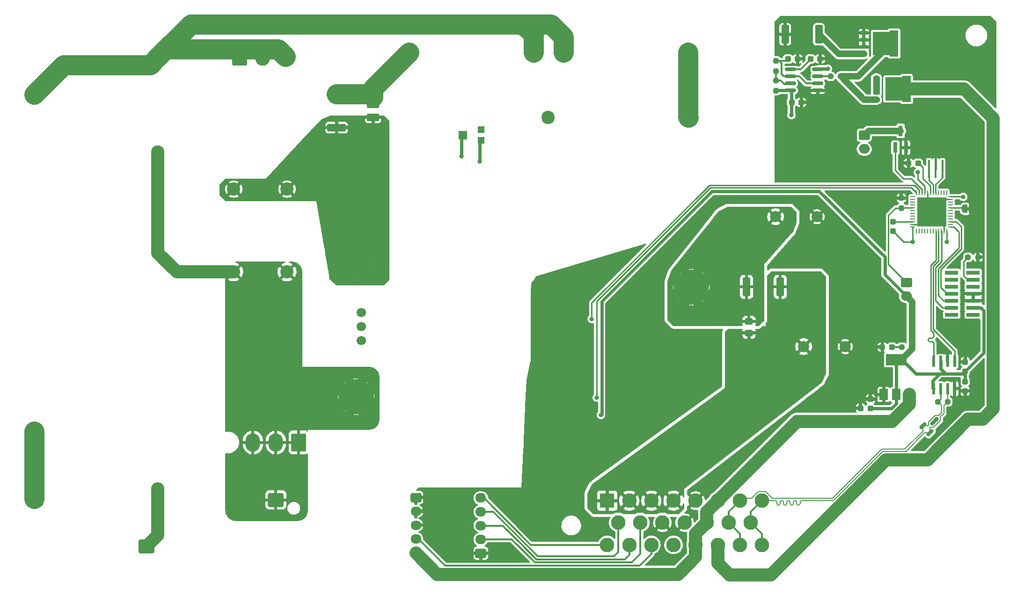
<source format=gbr>
%TF.GenerationSoftware,KiCad,Pcbnew,(6.0.1)*%
%TF.CreationDate,2022-02-14T12:03:10-05:00*%
%TF.ProjectId,high-voltage-board,68696768-2d76-46f6-9c74-6167652d626f,rev?*%
%TF.SameCoordinates,Original*%
%TF.FileFunction,Copper,L1,Top*%
%TF.FilePolarity,Positive*%
%FSLAX46Y46*%
G04 Gerber Fmt 4.6, Leading zero omitted, Abs format (unit mm)*
G04 Created by KiCad (PCBNEW (6.0.1)) date 2022-02-14 12:03:10*
%MOMM*%
%LPD*%
G01*
G04 APERTURE LIST*
G04 Aperture macros list*
%AMRoundRect*
0 Rectangle with rounded corners*
0 $1 Rounding radius*
0 $2 $3 $4 $5 $6 $7 $8 $9 X,Y pos of 4 corners*
0 Add a 4 corners polygon primitive as box body*
4,1,4,$2,$3,$4,$5,$6,$7,$8,$9,$2,$3,0*
0 Add four circle primitives for the rounded corners*
1,1,$1+$1,$2,$3*
1,1,$1+$1,$4,$5*
1,1,$1+$1,$6,$7*
1,1,$1+$1,$8,$9*
0 Add four rect primitives between the rounded corners*
20,1,$1+$1,$2,$3,$4,$5,0*
20,1,$1+$1,$4,$5,$6,$7,0*
20,1,$1+$1,$6,$7,$8,$9,0*
20,1,$1+$1,$8,$9,$2,$3,0*%
%AMFreePoly0*
4,1,9,2.975000,-2.350000,1.425000,-2.350000,1.425000,-2.100000,-1.650000,-2.100000,-1.650000,2.100000,1.425000,2.100000,1.425000,2.350000,2.975000,2.350000,2.975000,-2.350000,2.975000,-2.350000,$1*%
%AMFreePoly1*
4,1,22,0.500000,-0.750000,0.000000,-0.750000,0.000000,-0.745033,-0.079941,-0.743568,-0.215256,-0.701293,-0.333266,-0.622738,-0.424486,-0.514219,-0.481581,-0.384460,-0.499164,-0.250000,-0.500000,-0.250000,-0.500000,0.250000,-0.499164,0.250000,-0.499963,0.256109,-0.478152,0.396186,-0.417904,0.524511,-0.324060,0.630769,-0.204165,0.706417,-0.067858,0.745374,0.000000,0.744959,0.000000,0.750000,
0.500000,0.750000,0.500000,-0.750000,0.500000,-0.750000,$1*%
%AMFreePoly2*
4,1,20,0.000000,0.744959,0.073905,0.744508,0.209726,0.703889,0.328688,0.626782,0.421226,0.519385,0.479903,0.390333,0.500000,0.250000,0.500000,-0.250000,0.499851,-0.262216,0.476331,-0.402017,0.414519,-0.529596,0.319384,-0.634700,0.198574,-0.708877,0.061801,-0.746166,0.000000,-0.745033,0.000000,-0.750000,-0.500000,-0.750000,-0.500000,0.750000,0.000000,0.750000,0.000000,0.744959,
0.000000,0.744959,$1*%
G04 Aperture macros list end*
%TA.AperFunction,ComponentPad*%
%ADD10RoundRect,0.250000X1.070000X-1.400000X1.070000X1.400000X-1.070000X1.400000X-1.070000X-1.400000X0*%
%TD*%
%TA.AperFunction,ComponentPad*%
%ADD11O,2.640000X3.300000*%
%TD*%
%TA.AperFunction,ComponentPad*%
%ADD12C,0.800000*%
%TD*%
%TA.AperFunction,ComponentPad*%
%ADD13C,6.400000*%
%TD*%
%TA.AperFunction,ComponentPad*%
%ADD14C,1.699848*%
%TD*%
%TA.AperFunction,ComponentPad*%
%ADD15RoundRect,0.250000X1.150000X-0.980000X1.150000X0.980000X-1.150000X0.980000X-1.150000X-0.980000X0*%
%TD*%
%TA.AperFunction,SMDPad,CuDef*%
%ADD16R,0.800000X1.900000*%
%TD*%
%TA.AperFunction,SMDPad,CuDef*%
%ADD17RoundRect,0.237500X-0.287500X-0.237500X0.287500X-0.237500X0.287500X0.237500X-0.287500X0.237500X0*%
%TD*%
%TA.AperFunction,ComponentPad*%
%ADD18C,2.000000*%
%TD*%
%TA.AperFunction,SMDPad,CuDef*%
%ADD19RoundRect,0.237500X0.237500X-0.250000X0.237500X0.250000X-0.237500X0.250000X-0.237500X-0.250000X0*%
%TD*%
%TA.AperFunction,SMDPad,CuDef*%
%ADD20R,1.500000X2.000000*%
%TD*%
%TA.AperFunction,SMDPad,CuDef*%
%ADD21R,3.800000X2.000000*%
%TD*%
%TA.AperFunction,SMDPad,CuDef*%
%ADD22RoundRect,0.237500X-0.300000X-0.237500X0.300000X-0.237500X0.300000X0.237500X-0.300000X0.237500X0*%
%TD*%
%TA.AperFunction,SMDPad,CuDef*%
%ADD23R,1.150000X0.700000*%
%TD*%
%TA.AperFunction,SMDPad,CuDef*%
%ADD24FreePoly0,0.000000*%
%TD*%
%TA.AperFunction,ComponentPad*%
%ADD25RoundRect,0.250000X-0.725000X0.600000X-0.725000X-0.600000X0.725000X-0.600000X0.725000X0.600000X0*%
%TD*%
%TA.AperFunction,ComponentPad*%
%ADD26O,1.950000X1.700000*%
%TD*%
%TA.AperFunction,SMDPad,CuDef*%
%ADD27RoundRect,0.237500X-0.237500X0.300000X-0.237500X-0.300000X0.237500X-0.300000X0.237500X0.300000X0*%
%TD*%
%TA.AperFunction,SMDPad,CuDef*%
%ADD28RoundRect,0.237500X0.237500X-0.300000X0.237500X0.300000X-0.237500X0.300000X-0.237500X-0.300000X0*%
%TD*%
%TA.AperFunction,ComponentPad*%
%ADD29C,2.400000*%
%TD*%
%TA.AperFunction,ComponentPad*%
%ADD30RoundRect,0.250000X-0.750000X0.600000X-0.750000X-0.600000X0.750000X-0.600000X0.750000X0.600000X0*%
%TD*%
%TA.AperFunction,ComponentPad*%
%ADD31O,2.000000X1.700000*%
%TD*%
%TA.AperFunction,SMDPad,CuDef*%
%ADD32FreePoly1,180.000000*%
%TD*%
%TA.AperFunction,SMDPad,CuDef*%
%ADD33FreePoly2,180.000000*%
%TD*%
%TA.AperFunction,SMDPad,CuDef*%
%ADD34RoundRect,0.249999X0.450001X1.425001X-0.450001X1.425001X-0.450001X-1.425001X0.450001X-1.425001X0*%
%TD*%
%TA.AperFunction,SMDPad,CuDef*%
%ADD35R,1.200000X1.200000*%
%TD*%
%TA.AperFunction,SMDPad,CuDef*%
%ADD36R,1.500000X1.600000*%
%TD*%
%TA.AperFunction,ComponentPad*%
%ADD37C,3.000000*%
%TD*%
%TA.AperFunction,SMDPad,CuDef*%
%ADD38RoundRect,0.150000X-0.309359X-0.521491X0.521491X0.309359X0.309359X0.521491X-0.521491X-0.309359X0*%
%TD*%
%TA.AperFunction,SMDPad,CuDef*%
%ADD39RoundRect,0.249999X1.425001X-0.450001X1.425001X0.450001X-1.425001X0.450001X-1.425001X-0.450001X0*%
%TD*%
%TA.AperFunction,SMDPad,CuDef*%
%ADD40RoundRect,0.237500X0.250000X0.237500X-0.250000X0.237500X-0.250000X-0.237500X0.250000X-0.237500X0*%
%TD*%
%TA.AperFunction,SMDPad,CuDef*%
%ADD41RoundRect,0.041300X-0.253700X0.943700X-0.253700X-0.943700X0.253700X-0.943700X0.253700X0.943700X0*%
%TD*%
%TA.AperFunction,SMDPad,CuDef*%
%ADD42RoundRect,0.249999X-0.450001X-1.425001X0.450001X-1.425001X0.450001X1.425001X-0.450001X1.425001X0*%
%TD*%
%TA.AperFunction,SMDPad,CuDef*%
%ADD43RoundRect,0.237500X-0.237500X0.250000X-0.237500X-0.250000X0.237500X-0.250000X0.237500X0.250000X0*%
%TD*%
%TA.AperFunction,ComponentPad*%
%ADD44R,2.625000X2.625000*%
%TD*%
%TA.AperFunction,ComponentPad*%
%ADD45C,2.625000*%
%TD*%
%TA.AperFunction,ComponentPad*%
%ADD46O,2.400000X2.400000*%
%TD*%
%TA.AperFunction,SMDPad,CuDef*%
%ADD47RoundRect,0.250001X-0.849999X0.462499X-0.849999X-0.462499X0.849999X-0.462499X0.849999X0.462499X0*%
%TD*%
%TA.AperFunction,SMDPad,CuDef*%
%ADD48R,0.400000X3.200000*%
%TD*%
%TA.AperFunction,SMDPad,CuDef*%
%ADD49RoundRect,0.062500X-0.062500X0.337500X-0.062500X-0.337500X0.062500X-0.337500X0.062500X0.337500X0*%
%TD*%
%TA.AperFunction,SMDPad,CuDef*%
%ADD50RoundRect,0.062500X-0.337500X0.062500X-0.337500X-0.062500X0.337500X-0.062500X0.337500X0.062500X0*%
%TD*%
%TA.AperFunction,SMDPad,CuDef*%
%ADD51R,5.300000X5.300000*%
%TD*%
%TA.AperFunction,SMDPad,CuDef*%
%ADD52RoundRect,0.237500X-0.250000X-0.237500X0.250000X-0.237500X0.250000X0.237500X-0.250000X0.237500X0*%
%TD*%
%TA.AperFunction,SMDPad,CuDef*%
%ADD53RoundRect,0.150000X0.825000X0.150000X-0.825000X0.150000X-0.825000X-0.150000X0.825000X-0.150000X0*%
%TD*%
%TA.AperFunction,SMDPad,CuDef*%
%ADD54R,2.400000X0.740000*%
%TD*%
%TA.AperFunction,SMDPad,CuDef*%
%ADD55RoundRect,0.250000X-0.450000X0.325000X-0.450000X-0.325000X0.450000X-0.325000X0.450000X0.325000X0*%
%TD*%
%TA.AperFunction,ComponentPad*%
%ADD56RoundRect,0.250000X-1.070000X1.400000X-1.070000X-1.400000X1.070000X-1.400000X1.070000X1.400000X0*%
%TD*%
%TA.AperFunction,ComponentPad*%
%ADD57RoundRect,0.250000X0.725000X-0.600000X0.725000X0.600000X-0.725000X0.600000X-0.725000X-0.600000X0*%
%TD*%
%TA.AperFunction,ViaPad*%
%ADD58C,0.800000*%
%TD*%
%TA.AperFunction,Conductor*%
%ADD59C,2.400000*%
%TD*%
%TA.AperFunction,Conductor*%
%ADD60C,0.254000*%
%TD*%
%TA.AperFunction,Conductor*%
%ADD61C,0.360000*%
%TD*%
%TA.AperFunction,Conductor*%
%ADD62C,0.600000*%
%TD*%
%TA.AperFunction,Conductor*%
%ADD63C,1.200000*%
%TD*%
%TA.AperFunction,Conductor*%
%ADD64C,0.200000*%
%TD*%
%TA.AperFunction,Conductor*%
%ADD65C,3.600000*%
%TD*%
G04 APERTURE END LIST*
%TO.C,JP1*%
G36*
X223516000Y-75890400D02*
G01*
X223016000Y-75890400D01*
X223016000Y-75290400D01*
X223516000Y-75290400D01*
X223516000Y-75890400D01*
G37*
%TD*%
D10*
%TO.P,J5,1,Pin_1*%
%TO.N,HV+*%
X91495700Y-48060100D03*
D11*
%TO.P,J5,2,Pin_2*%
X95635700Y-48060100D03*
%TO.P,J5,3,Pin_3*%
X99775700Y-48060100D03*
%TD*%
D12*
%TO.P,U7,1,+IN*%
%TO.N,Net-(C19-Pad1)*%
X112522000Y-87731600D03*
X110815751Y-83612351D03*
D13*
X112522000Y-85318600D03*
D12*
X114228249Y-87024849D03*
X110815751Y-87024849D03*
X110109000Y-85318600D03*
X112522000Y-82905600D03*
X114228249Y-83612351D03*
X114935000Y-85318600D03*
D14*
%TO.P,U7,2,TR*%
%TO.N,/vicor/TRIM_HV*%
X113538000Y-94335600D03*
%TO.P,U7,3,EN*%
%TO.N,/vicor/EN_HV*%
X113538000Y-96875600D03*
%TO.P,U7,4,FT*%
%TO.N,/vicor/FAULT_HV*%
X113538000Y-99415600D03*
D12*
%TO.P,U7,5,-IN*%
%TO.N,HV-*%
X112613440Y-111988600D03*
X114980720Y-109529880D03*
X110154720Y-109621320D03*
X112522000Y-107162600D03*
X110893800Y-111314178D03*
X114241640Y-107837022D03*
X110829142Y-107901680D03*
X114306298Y-111249520D03*
D13*
X112567720Y-109575600D03*
D12*
%TO.P,U7,8,-OUT*%
%TO.N,GND*%
X171521751Y-106963849D03*
X171521751Y-103551351D03*
X175641000Y-105257600D03*
D13*
X173228000Y-105257600D03*
D12*
X173228000Y-102844600D03*
X170815000Y-105257600D03*
X173228000Y-107670600D03*
X174934249Y-106963849D03*
X174934249Y-103551351D03*
%TO.P,U7,9,+OUT*%
%TO.N,Net-(C22-Pad1)*%
X171521751Y-91469849D03*
X174934249Y-88057351D03*
D13*
X173228000Y-89763600D03*
D12*
X174934249Y-91469849D03*
X175641000Y-89763600D03*
X170815000Y-89763600D03*
X173228000Y-92176600D03*
X173228000Y-87350600D03*
X171521751Y-88057351D03*
%TD*%
D15*
%TO.P,J11,1,Pin_1*%
%TO.N,Net-(J11-Pad1)*%
X74676000Y-136652000D03*
%TD*%
D16*
%TO.P,Q3,1,G*%
%TO.N,/controller/FAN_SIG*%
X210124000Y-64492000D03*
%TO.P,Q3,2,S*%
%TO.N,GND*%
X212024000Y-64492000D03*
%TO.P,Q3,3,D*%
%TO.N,Net-(J12-Pad1)*%
X211074000Y-61492000D03*
%TD*%
D17*
%TO.P,D2,1,K*%
%TO.N,GND*%
X207772000Y-100584000D03*
%TO.P,D2,2,A*%
%TO.N,Net-(D2-Pad2)*%
X209522000Y-100584000D03*
%TD*%
D18*
%TO.P,C23,1*%
%TO.N,/DCDC_OUT*%
X193541700Y-100510100D03*
%TO.P,C23,2*%
%TO.N,GND*%
X201041700Y-100510100D03*
%TD*%
D19*
%TO.P,R3,1*%
%TO.N,VCC*%
X188528700Y-54178600D03*
%TO.P,R3,2*%
%TO.N,Net-(R3-Pad2)*%
X188528700Y-52353600D03*
%TD*%
D20*
%TO.P,U4,1,GND*%
%TO.N,GND*%
X208012000Y-109195000D03*
D21*
%TO.P,U4,2,VO*%
%TO.N,+3V3*%
X210312000Y-102895000D03*
D20*
X210312000Y-109195000D03*
%TO.P,U4,3,VI*%
%TO.N,+12V*%
X212612000Y-109195000D03*
%TD*%
D19*
%TO.P,R4,1*%
%TO.N,Net-(R3-Pad2)*%
X188528700Y-50622600D03*
%TO.P,R4,2*%
%TO.N,/TSAL/pass*%
X188528700Y-48797600D03*
%TD*%
D22*
%TO.P,C10,1*%
%TO.N,GND*%
X212497500Y-67310000D03*
%TO.P,C10,2*%
%TO.N,Net-(C10-Pad2)*%
X214222500Y-67310000D03*
%TD*%
D23*
%TO.P,Q2,1,S*%
%TO.N,Net-(Q1-Pad4)*%
X206683700Y-51992100D03*
%TO.P,Q2,2,S*%
X206683700Y-53262100D03*
%TO.P,Q2,3,S*%
X206683700Y-54542100D03*
%TO.P,Q2,4,G*%
%TO.N,Net-(Q1-Pad5)*%
X206683700Y-55812100D03*
D24*
%TO.P,Q2,5,D*%
%TO.N,/TSAL_GND*%
X209953700Y-53902100D03*
%TD*%
D25*
%TO.P,J9,1,Pin_1*%
%TO.N,GND*%
X123374000Y-127831600D03*
D26*
%TO.P,J9,2,Pin_2*%
X123374000Y-130331600D03*
%TO.P,J9,3,Pin_3*%
X123374000Y-132831600D03*
%TO.P,J9,4,Pin_4*%
%TO.N,/IMD_OK*%
X123374000Y-135331600D03*
%TO.P,J9,5,Pin_5*%
%TO.N,+12V*%
X123374000Y-137831600D03*
%TD*%
D27*
%TO.P,C3,1*%
%TO.N,+3V3*%
X222758000Y-106833500D03*
%TO.P,C3,2*%
%TO.N,GND*%
X222758000Y-108558500D03*
%TD*%
D28*
%TO.P,C1,1*%
%TO.N,+3V3*%
X209677000Y-79602500D03*
%TO.P,C1,2*%
%TO.N,Net-(C1-Pad2)*%
X209677000Y-77877500D03*
%TD*%
D18*
%TO.P,C22,1*%
%TO.N,Net-(C22-Pad1)*%
X188461700Y-77015100D03*
%TO.P,C22,2*%
%TO.N,GND*%
X195961700Y-77015100D03*
%TD*%
D29*
%TO.P,C2,1*%
%TO.N,Net-(C19-Pad1)*%
X90424000Y-72002000D03*
%TO.P,C2,2*%
%TO.N,HV-*%
X90424000Y-87002000D03*
%TD*%
D30*
%TO.P,J7,1,Pin_1*%
%TO.N,/TEMP-*%
X212150700Y-88900000D03*
D31*
%TO.P,J7,2,Pin_2*%
%TO.N,+3V3*%
X212150700Y-91400000D03*
%TD*%
D29*
%TO.P,C19,1*%
%TO.N,Net-(C19-Pad1)*%
X100076000Y-72002000D03*
%TO.P,C19,2*%
%TO.N,HV-*%
X100076000Y-87002000D03*
%TD*%
D32*
%TO.P,JP1,1,A*%
%TO.N,GND*%
X223916000Y-75590400D03*
D33*
%TO.P,JP1,2,B*%
%TO.N,Net-(JP1-Pad2)*%
X222616000Y-75590400D03*
%TD*%
D22*
%TO.P,C5,1*%
%TO.N,VCC*%
X191375700Y-56314100D03*
%TO.P,C5,2*%
%TO.N,GND*%
X193100700Y-56314100D03*
%TD*%
D34*
%TO.P,R20,1*%
%TO.N,/DCDC_OUT*%
X189292700Y-89715100D03*
%TO.P,R20,2*%
%TO.N,Net-(C22-Pad1)*%
X183192700Y-89715100D03*
%TD*%
D35*
%TO.P,RV1,1,1*%
%TO.N,HV-*%
X135150000Y-63230000D03*
D36*
%TO.P,RV1,2,2*%
%TO.N,Net-(R8-Pad2)*%
X131900000Y-62230000D03*
D35*
%TO.P,RV1,3,3*%
%TO.N,unconnected-(RV1-Pad3)*%
X135150000Y-61230000D03*
%TD*%
D28*
%TO.P,C7,1*%
%TO.N,+3V3*%
X222758000Y-105002500D03*
%TO.P,C7,2*%
%TO.N,GND*%
X222758000Y-103277500D03*
%TD*%
D37*
%TO.P,F1,1*%
%TO.N,/TSAL/HV+*%
X172600700Y-47297100D03*
%TO.P,F1,2*%
%TO.N,HV+*%
X150100700Y-47297100D03*
%TD*%
D38*
%TO.P,D3,1,K*%
%TO.N,/CAN-*%
X215073336Y-114799161D03*
%TO.P,D3,2,K*%
%TO.N,/CAN+*%
X216416839Y-116142664D03*
%TO.P,D3,3,A*%
%TO.N,GND*%
X217070913Y-114145087D03*
%TD*%
D39*
%TO.P,R15,1*%
%TO.N,Net-(C19-Pad1)*%
X109026700Y-60888100D03*
%TO.P,R15,2*%
%TO.N,/vicor/HV+*%
X109026700Y-54788100D03*
%TD*%
D15*
%TO.P,J3,1,Pin_1*%
%TO.N,HV+*%
X76768700Y-48059100D03*
%TD*%
D37*
%TO.P,F2,1*%
%TO.N,/vicor/HV+*%
X122160700Y-47297100D03*
%TO.P,F2,2*%
%TO.N,HV+*%
X144660700Y-47297100D03*
%TD*%
D22*
%TO.P,C6,1*%
%TO.N,/TSAL/pass*%
X190714200Y-48440100D03*
%TO.P,C6,2*%
%TO.N,GND*%
X192439200Y-48440100D03*
%TD*%
D40*
%TO.P,R13,1*%
%TO.N,/CAN+*%
X219606500Y-110490000D03*
%TO.P,R13,2*%
%TO.N,/CAN-*%
X217781500Y-110490000D03*
%TD*%
D30*
%TO.P,J12,1,Pin_1*%
%TO.N,Net-(J12-Pad1)*%
X204487000Y-62250000D03*
D31*
%TO.P,J12,2,Pin_2*%
%TO.N,+12V*%
X204487000Y-64750000D03*
%TD*%
D22*
%TO.P,C4,1*%
%TO.N,Net-(C4-Pad1)*%
X194778200Y-48440100D03*
%TO.P,C4,2*%
%TO.N,GND*%
X196503200Y-48440100D03*
%TD*%
D41*
%TO.P,U1,1,TXD*%
%TO.N,/controller/CAN_TX*%
X220853000Y-103189000D03*
%TO.P,U1,2,GND*%
%TO.N,GND*%
X219583000Y-103189000D03*
%TO.P,U1,3,VDD*%
%TO.N,+3V3*%
X218313000Y-103189000D03*
%TO.P,U1,4,RXD*%
%TO.N,/controller/CAN_RX*%
X217043000Y-103189000D03*
%TO.P,U1,5,VL*%
%TO.N,+3V3*%
X217043000Y-108139000D03*
%TO.P,U1,6,CANL*%
%TO.N,/CAN-*%
X218313000Y-108139000D03*
%TO.P,U1,7,CANH*%
%TO.N,/CAN+*%
X219583000Y-108139000D03*
%TO.P,U1,8,STBY*%
%TO.N,GND*%
X220853000Y-108139000D03*
%TD*%
D42*
%TO.P,R6,1*%
%TO.N,GND*%
X190177700Y-43995100D03*
%TO.P,R6,2*%
%TO.N,Net-(Q1-Pad4)*%
X196277700Y-43995100D03*
%TD*%
D43*
%TO.P,R12,1*%
%TO.N,GND*%
X211201000Y-73636500D03*
%TO.P,R12,2*%
%TO.N,/TEMP-*%
X211201000Y-75461500D03*
%TD*%
D23*
%TO.P,Q1,1,S*%
%TO.N,GND*%
X204421700Y-43736100D03*
%TO.P,Q1,2,S*%
X204421700Y-45006100D03*
%TO.P,Q1,3,S*%
X204421700Y-46286100D03*
%TO.P,Q1,4,G*%
%TO.N,Net-(Q1-Pad4)*%
X204421700Y-47556100D03*
D24*
%TO.P,Q1,5,D*%
%TO.N,Net-(Q1-Pad5)*%
X207691700Y-45646100D03*
%TD*%
D28*
%TO.P,C12,1*%
%TO.N,+3V3*%
X205613000Y-111733500D03*
%TO.P,C12,2*%
%TO.N,GND*%
X205613000Y-110008500D03*
%TD*%
D44*
%TO.P,J1,1,Pin_1*%
%TO.N,/DCDC_OUT*%
X157987200Y-128387600D03*
D45*
%TO.P,J1,2,Pin_2*%
X161987200Y-128387600D03*
%TO.P,J1,3,Pin_3*%
X165987200Y-128387600D03*
%TO.P,J1,4,Pin_4*%
X169987200Y-128387600D03*
%TO.P,J1,5,Pin_5*%
%TO.N,GND*%
X173987200Y-128387600D03*
%TO.P,J1,6,Pin_6*%
%TO.N,+12V*%
X177987200Y-128387600D03*
%TO.P,J1,7,Pin_7*%
%TO.N,/CAN-*%
X181987200Y-128387600D03*
%TO.P,J1,8,Pin_8*%
%TO.N,/CAN+*%
X185987200Y-128387600D03*
%TO.P,J1,9,Pin_9*%
%TO.N,/HECS_AN2*%
X159987200Y-132387600D03*
%TO.P,J1,10,Pin_10*%
%TO.N,+5VA*%
X163987200Y-132387600D03*
%TO.P,J1,11,Pin_11*%
%TO.N,GND*%
X167987200Y-132387600D03*
%TO.P,J1,12,Pin_12*%
X171987200Y-132387600D03*
%TO.P,J1,13,Pin_13*%
%TO.N,+12V*%
X175987200Y-132387600D03*
%TO.P,J1,14,Pin_14*%
%TO.N,/CAN-*%
X179987200Y-132387600D03*
%TO.P,J1,15,Pin_15*%
%TO.N,/CAN+*%
X183987200Y-132387600D03*
%TO.P,J1,16,Pin_16*%
%TO.N,/HECS_AN1*%
X157987200Y-136387600D03*
%TO.P,J1,17,Pin_17*%
%TO.N,/HECS_AN3*%
X161987200Y-136387600D03*
%TO.P,J1,18,Pin_18*%
%TO.N,/IMD_OK*%
X165987200Y-136387600D03*
%TO.P,J1,19,Pin_19*%
%TO.N,unconnected-(J1-Pad19)*%
X169987200Y-136387600D03*
%TO.P,J1,20,Pin_20*%
%TO.N,+12V*%
X173987200Y-136387600D03*
%TO.P,J1,21,Pin_21*%
%TO.N,/TSAL_GND*%
X177987200Y-136387600D03*
%TO.P,J1,22,Pin_22*%
%TO.N,/CAN-*%
X181987200Y-136387600D03*
%TO.P,J1,23,Pin_23*%
%TO.N,/CAN+*%
X185987200Y-136387600D03*
%TD*%
D29*
%TO.P,R9,1*%
%TO.N,HV+*%
X54356000Y-54864000D03*
D46*
%TO.P,R9,2*%
%TO.N,Net-(J8-Pad1)*%
X54356000Y-115824000D03*
%TD*%
D28*
%TO.P,C9,1*%
%TO.N,+12V*%
X203835000Y-113384500D03*
%TO.P,C9,2*%
%TO.N,GND*%
X203835000Y-111659500D03*
%TD*%
D47*
%TO.P,L1,1*%
%TO.N,/vicor/HV+*%
X115630700Y-56675600D03*
%TO.P,L1,2*%
%TO.N,Net-(C19-Pad1)*%
X115630700Y-59000600D03*
%TD*%
D48*
%TO.P,Y1,1,1*%
%TO.N,Net-(U5-Pad6)*%
X216224000Y-68326000D03*
%TO.P,Y1,2,2*%
%TO.N,GND*%
X217424000Y-68326000D03*
%TO.P,Y1,3,3*%
%TO.N,Net-(U5-Pad5)*%
X218624000Y-68326000D03*
%TD*%
D29*
%TO.P,R1,1*%
%TO.N,Net-(R1-Pad1)*%
X147269200Y-59029600D03*
D46*
%TO.P,R1,2*%
%TO.N,/TSAL/HV+*%
X172669200Y-59029600D03*
%TD*%
D49*
%TO.P,U5,1,VBAT*%
%TO.N,unconnected-(U5-Pad1)*%
X219437700Y-72687600D03*
%TO.P,U5,2,PC13*%
%TO.N,unconnected-(U5-Pad2)*%
X218937700Y-72687600D03*
%TO.P,U5,3,PC14*%
%TO.N,unconnected-(U5-Pad3)*%
X218437700Y-72687600D03*
%TO.P,U5,4,PC15*%
%TO.N,unconnected-(U5-Pad4)*%
X217937700Y-72687600D03*
%TO.P,U5,5,PH0*%
%TO.N,Net-(U5-Pad5)*%
X217437700Y-72687600D03*
%TO.P,U5,6,PH1*%
%TO.N,Net-(U5-Pad6)*%
X216937700Y-72687600D03*
%TO.P,U5,7,NRST*%
%TO.N,Net-(C10-Pad2)*%
X216437700Y-72687600D03*
%TO.P,U5,8,VSSA*%
%TO.N,GND*%
X215937700Y-72687600D03*
%TO.P,U5,9,VDDA*%
%TO.N,+3V3*%
X215437700Y-72687600D03*
%TO.P,U5,10,PA0*%
%TO.N,/controller/FAN_SIG*%
X214937700Y-72687600D03*
%TO.P,U5,11,PA1*%
%TO.N,/DC_DC_EN*%
X214437700Y-72687600D03*
%TO.P,U5,12,PA2*%
%TO.N,/DC_DC_FAULT*%
X213937700Y-72687600D03*
D50*
%TO.P,U5,13,PA3*%
%TO.N,unconnected-(U5-Pad13)*%
X213237700Y-73387600D03*
%TO.P,U5,14,PA4*%
%TO.N,unconnected-(U5-Pad14)*%
X213237700Y-73887600D03*
%TO.P,U5,15,PA5*%
%TO.N,unconnected-(U5-Pad15)*%
X213237700Y-74387600D03*
%TO.P,U5,16,PA6*%
%TO.N,unconnected-(U5-Pad16)*%
X213237700Y-74887600D03*
%TO.P,U5,17,PA7*%
%TO.N,/TEMP-*%
X213237700Y-75387600D03*
%TO.P,U5,18,PB0*%
%TO.N,unconnected-(U5-Pad18)*%
X213237700Y-75887600D03*
%TO.P,U5,19,PB1*%
%TO.N,unconnected-(U5-Pad19)*%
X213237700Y-76387600D03*
%TO.P,U5,20,PB2*%
%TO.N,unconnected-(U5-Pad20)*%
X213237700Y-76887600D03*
%TO.P,U5,21,PB10*%
%TO.N,unconnected-(U5-Pad21)*%
X213237700Y-77387600D03*
%TO.P,U5,22,VCAP_1*%
%TO.N,Net-(C1-Pad2)*%
X213237700Y-77887600D03*
%TO.P,U5,23,VSS*%
%TO.N,GND*%
X213237700Y-78387600D03*
%TO.P,U5,24,VDD*%
%TO.N,+3V3*%
X213237700Y-78887600D03*
D49*
%TO.P,U5,25,PB12*%
%TO.N,unconnected-(U5-Pad25)*%
X213937700Y-79587600D03*
%TO.P,U5,26,PB13*%
%TO.N,unconnected-(U5-Pad26)*%
X214437700Y-79587600D03*
%TO.P,U5,27,PB14*%
%TO.N,unconnected-(U5-Pad27)*%
X214937700Y-79587600D03*
%TO.P,U5,28,PB15*%
%TO.N,unconnected-(U5-Pad28)*%
X215437700Y-79587600D03*
%TO.P,U5,29,PA8*%
%TO.N,unconnected-(U5-Pad29)*%
X215937700Y-79587600D03*
%TO.P,U5,30,PA9*%
%TO.N,unconnected-(U5-Pad30)*%
X216437700Y-79587600D03*
%TO.P,U5,31,PA10*%
%TO.N,unconnected-(U5-Pad31)*%
X216937700Y-79587600D03*
%TO.P,U5,32,PA11*%
%TO.N,/controller/CAN_RX*%
X217437700Y-79587600D03*
%TO.P,U5,33,PA12*%
%TO.N,/controller/CAN_TX*%
X217937700Y-79587600D03*
%TO.P,U5,34,PA13*%
%TO.N,A13_SWDIO*%
X218437700Y-79587600D03*
%TO.P,U5,35,VSS*%
%TO.N,GND*%
X218937700Y-79587600D03*
%TO.P,U5,36,VDD*%
%TO.N,+3V3*%
X219437700Y-79587600D03*
D50*
%TO.P,U5,37,PA14*%
%TO.N,A14_SWCLK*%
X220137700Y-78887600D03*
%TO.P,U5,38,PA15*%
%TO.N,unconnected-(U5-Pad38)*%
X220137700Y-78387600D03*
%TO.P,U5,39,PB3*%
%TO.N,B3_TRACESWO*%
X220137700Y-77887600D03*
%TO.P,U5,40,PB4*%
%TO.N,unconnected-(U5-Pad40)*%
X220137700Y-77387600D03*
%TO.P,U5,41,PB5*%
%TO.N,unconnected-(U5-Pad41)*%
X220137700Y-76887600D03*
%TO.P,U5,42,PB6*%
%TO.N,unconnected-(U5-Pad42)*%
X220137700Y-76387600D03*
%TO.P,U5,43,PB7*%
%TO.N,unconnected-(U5-Pad43)*%
X220137700Y-75887600D03*
%TO.P,U5,44,BOOT0*%
%TO.N,Net-(JP1-Pad2)*%
X220137700Y-75387600D03*
%TO.P,U5,45,PB8*%
%TO.N,unconnected-(U5-Pad45)*%
X220137700Y-74887600D03*
%TO.P,U5,46,PB9*%
%TO.N,unconnected-(U5-Pad46)*%
X220137700Y-74387600D03*
%TO.P,U5,47,VSS*%
%TO.N,GND*%
X220137700Y-73887600D03*
%TO.P,U5,48,VDD*%
%TO.N,+3V3*%
X220137700Y-73387600D03*
D51*
%TO.P,U5,49,VSS*%
%TO.N,GND*%
X216687700Y-76137600D03*
%TD*%
D52*
%TO.P,R7,1*%
%TO.N,Net-(D2-Pad2)*%
X211304500Y-100584000D03*
%TO.P,R7,2*%
%TO.N,+3V3*%
X213129500Y-100584000D03*
%TD*%
D53*
%TO.P,U3,1,GND*%
%TO.N,GND*%
X196083700Y-54155100D03*
%TO.P,U3,2,TR*%
%TO.N,/TSAL/pass*%
X196083700Y-52885100D03*
%TO.P,U3,3,Q*%
%TO.N,/TSAL/555_OUT*%
X196083700Y-51615100D03*
%TO.P,U3,4,R*%
%TO.N,VCC*%
X196083700Y-50345100D03*
%TO.P,U3,5,CV*%
%TO.N,Net-(C4-Pad1)*%
X191133700Y-50345100D03*
%TO.P,U3,6,THR*%
%TO.N,/TSAL/pass*%
X191133700Y-51615100D03*
%TO.P,U3,7,DIS*%
%TO.N,Net-(R3-Pad2)*%
X191133700Y-52885100D03*
%TO.P,U3,8,VCC*%
%TO.N,VCC*%
X191133700Y-54155100D03*
%TD*%
D15*
%TO.P,J4,1,Pin_1*%
%TO.N,HV-*%
X98044000Y-128270000D03*
%TD*%
D54*
%TO.P,J10,1,Pin_1*%
%TO.N,unconnected-(J10-Pad1)*%
X224200000Y-94742000D03*
%TO.P,J10,2,Pin_2*%
%TO.N,unconnected-(J10-Pad2)*%
X220300000Y-94742000D03*
%TO.P,J10,3,Pin_3*%
%TO.N,+3V3*%
X224200000Y-93472000D03*
%TO.P,J10,4,Pin_4*%
%TO.N,A13_SWDIO*%
X220300000Y-93472000D03*
%TO.P,J10,5,Pin_5*%
%TO.N,GND*%
X224200000Y-92202000D03*
%TO.P,J10,6,Pin_6*%
%TO.N,A14_SWCLK*%
X220300000Y-92202000D03*
%TO.P,J10,7,Pin_7*%
%TO.N,GND*%
X224200000Y-90932000D03*
%TO.P,J10,8,Pin_8*%
%TO.N,B3_TRACESWO*%
X220300000Y-90932000D03*
%TO.P,J10,9,Pin_9*%
%TO.N,unconnected-(J10-Pad9)*%
X224200000Y-89662000D03*
%TO.P,J10,10,Pin_10*%
%TO.N,unconnected-(J10-Pad10)*%
X220300000Y-89662000D03*
%TO.P,J10,11,Pin_11*%
%TO.N,Net-(J10-Pad11)*%
X224200000Y-88392000D03*
%TO.P,J10,12,Pin_12*%
%TO.N,unconnected-(J10-Pad12)*%
X220300000Y-88392000D03*
%TO.P,J10,13,Pin_13*%
%TO.N,unconnected-(J10-Pad13)*%
X224200000Y-87122000D03*
%TO.P,J10,14,Pin_14*%
%TO.N,unconnected-(J10-Pad14)*%
X220300000Y-87122000D03*
%TD*%
D29*
%TO.P,R10,1*%
%TO.N,HV-*%
X76708000Y-65278000D03*
D46*
%TO.P,R10,2*%
%TO.N,Net-(J11-Pad1)*%
X76708000Y-126238000D03*
%TD*%
D55*
%TO.P,L2,1*%
%TO.N,Net-(C22-Pad1)*%
X183642000Y-95994000D03*
%TO.P,L2,2*%
%TO.N,/DCDC_OUT*%
X183642000Y-98044000D03*
%TD*%
D56*
%TO.P,J6,1,Pin_1*%
%TO.N,HV-*%
X102184000Y-117856000D03*
D11*
%TO.P,J6,2,Pin_2*%
X98044000Y-117856000D03*
%TO.P,J6,3,Pin_3*%
X93904000Y-117856000D03*
%TD*%
D57*
%TO.P,J2,1,Pin_1*%
%TO.N,GND*%
X135125200Y-137911600D03*
D26*
%TO.P,J2,2,Pin_2*%
%TO.N,+5VA*%
X135125200Y-135411600D03*
%TO.P,J2,3,Pin_3*%
%TO.N,/HECS_AN3*%
X135125200Y-132911600D03*
%TO.P,J2,4,Pin_4*%
%TO.N,/HECS_AN2*%
X135125200Y-130411600D03*
%TO.P,J2,5,Pin_5*%
%TO.N,/HECS_AN1*%
X135125200Y-127911600D03*
%TD*%
D40*
%TO.P,R5,1*%
%TO.N,Net-(Q1-Pad5)*%
X200236200Y-51615100D03*
%TO.P,R5,2*%
%TO.N,/TSAL/555_OUT*%
X198411200Y-51615100D03*
%TD*%
%TO.P,R11,1*%
%TO.N,GND*%
X225091000Y-84328000D03*
%TO.P,R11,2*%
%TO.N,Net-(J10-Pad11)*%
X223266000Y-84328000D03*
%TD*%
D15*
%TO.P,J8,1,Pin_1*%
%TO.N,Net-(J8-Pad1)*%
X54483000Y-128143000D03*
%TD*%
D58*
%TO.N,GND*%
X218440000Y-74168000D03*
X218338400Y-100482400D03*
X205740000Y-79248000D03*
X218440000Y-77724000D03*
X214884000Y-74168000D03*
X225450400Y-105206800D03*
X215900000Y-45720000D03*
X205740000Y-73152000D03*
X225450400Y-107746800D03*
X217576400Y-113639600D03*
X153162000Y-88646000D03*
X225450400Y-106426000D03*
X156210000Y-88646000D03*
X159766000Y-84836000D03*
X214884000Y-77724000D03*
X205740000Y-76200000D03*
%TO.N,VCC*%
X191322700Y-58600100D03*
X197926700Y-50218100D03*
%TO.N,+3V3*%
X214171700Y-68986400D03*
X222402400Y-73404900D03*
X219454900Y-81534000D03*
X213257300Y-81534000D03*
X156845000Y-112903000D03*
%TO.N,/DC_DC_EN*%
X155194000Y-95504000D03*
%TO.N,/DC_DC_FAULT*%
X156083000Y-109728000D03*
%TO.N,Net-(Q1-Pad4)*%
X206683700Y-51992100D03*
X203649900Y-47556100D03*
%TO.N,HV-*%
X134896000Y-67040000D03*
%TO.N,Net-(R8-Pad2)*%
X131646000Y-66040000D03*
%TD*%
D59*
%TO.N,+12V*%
X212612000Y-110974484D02*
X212612000Y-109195000D01*
X173987200Y-138559800D02*
X170825400Y-141721600D01*
X173987200Y-136387600D02*
X173987200Y-138559800D01*
X192328800Y-114046000D02*
X209540484Y-114046000D01*
X173987200Y-136387600D02*
X173987200Y-134387600D01*
X173987200Y-134387600D02*
X175987200Y-132387600D01*
X170825400Y-141721600D02*
X127264000Y-141721600D01*
X175987200Y-132387600D02*
X175987200Y-130387600D01*
X209540484Y-114046000D02*
X212612000Y-110974484D01*
X175987200Y-130387600D02*
X177987200Y-128387600D01*
X177987200Y-128387600D02*
X192328800Y-114046000D01*
X127264000Y-141721600D02*
X123374000Y-137831600D01*
D60*
%TO.N,GND*%
X215937700Y-72687600D02*
X215937700Y-75387600D01*
X218937700Y-78687600D02*
X219087700Y-78537600D01*
X219237700Y-73887600D02*
X219087700Y-73737600D01*
X213237700Y-78387600D02*
X214437700Y-78387600D01*
X220137700Y-73887600D02*
X219237700Y-73887600D01*
X218937700Y-79587600D02*
X218937700Y-78687600D01*
D61*
%TO.N,Net-(C4-Pad1)*%
X192973700Y-50345100D02*
X191133700Y-50345100D01*
X194778200Y-48540600D02*
X192973700Y-50345100D01*
D62*
%TO.N,VCC*%
X197926700Y-50218100D02*
X196210700Y-50218100D01*
X191322700Y-58600100D02*
X191322700Y-54344100D01*
X196210700Y-50218100D02*
X196083700Y-50345100D01*
X191133700Y-54155100D02*
X188552200Y-54155100D01*
X191322700Y-54344100D02*
X191133700Y-54155100D01*
D61*
%TO.N,/TSAL/pass*%
X188528700Y-48797600D02*
X190356700Y-48797600D01*
X189140200Y-48797600D02*
X189544700Y-49202100D01*
X189544700Y-49202100D02*
X189544700Y-51234100D01*
X189544700Y-51234100D02*
X189925700Y-51615100D01*
X193989700Y-52885100D02*
X196083700Y-52885100D01*
X192719700Y-51615100D02*
X193989700Y-52885100D01*
X189925700Y-51615100D02*
X191133700Y-51615100D01*
X191133700Y-51615100D02*
X192719700Y-51615100D01*
X190356700Y-48797600D02*
X190714200Y-48440100D01*
D60*
%TO.N,Net-(C1-Pad2)*%
X209677000Y-77877500D02*
X213227600Y-77877500D01*
X213227600Y-77877500D02*
X213237700Y-77887600D01*
%TO.N,Net-(C10-Pad2)*%
X215138000Y-70103985D02*
X215138000Y-68072000D01*
X215138000Y-68072000D02*
X214376000Y-67310000D01*
X216437700Y-72687600D02*
X216437700Y-71403685D01*
X216437700Y-71403685D02*
X215138000Y-70103985D01*
D62*
%TO.N,+3V3*%
X211353000Y-102895000D02*
X213868000Y-105410000D01*
D60*
X215437700Y-71470500D02*
X214171700Y-70204500D01*
D63*
X210312000Y-102895000D02*
X211212000Y-102895000D01*
X213129500Y-92378800D02*
X212150700Y-91400000D01*
D60*
X213237700Y-78887600D02*
X213237700Y-81514400D01*
D62*
X225630480Y-93472000D02*
X224200000Y-93472000D01*
X210312000Y-109195000D02*
X210312000Y-110871000D01*
D63*
X211212000Y-102895000D02*
X213129500Y-100977500D01*
D60*
X211608500Y-81534000D02*
X209677000Y-79602500D01*
D62*
X156982511Y-92321897D02*
X176904848Y-72399560D01*
X208248960Y-87498260D02*
X212150700Y-91400000D01*
D60*
X222385100Y-73387600D02*
X222402400Y-73404900D01*
D62*
X208248960Y-84296960D02*
X208248960Y-87498260D01*
D60*
X219437700Y-79587600D02*
X219437700Y-81516800D01*
D62*
X216916000Y-106680000D02*
X216916000Y-108012000D01*
D63*
X213129500Y-100977500D02*
X213129500Y-100584000D01*
D62*
X210312000Y-110871000D02*
X209449500Y-111733500D01*
X156845000Y-112903000D02*
X156982511Y-112765489D01*
X226138480Y-101622020D02*
X226138480Y-93980000D01*
D60*
X214171700Y-70204500D02*
X214171700Y-68986400D01*
X220137700Y-73387600D02*
X222385100Y-73387600D01*
X213257300Y-81534000D02*
X211608500Y-81534000D01*
D62*
X219202000Y-105410000D02*
X218313000Y-104521000D01*
D60*
X213237700Y-81514400D02*
X213257300Y-81534000D01*
D62*
X176904848Y-72399560D02*
X196351560Y-72399560D01*
X218186000Y-105410000D02*
X216916000Y-106680000D01*
X209449500Y-111733500D02*
X205613000Y-111733500D01*
X226138480Y-93980000D02*
X225630480Y-93472000D01*
X196351560Y-72399560D02*
X208248960Y-84296960D01*
X222758000Y-105002500D02*
X226138480Y-101622020D01*
X213868000Y-105410000D02*
X222350500Y-105410000D01*
X216916000Y-108012000D02*
X217043000Y-108139000D01*
D63*
X213129500Y-100584000D02*
X213129500Y-92378800D01*
D60*
X215437700Y-71470500D02*
X215437700Y-72687600D01*
D62*
X156982511Y-112765489D02*
X156982511Y-92321897D01*
X218313000Y-104521000D02*
X218313000Y-103189000D01*
X222758000Y-105002500D02*
X222758000Y-106833500D01*
X210312000Y-109195000D02*
X210312000Y-102895000D01*
D60*
X219437700Y-81516800D02*
X219454900Y-81534000D01*
%TO.N,Net-(U5-Pad5)*%
X217424000Y-72673900D02*
X217437700Y-72687600D01*
X218624000Y-68326000D02*
X218624000Y-69920000D01*
X218624000Y-69920000D02*
X217424000Y-71120000D01*
X217424000Y-71120000D02*
X217424000Y-72673900D01*
D61*
%TO.N,Net-(D2-Pad2)*%
X211304500Y-100584000D02*
X209522000Y-100584000D01*
%TO.N,/CAN-*%
X179987200Y-132387600D02*
X179987200Y-130387600D01*
D64*
X182437200Y-127937600D02*
X184157471Y-127937600D01*
X216099902Y-114797899D02*
X216099902Y-114126839D01*
X217286652Y-112940089D02*
X217957712Y-112940089D01*
X215073336Y-114799161D02*
X216098640Y-114799161D01*
X186654918Y-126775589D02*
X187816929Y-127937600D01*
X218468999Y-111177499D02*
X217781500Y-110490000D01*
X218468999Y-112428802D02*
X218468999Y-111177499D01*
X207626875Y-119054101D02*
X211843700Y-119054101D01*
D61*
X181987200Y-134387600D02*
X179987200Y-132387600D01*
D60*
X218313000Y-108139000D02*
X218313000Y-109958500D01*
X218313000Y-109958500D02*
X217781500Y-110490000D01*
D64*
X216098640Y-114799161D02*
X216099902Y-114797899D01*
X185319482Y-126775589D02*
X186654918Y-126775589D01*
X184157471Y-127937600D02*
X185319482Y-126775589D01*
X217957712Y-112940089D02*
X218468999Y-112428802D01*
X198743376Y-127937600D02*
X207626875Y-119054101D01*
D61*
X179987200Y-130387600D02*
X181987200Y-128387600D01*
X181987200Y-136387600D02*
X181987200Y-134387600D01*
D64*
X211843700Y-119054101D02*
X215073336Y-115824465D01*
X215073336Y-115824465D02*
X215073336Y-114799161D01*
X216099902Y-114126839D02*
X217286652Y-112940089D01*
X187816929Y-127937600D02*
X198743376Y-127937600D01*
%TO.N,/CAN+*%
X198929759Y-128387600D02*
X207813267Y-119504092D01*
X216416839Y-115117360D02*
X216418101Y-115116098D01*
X189882400Y-128687600D02*
X189882400Y-128928800D01*
D61*
X185987200Y-136387600D02*
X185987200Y-134387600D01*
X183987200Y-132387600D02*
X183987200Y-130387600D01*
D64*
X192882400Y-128928800D02*
X192882400Y-128687600D01*
X216418101Y-115116098D02*
X217089161Y-115116098D01*
X212030107Y-119504092D02*
X215391535Y-116142664D01*
X189282400Y-128928800D02*
X189282400Y-128687600D01*
X216416839Y-116142664D02*
X216416839Y-115117360D01*
X193182400Y-128387600D02*
X198929759Y-128387600D01*
X218275911Y-113929348D02*
X218275911Y-113258288D01*
X192282400Y-128687600D02*
X192282400Y-128928800D01*
X215391535Y-116142664D02*
X216416839Y-116142664D01*
X219583000Y-110466500D02*
X219583000Y-108139000D01*
X218919001Y-111177499D02*
X219606500Y-110490000D01*
X190482400Y-128928800D02*
X190482400Y-128687600D01*
X217089161Y-115116098D02*
X218275911Y-113929348D01*
D61*
X185987200Y-134387600D02*
X183987200Y-132387600D01*
D64*
X218275911Y-113258288D02*
X218919001Y-112615198D01*
X218919001Y-112615198D02*
X218919001Y-111177499D01*
D61*
X183987200Y-130387600D02*
X185987200Y-128387600D01*
D64*
X188682400Y-128687600D02*
X188682400Y-128928800D01*
X185987200Y-128387600D02*
X188382400Y-128387600D01*
X207813267Y-119504092D02*
X212030107Y-119504092D01*
X191682400Y-128928800D02*
X191682400Y-128687600D01*
X191082400Y-128687600D02*
X191082400Y-128928800D01*
X190182400Y-129228800D02*
G75*
G02*
X189882400Y-128928800I0J300000D01*
G01*
X191982400Y-128387600D02*
G75*
G03*
X191682400Y-128687600I0J-300000D01*
G01*
X191382400Y-129228800D02*
G75*
G02*
X191082400Y-128928800I0J300000D01*
G01*
X192282400Y-128687600D02*
G75*
G03*
X191982400Y-128387600I-300000J0D01*
G01*
X190782400Y-128387600D02*
G75*
G03*
X190482400Y-128687600I0J-300000D01*
G01*
X188682400Y-128687600D02*
G75*
G03*
X188382400Y-128387600I-300000J0D01*
G01*
X190482400Y-128928800D02*
G75*
G02*
X190182400Y-129228800I-300000J0D01*
G01*
X191682400Y-128928800D02*
G75*
G02*
X191382400Y-129228800I-300000J0D01*
G01*
X189282400Y-128928800D02*
G75*
G02*
X188982400Y-129228800I-300000J0D01*
G01*
X193182400Y-128387600D02*
G75*
G03*
X192882400Y-128687600I0J-300000D01*
G01*
X189882400Y-128687600D02*
G75*
G03*
X189582400Y-128387600I-300000J0D01*
G01*
X192582400Y-129228800D02*
G75*
G02*
X192282400Y-128928800I0J300000D01*
G01*
X191082400Y-128687600D02*
G75*
G03*
X190782400Y-128387600I-300000J0D01*
G01*
X188982400Y-129228800D02*
G75*
G02*
X188682400Y-128928800I0J300000D01*
G01*
X192882400Y-128928800D02*
G75*
G02*
X192582400Y-129228800I-300000J0D01*
G01*
X189582400Y-128387600D02*
G75*
G03*
X189282400Y-128687600I0J-300000D01*
G01*
D59*
%TO.N,/TSAL_GND*%
X187555588Y-141884400D02*
X208434388Y-121005600D01*
X222558100Y-53902100D02*
X211618700Y-53902100D01*
X180111400Y-141884400D02*
X187555588Y-141884400D01*
X223266000Y-113665000D02*
X225933000Y-113665000D01*
X225933000Y-113665000D02*
X227838000Y-111760000D01*
X177987200Y-136387600D02*
X177987200Y-139760200D01*
X227838000Y-59182000D02*
X222558100Y-53902100D01*
X227838000Y-111760000D02*
X227838000Y-59182000D01*
X208434388Y-121005600D02*
X208434388Y-121003612D01*
X177987200Y-139760200D02*
X180111400Y-141884400D01*
X215927388Y-121003612D02*
X223266000Y-113665000D01*
X208434388Y-121003612D02*
X215927388Y-121003612D01*
D61*
%TO.N,/HECS_AN3*%
X135125200Y-132911600D02*
X139096000Y-132911600D01*
X161987200Y-138227600D02*
X161987200Y-136387600D01*
X139096000Y-132911600D02*
X142505840Y-136321440D01*
X142505840Y-136321440D02*
X142505840Y-136372960D01*
X145155920Y-139023040D02*
X161191760Y-139023040D01*
X161191760Y-139023040D02*
X161987200Y-138227600D01*
X142505840Y-136372960D02*
X145155920Y-139023040D01*
%TO.N,/HECS_AN2*%
X159211280Y-138463520D02*
X159987200Y-137687600D01*
X137387280Y-130411600D02*
X145439200Y-138463520D01*
X159987200Y-137687600D02*
X159987200Y-132387600D01*
X145439200Y-138463520D02*
X159211280Y-138463520D01*
X135125200Y-130411600D02*
X137387280Y-130411600D01*
%TO.N,/HECS_AN1*%
X144154560Y-136387600D02*
X157987200Y-136387600D01*
X135678560Y-127911600D02*
X144154560Y-136387600D01*
%TO.N,/IMD_OK*%
X165987200Y-138037600D02*
X163882720Y-140142080D01*
X165987200Y-136387600D02*
X165987200Y-138037600D01*
X128635480Y-140142080D02*
X123825000Y-135331600D01*
X163882720Y-140142080D02*
X128635480Y-140142080D01*
D60*
%TO.N,A13_SWDIO*%
X218437700Y-79587600D02*
X218486180Y-79636080D01*
X218643200Y-93472000D02*
X220300000Y-93472000D01*
X218486180Y-85132672D02*
X217431360Y-86187492D01*
X217431360Y-92260160D02*
X218643200Y-93472000D01*
X218486180Y-79636080D02*
X218486180Y-85132672D01*
X217431360Y-86187492D02*
X217431360Y-92260160D01*
%TO.N,A14_SWCLK*%
X220670400Y-78887600D02*
X221593280Y-79810480D01*
X221593280Y-79810480D02*
X221593280Y-82666946D01*
X217884880Y-86375346D02*
X217884880Y-91240480D01*
X220137700Y-78887600D02*
X220670400Y-78887600D01*
X218846400Y-92202000D02*
X220300000Y-92202000D01*
X217884880Y-91240480D02*
X218846400Y-92202000D01*
X221593280Y-82666946D02*
X217884880Y-86375346D01*
%TO.N,B3_TRACESWO*%
X222046800Y-78790800D02*
X222046800Y-82854800D01*
X218338400Y-86563200D02*
X218338400Y-89800400D01*
X221143600Y-77887600D02*
X222046800Y-78790800D01*
X220137700Y-77887600D02*
X221143600Y-77887600D01*
X222046800Y-82854800D02*
X218338400Y-86563200D01*
X218338400Y-89800400D02*
X219470000Y-90932000D01*
D61*
%TO.N,Net-(R3-Pad2)*%
X189394200Y-52353600D02*
X190052700Y-53012100D01*
X190052700Y-53012100D02*
X191006700Y-53012100D01*
X188528700Y-50622600D02*
X188528700Y-52353600D01*
X191006700Y-53012100D02*
X191133700Y-52885100D01*
X188528700Y-52353600D02*
X189394200Y-52353600D01*
%TO.N,/TSAL/555_OUT*%
X196083700Y-51615100D02*
X198411200Y-51615100D01*
D60*
%TO.N,Net-(JP1-Pad2)*%
X220137700Y-75387600D02*
X222413200Y-75387600D01*
%TO.N,/DC_DC_EN*%
X214437700Y-72687600D02*
X214437700Y-72197700D01*
X155194000Y-92583000D02*
X155194000Y-95504000D01*
X213559520Y-71319520D02*
X176457480Y-71319520D01*
X176457480Y-71319520D02*
X155194000Y-92583000D01*
X214437700Y-72197700D02*
X213559520Y-71319520D01*
%TO.N,/DC_DC_FAULT*%
X213023140Y-71773040D02*
X213937700Y-72687600D01*
X156083000Y-109728000D02*
X156083000Y-92335374D01*
X176645334Y-71773040D02*
X213023140Y-71773040D01*
X156083000Y-92335374D02*
X176645334Y-71773040D01*
D63*
%TO.N,Net-(Q1-Pad4)*%
X199838700Y-47556100D02*
X196277700Y-43995100D01*
X204421700Y-47556100D02*
X203649900Y-47556100D01*
X203649900Y-47556100D02*
X199838700Y-47556100D01*
X206683700Y-51992100D02*
X206683700Y-54412580D01*
D60*
%TO.N,Net-(U5-Pad6)*%
X216224000Y-68326000D02*
X216224000Y-70428000D01*
X216224000Y-70428000D02*
X216937700Y-71141700D01*
X216937700Y-71141700D02*
X216937700Y-72687600D01*
D59*
%TO.N,HV-*%
X76708000Y-65278000D02*
X76708000Y-83566000D01*
D62*
X134896000Y-67040000D02*
X134896000Y-63484000D01*
D59*
X80144000Y-87002000D02*
X90424000Y-87002000D01*
X76708000Y-83566000D02*
X80144000Y-87002000D01*
D65*
%TO.N,HV+*%
X59690000Y-49530000D02*
X54356000Y-54864000D01*
X82663800Y-42164000D02*
X142748000Y-42164000D01*
X99775700Y-48060100D02*
X98425179Y-46709579D01*
X76768700Y-48059100D02*
X82663800Y-42164000D01*
X142748000Y-42164000D02*
X144660700Y-44076700D01*
X76768700Y-48059100D02*
X75297800Y-49530000D01*
X98425179Y-46709579D02*
X78118221Y-46709579D01*
X144660700Y-44076700D02*
X144660700Y-47297100D01*
X147828000Y-42164000D02*
X150100700Y-44436700D01*
X142748000Y-42164000D02*
X147828000Y-42164000D01*
X150100700Y-44436700D02*
X150100700Y-47297100D01*
X75297800Y-49530000D02*
X59690000Y-49530000D01*
D60*
%TO.N,/TEMP-*%
X210161500Y-75461500D02*
X208875480Y-76747520D01*
X208875480Y-85624780D02*
X212150700Y-88900000D01*
X208875480Y-76747520D02*
X208875480Y-85624780D01*
X211201000Y-75461500D02*
X210161500Y-75461500D01*
X213237700Y-75387600D02*
X211274900Y-75387600D01*
D65*
%TO.N,/TSAL/HV+*%
X172600700Y-47297100D02*
X172600700Y-58961100D01*
X172600700Y-58961100D02*
X172669200Y-59029600D01*
%TO.N,/vicor/HV+*%
X115630700Y-53827100D02*
X122160700Y-47297100D01*
X115630700Y-55338100D02*
X115630700Y-53827100D01*
X109026700Y-54788100D02*
X115080700Y-54788100D01*
X115080700Y-54788100D02*
X115630700Y-55338100D01*
D61*
%TO.N,+5VA*%
X162410240Y-139582560D02*
X163987200Y-138005600D01*
X135125200Y-135411600D02*
X140804720Y-135411600D01*
X163987200Y-138005600D02*
X163987200Y-132387600D01*
X140804720Y-135463120D02*
X144924160Y-139582560D01*
X144924160Y-139582560D02*
X162410240Y-139582560D01*
X140804720Y-135411600D02*
X140804720Y-135463120D01*
D65*
%TO.N,Net-(J8-Pad1)*%
X54356000Y-115824000D02*
X54356000Y-128016000D01*
D59*
%TO.N,Net-(J11-Pad1)*%
X76708000Y-126238000D02*
X76708000Y-134620000D01*
X76708000Y-134620000D02*
X74676000Y-136652000D01*
D63*
%TO.N,Net-(Q1-Pad5)*%
X204454740Y-55812100D02*
X200257740Y-51615100D01*
X203400900Y-51615100D02*
X200257740Y-51615100D01*
X205318700Y-49684100D02*
X205318700Y-49697300D01*
X205318700Y-49684100D02*
X209356700Y-45646100D01*
X206683700Y-55812100D02*
X204454740Y-55812100D01*
X205318700Y-49697300D02*
X203400900Y-51615100D01*
%TO.N,Net-(J12-Pad1)*%
X211074000Y-61492000D02*
X205245000Y-61492000D01*
X205245000Y-61492000D02*
X204487000Y-62250000D01*
D60*
%TO.N,/controller/FAN_SIG*%
X210124000Y-68646000D02*
X210124000Y-64492000D01*
X214937700Y-72056326D02*
X212985374Y-70104000D01*
X214937700Y-72687600D02*
X214937700Y-72056326D01*
X212985374Y-70104000D02*
X211582000Y-70104000D01*
X211582000Y-70104000D02*
X210124000Y-68646000D01*
%TO.N,Net-(J10-Pad11)*%
X222453200Y-87680800D02*
X223164400Y-88392000D01*
X222453200Y-85140800D02*
X222453200Y-87680800D01*
X223266000Y-84328000D02*
X222453200Y-85140800D01*
D62*
%TO.N,Net-(R8-Pad2)*%
X131646000Y-66040000D02*
X131646000Y-62484000D01*
D60*
%TO.N,/controller/CAN_RX*%
X216362715Y-99579000D02*
X216743000Y-99579000D01*
X217043000Y-99879000D02*
X217043000Y-103189000D01*
X216743000Y-98979000D02*
X216362715Y-98979000D01*
X216524320Y-85811784D02*
X216524320Y-97582494D01*
X217043000Y-98101174D02*
X217043000Y-98679000D01*
X216524320Y-97582494D02*
X217043000Y-98101174D01*
X217437700Y-79587600D02*
X217437700Y-84898404D01*
X217437700Y-84898404D02*
X216524320Y-85811784D01*
X216062715Y-99279000D02*
G75*
G02*
X216362715Y-98979000I300000J0D01*
G01*
X216362715Y-99579000D02*
G75*
G02*
X216062715Y-99279000I0J300000D01*
G01*
X216743000Y-98979000D02*
G75*
G03*
X217043000Y-98679000I0J300000D01*
G01*
X217043000Y-99879000D02*
G75*
G03*
X216743000Y-99579000I-300000J0D01*
G01*
%TO.N,/controller/CAN_TX*%
X220853000Y-103189000D02*
X220853000Y-101269800D01*
X216977840Y-85999638D02*
X217937700Y-85039778D01*
X217937700Y-85039778D02*
X217937700Y-79587600D01*
X220853000Y-101269800D02*
X216977840Y-97394640D01*
X216977840Y-97394640D02*
X216977840Y-85999638D01*
%TD*%
%TA.AperFunction,Conductor*%
%TO.N,/DCDC_OUT*%
G36*
X196627931Y-86888002D02*
G01*
X196648905Y-86904905D01*
X197575095Y-87831095D01*
X197609121Y-87893407D01*
X197612000Y-87920190D01*
X197612000Y-97028000D01*
X186690000Y-97028000D01*
X186690000Y-96238420D01*
X186758305Y-96170115D01*
X186794635Y-96129672D01*
X186811538Y-96108698D01*
X186812529Y-96107324D01*
X186812541Y-96107308D01*
X186827107Y-96087108D01*
X186843355Y-96064576D01*
X186848017Y-96054369D01*
X186901552Y-95937142D01*
X186903421Y-95933050D01*
X186923423Y-95864929D01*
X186936190Y-95776131D01*
X186943361Y-95726258D01*
X186943362Y-95726251D01*
X186944000Y-95721810D01*
X186944000Y-91187198D01*
X188084700Y-91187198D01*
X188085037Y-91193713D01*
X188094956Y-91289305D01*
X188097850Y-91302704D01*
X188149288Y-91456885D01*
X188155462Y-91470064D01*
X188240763Y-91607910D01*
X188249799Y-91619309D01*
X188364528Y-91733838D01*
X188375939Y-91742850D01*
X188513942Y-91827916D01*
X188527123Y-91834063D01*
X188681409Y-91885238D01*
X188694785Y-91888105D01*
X188789137Y-91897772D01*
X188795553Y-91898100D01*
X189020585Y-91898100D01*
X189035824Y-91893625D01*
X189037029Y-91892235D01*
X189038700Y-91884552D01*
X189038700Y-91879985D01*
X189546700Y-91879985D01*
X189551175Y-91895224D01*
X189552565Y-91896429D01*
X189560248Y-91898100D01*
X189789798Y-91898100D01*
X189796313Y-91897763D01*
X189891905Y-91887844D01*
X189905304Y-91884950D01*
X190059485Y-91833512D01*
X190072664Y-91827338D01*
X190210510Y-91742037D01*
X190221909Y-91733001D01*
X190336438Y-91618272D01*
X190345450Y-91606861D01*
X190430516Y-91468858D01*
X190436663Y-91455677D01*
X190487838Y-91301391D01*
X190490705Y-91288015D01*
X190500372Y-91193663D01*
X190500700Y-91187247D01*
X190500700Y-89987215D01*
X190496225Y-89971976D01*
X190494835Y-89970771D01*
X190487152Y-89969100D01*
X189564815Y-89969100D01*
X189549576Y-89973575D01*
X189548371Y-89974965D01*
X189546700Y-89982648D01*
X189546700Y-91879985D01*
X189038700Y-91879985D01*
X189038700Y-89987215D01*
X189034225Y-89971976D01*
X189032835Y-89970771D01*
X189025152Y-89969100D01*
X188102815Y-89969100D01*
X188087576Y-89973575D01*
X188086371Y-89974965D01*
X188084700Y-89982648D01*
X188084700Y-91187198D01*
X186944000Y-91187198D01*
X186944000Y-89442985D01*
X188084700Y-89442985D01*
X188089175Y-89458224D01*
X188090565Y-89459429D01*
X188098248Y-89461100D01*
X189020585Y-89461100D01*
X189035824Y-89456625D01*
X189037029Y-89455235D01*
X189038700Y-89447552D01*
X189038700Y-89442985D01*
X189546700Y-89442985D01*
X189551175Y-89458224D01*
X189552565Y-89459429D01*
X189560248Y-89461100D01*
X190482585Y-89461100D01*
X190497824Y-89456625D01*
X190499029Y-89455235D01*
X190500700Y-89447552D01*
X190500700Y-88243002D01*
X190500363Y-88236487D01*
X190490444Y-88140895D01*
X190487550Y-88127496D01*
X190436112Y-87973315D01*
X190429938Y-87960136D01*
X190344637Y-87822290D01*
X190335601Y-87810891D01*
X190220872Y-87696362D01*
X190209461Y-87687350D01*
X190071458Y-87602284D01*
X190058277Y-87596137D01*
X189903991Y-87544962D01*
X189890615Y-87542095D01*
X189796263Y-87532428D01*
X189789846Y-87532100D01*
X189564815Y-87532100D01*
X189549576Y-87536575D01*
X189548371Y-87537965D01*
X189546700Y-87545648D01*
X189546700Y-89442985D01*
X189038700Y-89442985D01*
X189038700Y-87550215D01*
X189034225Y-87534976D01*
X189032835Y-87533771D01*
X189025152Y-87532100D01*
X188795602Y-87532100D01*
X188789087Y-87532437D01*
X188693495Y-87542356D01*
X188680096Y-87545250D01*
X188525915Y-87596688D01*
X188512736Y-87602862D01*
X188374890Y-87688163D01*
X188363491Y-87697199D01*
X188248962Y-87811928D01*
X188239950Y-87823339D01*
X188154884Y-87961342D01*
X188148737Y-87974523D01*
X188097562Y-88128809D01*
X188094695Y-88142185D01*
X188085028Y-88236537D01*
X188084700Y-88242954D01*
X188084700Y-89442985D01*
X186944000Y-89442985D01*
X186944000Y-87666190D01*
X186964002Y-87598069D01*
X186980905Y-87577095D01*
X187653095Y-86904905D01*
X187715407Y-86870879D01*
X187742190Y-86868000D01*
X196559810Y-86868000D01*
X196627931Y-86888002D01*
G37*
%TD.AperFunction*%
%TD*%
%TA.AperFunction,Conductor*%
%TO.N,GND*%
G36*
X196093903Y-73080062D02*
G01*
X196114877Y-73096965D01*
X207551555Y-84533643D01*
X207585581Y-84595955D01*
X207588460Y-84622738D01*
X207588460Y-87471013D01*
X207588168Y-87479583D01*
X207585303Y-87521612D01*
X207584521Y-87533081D01*
X207585826Y-87540558D01*
X207585826Y-87540559D01*
X207594722Y-87591528D01*
X207595685Y-87598055D01*
X207601901Y-87649424D01*
X207601903Y-87649433D01*
X207602815Y-87656968D01*
X207605500Y-87664074D01*
X207607221Y-87671079D01*
X207608615Y-87676178D01*
X207610701Y-87683087D01*
X207612007Y-87690568D01*
X207633396Y-87739295D01*
X207635856Y-87744899D01*
X207638348Y-87751003D01*
X207659324Y-87806514D01*
X207663628Y-87812777D01*
X207666999Y-87819223D01*
X207669537Y-87823782D01*
X207673210Y-87829992D01*
X207676264Y-87836951D01*
X207712409Y-87884057D01*
X207716266Y-87889366D01*
X207736277Y-87918482D01*
X207749873Y-87938265D01*
X207755541Y-87943315D01*
X207755542Y-87943316D01*
X207793069Y-87976751D01*
X207798345Y-87981733D01*
X210795052Y-90978440D01*
X210829078Y-91040752D01*
X210828476Y-91096947D01*
X210798345Y-91222452D01*
X210797456Y-91237865D01*
X210787205Y-91415670D01*
X210785907Y-91438176D01*
X210811866Y-91652694D01*
X210875403Y-91859225D01*
X210974510Y-92051240D01*
X211106053Y-92222670D01*
X211110198Y-92226441D01*
X211110201Y-92226445D01*
X211218509Y-92324998D01*
X211265874Y-92368097D01*
X211307703Y-92394336D01*
X211444167Y-92479940D01*
X211444171Y-92479942D01*
X211448923Y-92482923D01*
X211649413Y-92563519D01*
X211861006Y-92607338D01*
X211865619Y-92607604D01*
X211914021Y-92610395D01*
X211914023Y-92610395D01*
X211915843Y-92610500D01*
X211950658Y-92610500D01*
X212018779Y-92630502D01*
X212039753Y-92647405D01*
X212132095Y-92739747D01*
X212166121Y-92802059D01*
X212169000Y-92828842D01*
X212169000Y-99808756D01*
X212148998Y-99876877D01*
X212095342Y-99923370D01*
X212025068Y-99933474D01*
X211966296Y-99908719D01*
X211903963Y-99860890D01*
X211856080Y-99824148D01*
X211710609Y-99763892D01*
X211702421Y-99762814D01*
X211597781Y-99749038D01*
X211597780Y-99749038D01*
X211593694Y-99748500D01*
X211015306Y-99748500D01*
X211011220Y-99749038D01*
X211011219Y-99749038D01*
X210906579Y-99762814D01*
X210898391Y-99763892D01*
X210752920Y-99824148D01*
X210746369Y-99829175D01*
X210641585Y-99909578D01*
X210628001Y-99920001D01*
X210571064Y-99994204D01*
X210513726Y-100036071D01*
X210471101Y-100043500D01*
X210392899Y-100043500D01*
X210324778Y-100023498D01*
X210292936Y-99994204D01*
X210235999Y-99920001D01*
X210222416Y-99909578D01*
X210117631Y-99829175D01*
X210111080Y-99824148D01*
X209965609Y-99763892D01*
X209957421Y-99762814D01*
X209852781Y-99749038D01*
X209852780Y-99749038D01*
X209848694Y-99748500D01*
X209195306Y-99748500D01*
X209191220Y-99749038D01*
X209191219Y-99749038D01*
X209086579Y-99762814D01*
X209078391Y-99763892D01*
X208932920Y-99824148D01*
X208808001Y-99920001D01*
X208802978Y-99926547D01*
X208802975Y-99926550D01*
X208746648Y-99999958D01*
X208689310Y-100041826D01*
X208618439Y-100046048D01*
X208556536Y-100011285D01*
X208546722Y-99999959D01*
X208490665Y-99926904D01*
X208479096Y-99915335D01*
X208367379Y-99829612D01*
X208353198Y-99821425D01*
X208223108Y-99767539D01*
X208207291Y-99763301D01*
X208102751Y-99749538D01*
X208094542Y-99749000D01*
X208090115Y-99749000D01*
X208074876Y-99753475D01*
X208073671Y-99754865D01*
X208072000Y-99762548D01*
X208072000Y-101400885D01*
X208076475Y-101416124D01*
X208077865Y-101417329D01*
X208098783Y-101421879D01*
X208097880Y-101426030D01*
X208142060Y-101439002D01*
X208188553Y-101492658D01*
X208198657Y-101562932D01*
X208169163Y-101627512D01*
X208163112Y-101634018D01*
X208130765Y-101666422D01*
X208114453Y-101682762D01*
X208061747Y-101790585D01*
X208051500Y-101860828D01*
X208051500Y-103929172D01*
X208052169Y-103933720D01*
X208052170Y-103933727D01*
X208060504Y-103990341D01*
X208061930Y-104000026D01*
X208066245Y-104008814D01*
X208066245Y-104008815D01*
X208090769Y-104058764D01*
X208114824Y-104107757D01*
X208199762Y-104192547D01*
X208261167Y-104222563D01*
X208298802Y-104240960D01*
X208298804Y-104240961D01*
X208307585Y-104245253D01*
X208317258Y-104246664D01*
X208317261Y-104246665D01*
X208349250Y-104251331D01*
X208377828Y-104255500D01*
X209525500Y-104255500D01*
X209593621Y-104275502D01*
X209640114Y-104329158D01*
X209651500Y-104381500D01*
X209651500Y-107708670D01*
X209631498Y-107776791D01*
X209577842Y-107823284D01*
X209534700Y-107834334D01*
X209532434Y-107834500D01*
X209527828Y-107834500D01*
X209494546Y-107839399D01*
X209466659Y-107843504D01*
X209466657Y-107843505D01*
X209456974Y-107844930D01*
X209448186Y-107849245D01*
X209448185Y-107849245D01*
X209440303Y-107853115D01*
X209349243Y-107897824D01*
X209264453Y-107982762D01*
X209262028Y-107987723D01*
X209208430Y-108029805D01*
X209137749Y-108036498D01*
X209074670Y-108003916D01*
X209059242Y-107986142D01*
X209051396Y-107975183D01*
X208981313Y-107905222D01*
X208964590Y-107893294D01*
X208875054Y-107849527D01*
X208856593Y-107843821D01*
X208800651Y-107835660D01*
X208791551Y-107835000D01*
X208330115Y-107835000D01*
X208314876Y-107839475D01*
X208313671Y-107840865D01*
X208312000Y-107848548D01*
X208312000Y-110536885D01*
X208316475Y-110552124D01*
X208317865Y-110553329D01*
X208325548Y-110555000D01*
X208791518Y-110555000D01*
X208800677Y-110554330D01*
X208857194Y-110546010D01*
X208875670Y-110540268D01*
X208965114Y-110496354D01*
X208981819Y-110484394D01*
X209051775Y-110414316D01*
X209059105Y-110404039D01*
X209114946Y-110360195D01*
X209185627Y-110353501D01*
X209248706Y-110386083D01*
X209261313Y-110400606D01*
X209264824Y-110407757D01*
X209349762Y-110492547D01*
X209440466Y-110536885D01*
X209457585Y-110545253D01*
X209456800Y-110546860D01*
X209506284Y-110579658D01*
X209534862Y-110644649D01*
X209523767Y-110714773D01*
X209498999Y-110749913D01*
X209212817Y-111036095D01*
X209150505Y-111070121D01*
X209123722Y-111073000D01*
X206389778Y-111073000D01*
X206321657Y-111052998D01*
X206289816Y-111023704D01*
X206282029Y-111013555D01*
X206282025Y-111013551D01*
X206276999Y-111007001D01*
X206270449Y-111001975D01*
X206270445Y-111001971D01*
X206229623Y-110970648D01*
X206187755Y-110913311D01*
X206183533Y-110842440D01*
X206218296Y-110780536D01*
X206229622Y-110770723D01*
X206270092Y-110739669D01*
X206281665Y-110728096D01*
X206367388Y-110616379D01*
X206375575Y-110602198D01*
X206429461Y-110472108D01*
X206433699Y-110456291D01*
X206447462Y-110351751D01*
X206448000Y-110343542D01*
X206448000Y-110326615D01*
X206443525Y-110311376D01*
X206442135Y-110310171D01*
X206434452Y-110308500D01*
X204796115Y-110308500D01*
X204780876Y-110312975D01*
X204779671Y-110314365D01*
X204778000Y-110322048D01*
X204778000Y-110343542D01*
X204778538Y-110351751D01*
X204792301Y-110456291D01*
X204796539Y-110472108D01*
X204850425Y-110602198D01*
X204858612Y-110616379D01*
X204944335Y-110728096D01*
X204955908Y-110739669D01*
X204996378Y-110770723D01*
X205038245Y-110828061D01*
X205042467Y-110898932D01*
X205007703Y-110960835D01*
X204996377Y-110970648D01*
X204955550Y-111001975D01*
X204955547Y-111001978D01*
X204949001Y-111007001D01*
X204853148Y-111131920D01*
X204849989Y-111139546D01*
X204848555Y-111142030D01*
X204797173Y-111191023D01*
X204727459Y-111204459D01*
X204661548Y-111178073D01*
X204623027Y-111127248D01*
X204597575Y-111065802D01*
X204589388Y-111051621D01*
X204503665Y-110939904D01*
X204492096Y-110928335D01*
X204380379Y-110842612D01*
X204366198Y-110834425D01*
X204236110Y-110780540D01*
X204220290Y-110776301D01*
X204152960Y-110767437D01*
X204138778Y-110769648D01*
X204135000Y-110782805D01*
X204135000Y-111833500D01*
X204114998Y-111901621D01*
X204061342Y-111948114D01*
X204009000Y-111959500D01*
X203018115Y-111959500D01*
X203002876Y-111963975D01*
X203001671Y-111965365D01*
X203000000Y-111973048D01*
X203000000Y-111994542D01*
X203000538Y-112002751D01*
X203014301Y-112107291D01*
X203018539Y-112123108D01*
X203072425Y-112253198D01*
X203080612Y-112267380D01*
X203092441Y-112282795D01*
X203118042Y-112349015D01*
X203103778Y-112418564D01*
X203054177Y-112469361D01*
X202992479Y-112485500D01*
X192353567Y-112485500D01*
X192350049Y-112485451D01*
X192251919Y-112482710D01*
X192251917Y-112482710D01*
X192246864Y-112482569D01*
X192241850Y-112483238D01*
X192241849Y-112483238D01*
X192225966Y-112485357D01*
X192166175Y-112493335D01*
X192159649Y-112494032D01*
X192078494Y-112500562D01*
X192073572Y-112501771D01*
X192045259Y-112508725D01*
X192031868Y-112511255D01*
X192018798Y-112512999D01*
X191997954Y-112515780D01*
X191993104Y-112517244D01*
X191993101Y-112517245D01*
X191920033Y-112539306D01*
X191913670Y-112541047D01*
X191834627Y-112560462D01*
X191803125Y-112573833D01*
X191790322Y-112578468D01*
X191757557Y-112588361D01*
X191753011Y-112590578D01*
X191753009Y-112590579D01*
X191684399Y-112624042D01*
X191678434Y-112626761D01*
X191603474Y-112658580D01*
X191599193Y-112661276D01*
X191599191Y-112661277D01*
X191574524Y-112676811D01*
X191562613Y-112683441D01*
X191531856Y-112698442D01*
X191527729Y-112701353D01*
X191527721Y-112701358D01*
X191465341Y-112745362D01*
X191459853Y-112749022D01*
X191395268Y-112789693D01*
X191395260Y-112789699D01*
X191390982Y-112792393D01*
X191387190Y-112795736D01*
X191387186Y-112795739D01*
X191365314Y-112815022D01*
X191354626Y-112823464D01*
X191326658Y-112843193D01*
X191304421Y-112863499D01*
X191263237Y-112904683D01*
X191257469Y-112910101D01*
X191202618Y-112958459D01*
X191199418Y-112962355D01*
X191199413Y-112962360D01*
X191175050Y-112992021D01*
X191166780Y-113001140D01*
X177326715Y-126841205D01*
X177290372Y-126866535D01*
X177173839Y-126920258D01*
X177136536Y-126944715D01*
X176969799Y-127054032D01*
X176969794Y-127054036D01*
X176965886Y-127056598D01*
X176780370Y-127222178D01*
X176621366Y-127413360D01*
X176492366Y-127625944D01*
X176466120Y-127688535D01*
X176439020Y-127728900D01*
X175866787Y-128301133D01*
X175804475Y-128335159D01*
X175733660Y-128330094D01*
X175676824Y-128287547D01*
X175652038Y-128221376D01*
X175646315Y-128144360D01*
X175644935Y-128135130D01*
X175592136Y-127901794D01*
X175589412Y-127892883D01*
X175502700Y-127669904D01*
X175498689Y-127661495D01*
X175379974Y-127453786D01*
X175375935Y-127447799D01*
X175364462Y-127439649D01*
X175352929Y-127446135D01*
X173048176Y-129750888D01*
X173041518Y-129763081D01*
X173050231Y-129774601D01*
X173094651Y-129807171D01*
X173102570Y-129812119D01*
X173314272Y-129923501D01*
X173322846Y-129927229D01*
X173548695Y-130006099D01*
X173557704Y-130008513D01*
X173792750Y-130053138D01*
X173802004Y-130054192D01*
X174041065Y-130063585D01*
X174050379Y-130063259D01*
X174288207Y-130037213D01*
X174288638Y-130037133D01*
X174288792Y-130037149D01*
X174292844Y-130036705D01*
X174292939Y-130037575D01*
X174359262Y-130044393D01*
X174414750Y-130088683D01*
X174437484Y-130155941D01*
X174437338Y-130168927D01*
X174437023Y-130173941D01*
X174435481Y-130198453D01*
X174433892Y-130211978D01*
X174428066Y-130245708D01*
X174427886Y-130249667D01*
X174427886Y-130249669D01*
X174426875Y-130271941D01*
X174426700Y-130275791D01*
X174426700Y-130334057D01*
X174426451Y-130341968D01*
X174421861Y-130414923D01*
X174422355Y-130419959D01*
X174426099Y-130458145D01*
X174426700Y-130470441D01*
X174426700Y-131689030D01*
X174406698Y-131757151D01*
X174389795Y-131778125D01*
X173866787Y-132301133D01*
X173804475Y-132335159D01*
X173733660Y-132330094D01*
X173676824Y-132287547D01*
X173652038Y-132221376D01*
X173646315Y-132144360D01*
X173644935Y-132135130D01*
X173592136Y-131901794D01*
X173589412Y-131892883D01*
X173502700Y-131669904D01*
X173498689Y-131661495D01*
X173379974Y-131453786D01*
X173375935Y-131447799D01*
X173364462Y-131439649D01*
X173352929Y-131446135D01*
X171048176Y-133750888D01*
X171041518Y-133763081D01*
X171050231Y-133774601D01*
X171094651Y-133807171D01*
X171102570Y-133812119D01*
X171314272Y-133923501D01*
X171322846Y-133927229D01*
X171548695Y-134006099D01*
X171557704Y-134008513D01*
X171792750Y-134053138D01*
X171802004Y-134054192D01*
X172041065Y-134063585D01*
X172050379Y-134063259D01*
X172288207Y-134037213D01*
X172288638Y-134037133D01*
X172288792Y-134037149D01*
X172292844Y-134036705D01*
X172292939Y-134037575D01*
X172359262Y-134044393D01*
X172414750Y-134088683D01*
X172437484Y-134155941D01*
X172437338Y-134168927D01*
X172435481Y-134198453D01*
X172433892Y-134211978D01*
X172430261Y-134233003D01*
X172428900Y-134240882D01*
X172428066Y-134245708D01*
X172426700Y-134275791D01*
X172426700Y-134334057D01*
X172426451Y-134341968D01*
X172421861Y-134414923D01*
X172422355Y-134419959D01*
X172426099Y-134458145D01*
X172426700Y-134470441D01*
X172426700Y-135757193D01*
X172416897Y-135805918D01*
X172396206Y-135855261D01*
X172395055Y-135859793D01*
X172395054Y-135859796D01*
X172384425Y-135901648D01*
X172334997Y-136096272D01*
X172310084Y-136343683D01*
X172310308Y-136348350D01*
X172310308Y-136348355D01*
X172314313Y-136431733D01*
X172322014Y-136592059D01*
X172370526Y-136835943D01*
X172372104Y-136840338D01*
X172419288Y-136971757D01*
X172426700Y-137014334D01*
X172426700Y-137861229D01*
X172406698Y-137929350D01*
X172389795Y-137950324D01*
X170215925Y-140124195D01*
X170153613Y-140158220D01*
X170126830Y-140161100D01*
X164932273Y-140161100D01*
X164864152Y-140141098D01*
X164817659Y-140087442D01*
X164807555Y-140017168D01*
X164837049Y-139952588D01*
X164843178Y-139946005D01*
X166358936Y-138430246D01*
X166362745Y-138426593D01*
X166407578Y-138385367D01*
X166430032Y-138349151D01*
X166436756Y-138339368D01*
X166457326Y-138312268D01*
X166462518Y-138305428D01*
X166467878Y-138291891D01*
X166477942Y-138271882D01*
X166481085Y-138266813D01*
X166481085Y-138266812D01*
X166485614Y-138259508D01*
X166497500Y-138218594D01*
X166501346Y-138207359D01*
X166513870Y-138175729D01*
X166513870Y-138175728D01*
X166517033Y-138167740D01*
X166518554Y-138153266D01*
X166522869Y-138131274D01*
X166525089Y-138123636D01*
X166525090Y-138123628D01*
X166526929Y-138117300D01*
X166527412Y-138110723D01*
X166527531Y-138109108D01*
X166527531Y-138109097D01*
X166527700Y-138106801D01*
X166527700Y-138072860D01*
X166528390Y-138059690D01*
X166529878Y-138045532D01*
X166556891Y-137979875D01*
X166605450Y-137942934D01*
X166634861Y-137930298D01*
X166761871Y-137875730D01*
X166800169Y-137852031D01*
X166969350Y-137747339D01*
X166969351Y-137747339D01*
X166973322Y-137744881D01*
X166976885Y-137741864D01*
X166976890Y-137741861D01*
X167159543Y-137587233D01*
X167159544Y-137587232D01*
X167163109Y-137584214D01*
X167224974Y-137513671D01*
X167323982Y-137400775D01*
X167323986Y-137400770D01*
X167327064Y-137397260D01*
X167394275Y-137292769D01*
X167459059Y-137192051D01*
X167459061Y-137192048D01*
X167461584Y-137188125D01*
X167563714Y-136961404D01*
X167631211Y-136722078D01*
X167653005Y-136550766D01*
X167662194Y-136478535D01*
X167662194Y-136478529D01*
X167662592Y-136475404D01*
X167662764Y-136468863D01*
X167664808Y-136390760D01*
X167664891Y-136387600D01*
X167661627Y-136343683D01*
X168310084Y-136343683D01*
X168310308Y-136348350D01*
X168310308Y-136348355D01*
X168314313Y-136431733D01*
X168322014Y-136592059D01*
X168370526Y-136835943D01*
X168454553Y-137069978D01*
X168456770Y-137074104D01*
X168549964Y-137247546D01*
X168572250Y-137289023D01*
X168575045Y-137292766D01*
X168575047Y-137292769D01*
X168718239Y-137484526D01*
X168718244Y-137484532D01*
X168721031Y-137488264D01*
X168724340Y-137491544D01*
X168724345Y-137491550D01*
X168894310Y-137660038D01*
X168897627Y-137663326D01*
X168901389Y-137666084D01*
X168901392Y-137666087D01*
X169021947Y-137754482D01*
X169098159Y-137810363D01*
X169102290Y-137812537D01*
X169102291Y-137812537D01*
X169314087Y-137923968D01*
X169314093Y-137923970D01*
X169318222Y-137926143D01*
X169322629Y-137927682D01*
X169322636Y-137927685D01*
X169527304Y-137999158D01*
X169552982Y-138008125D01*
X169557575Y-138008997D01*
X169787415Y-138052634D01*
X169797280Y-138054507D01*
X169915303Y-138059144D01*
X170041083Y-138064086D01*
X170041088Y-138064086D01*
X170045751Y-138064269D01*
X170122748Y-138055837D01*
X170288282Y-138037708D01*
X170288287Y-138037707D01*
X170292935Y-138037198D01*
X170437421Y-137999158D01*
X170528880Y-137975079D01*
X170528882Y-137975078D01*
X170533403Y-137973888D01*
X170541422Y-137970443D01*
X170666253Y-137916811D01*
X170761871Y-137875730D01*
X170800169Y-137852031D01*
X170969350Y-137747339D01*
X170969351Y-137747339D01*
X170973322Y-137744881D01*
X170976885Y-137741864D01*
X170976890Y-137741861D01*
X171159543Y-137587233D01*
X171159544Y-137587232D01*
X171163109Y-137584214D01*
X171224974Y-137513671D01*
X171323982Y-137400775D01*
X171323986Y-137400770D01*
X171327064Y-137397260D01*
X171394275Y-137292769D01*
X171459059Y-137192051D01*
X171459061Y-137192048D01*
X171461584Y-137188125D01*
X171563714Y-136961404D01*
X171631211Y-136722078D01*
X171653005Y-136550766D01*
X171662194Y-136478535D01*
X171662194Y-136478529D01*
X171662592Y-136475404D01*
X171662764Y-136468863D01*
X171664808Y-136390760D01*
X171664891Y-136387600D01*
X171660733Y-136331646D01*
X171646809Y-136144273D01*
X171646808Y-136144269D01*
X171646463Y-136139621D01*
X171591584Y-135897091D01*
X171589891Y-135892737D01*
X171503152Y-135669688D01*
X171503151Y-135669686D01*
X171501459Y-135665335D01*
X171497680Y-135658722D01*
X171399587Y-135487096D01*
X171378069Y-135449447D01*
X171224124Y-135254168D01*
X171043005Y-135083789D01*
X170918007Y-134997075D01*
X170842531Y-134944715D01*
X170842526Y-134944712D01*
X170838693Y-134942053D01*
X170834502Y-134939986D01*
X170619862Y-134834137D01*
X170619859Y-134834136D01*
X170615674Y-134832072D01*
X170603691Y-134828236D01*
X170459033Y-134781931D01*
X170378849Y-134756264D01*
X170374242Y-134755514D01*
X170374239Y-134755513D01*
X170179707Y-134723831D01*
X170133420Y-134716293D01*
X170009100Y-134714666D01*
X169889455Y-134713099D01*
X169889452Y-134713099D01*
X169884779Y-134713038D01*
X169741209Y-134732577D01*
X169643022Y-134745940D01*
X169643018Y-134745941D01*
X169638388Y-134746571D01*
X169399660Y-134816153D01*
X169173839Y-134920258D01*
X169136536Y-134944715D01*
X168969799Y-135054032D01*
X168969794Y-135054036D01*
X168965886Y-135056598D01*
X168780370Y-135222178D01*
X168621366Y-135413360D01*
X168618943Y-135417353D01*
X168526602Y-135569526D01*
X168492366Y-135625944D01*
X168490557Y-135630258D01*
X168490555Y-135630262D01*
X168437329Y-135757193D01*
X168396206Y-135855261D01*
X168334997Y-136096272D01*
X168310084Y-136343683D01*
X167661627Y-136343683D01*
X167660733Y-136331646D01*
X167646809Y-136144273D01*
X167646808Y-136144269D01*
X167646463Y-136139621D01*
X167591584Y-135897091D01*
X167589891Y-135892737D01*
X167503152Y-135669688D01*
X167503151Y-135669686D01*
X167501459Y-135665335D01*
X167497680Y-135658722D01*
X167399587Y-135487096D01*
X167378069Y-135449447D01*
X167224124Y-135254168D01*
X167043005Y-135083789D01*
X166918007Y-134997075D01*
X166842531Y-134944715D01*
X166842526Y-134944712D01*
X166838693Y-134942053D01*
X166834502Y-134939986D01*
X166619862Y-134834137D01*
X166619859Y-134834136D01*
X166615674Y-134832072D01*
X166603691Y-134828236D01*
X166459033Y-134781931D01*
X166378849Y-134756264D01*
X166374242Y-134755514D01*
X166374239Y-134755513D01*
X166179707Y-134723831D01*
X166133420Y-134716293D01*
X166009100Y-134714666D01*
X165889455Y-134713099D01*
X165889452Y-134713099D01*
X165884779Y-134713038D01*
X165741209Y-134732577D01*
X165643022Y-134745940D01*
X165643018Y-134745941D01*
X165638388Y-134746571D01*
X165399660Y-134816153D01*
X165173839Y-134920258D01*
X165136536Y-134944715D01*
X164969799Y-135054032D01*
X164969794Y-135054036D01*
X164965886Y-135056598D01*
X164780370Y-135222178D01*
X164756426Y-135250968D01*
X164750574Y-135258004D01*
X164691637Y-135297588D01*
X164620655Y-135299025D01*
X164560164Y-135261857D01*
X164529371Y-135197886D01*
X164527700Y-135177435D01*
X164527700Y-134059341D01*
X164547702Y-133991220D01*
X164603961Y-133943574D01*
X164686233Y-133908227D01*
X164757582Y-133877573D01*
X164757585Y-133877571D01*
X164761871Y-133875730D01*
X164833111Y-133831646D01*
X164943911Y-133763081D01*
X167041518Y-133763081D01*
X167050231Y-133774601D01*
X167094651Y-133807171D01*
X167102570Y-133812119D01*
X167314272Y-133923501D01*
X167322846Y-133927229D01*
X167548695Y-134006099D01*
X167557704Y-134008513D01*
X167792750Y-134053138D01*
X167802004Y-134054192D01*
X168041065Y-134063585D01*
X168050379Y-134063259D01*
X168288191Y-134037215D01*
X168297368Y-134035514D01*
X168528717Y-133974605D01*
X168537537Y-133971568D01*
X168757346Y-133877131D01*
X168765618Y-133872824D01*
X168924748Y-133774352D01*
X168934164Y-133763852D01*
X168930276Y-133754940D01*
X168000012Y-132824676D01*
X167986068Y-132817062D01*
X167984235Y-132817193D01*
X167977620Y-132821444D01*
X167048176Y-133750888D01*
X167041518Y-133763081D01*
X164943911Y-133763081D01*
X164969350Y-133747339D01*
X164969351Y-133747339D01*
X164973322Y-133744881D01*
X164976885Y-133741864D01*
X164976890Y-133741861D01*
X165159543Y-133587233D01*
X165159544Y-133587232D01*
X165163109Y-133584214D01*
X165184781Y-133559502D01*
X165323982Y-133400775D01*
X165323986Y-133400770D01*
X165327064Y-133397260D01*
X165329594Y-133393327D01*
X165459059Y-133192051D01*
X165459061Y-133192048D01*
X165461584Y-133188125D01*
X165563714Y-132961404D01*
X165627834Y-132734052D01*
X165629941Y-132726582D01*
X165629942Y-132726579D01*
X165631211Y-132722078D01*
X165648354Y-132587326D01*
X165662194Y-132478535D01*
X165662194Y-132478529D01*
X165662592Y-132475404D01*
X165662676Y-132472221D01*
X165664808Y-132390760D01*
X165664891Y-132387600D01*
X165661627Y-132343683D01*
X165646809Y-132144273D01*
X165646808Y-132144269D01*
X165646463Y-132139621D01*
X165591584Y-131897091D01*
X165580145Y-131867676D01*
X165503152Y-131669688D01*
X165503151Y-131669686D01*
X165501459Y-131665335D01*
X165499141Y-131661279D01*
X165410691Y-131506523D01*
X165394254Y-131437455D01*
X165417767Y-131370465D01*
X165473766Y-131326822D01*
X165520084Y-131318000D01*
X166455974Y-131318000D01*
X166524095Y-131338002D01*
X166570588Y-131391658D01*
X166580692Y-131461932D01*
X166563693Y-131509365D01*
X166495241Y-131622171D01*
X166491003Y-131630488D01*
X166398490Y-131851105D01*
X166395529Y-131859955D01*
X166336642Y-132091822D01*
X166335021Y-132101016D01*
X166311054Y-132339041D01*
X166310809Y-132348368D01*
X166322288Y-132587326D01*
X166323425Y-132596586D01*
X166370096Y-132831222D01*
X166372590Y-132840215D01*
X166453428Y-133065366D01*
X166457228Y-133073901D01*
X166570458Y-133284634D01*
X166575469Y-133292500D01*
X166599928Y-133325254D01*
X166611186Y-133333703D01*
X166623605Y-133326931D01*
X167898105Y-132052431D01*
X167960417Y-132018405D01*
X168031232Y-132023470D01*
X168076295Y-132052431D01*
X169350709Y-133326845D01*
X169363089Y-133333605D01*
X169371430Y-133327361D01*
X169458615Y-133191817D01*
X169463062Y-133183625D01*
X169561322Y-132965497D01*
X169564513Y-132956730D01*
X169629450Y-132726482D01*
X169631310Y-132717340D01*
X169661693Y-132478507D01*
X169662174Y-132472221D01*
X169664307Y-132390760D01*
X169664156Y-132384450D01*
X169646315Y-132144361D01*
X169644935Y-132135130D01*
X169592136Y-131901794D01*
X169589412Y-131892883D01*
X169502700Y-131669904D01*
X169498689Y-131661495D01*
X169410115Y-131506523D01*
X169393678Y-131437456D01*
X169417191Y-131370466D01*
X169473189Y-131326822D01*
X169519508Y-131318000D01*
X170455974Y-131318000D01*
X170524095Y-131338002D01*
X170570588Y-131391658D01*
X170580692Y-131461932D01*
X170563693Y-131509365D01*
X170495241Y-131622171D01*
X170491003Y-131630488D01*
X170398490Y-131851105D01*
X170395529Y-131859955D01*
X170336642Y-132091822D01*
X170335021Y-132101016D01*
X170311054Y-132339041D01*
X170310809Y-132348368D01*
X170322288Y-132587326D01*
X170323425Y-132596586D01*
X170370096Y-132831222D01*
X170372590Y-132840215D01*
X170453428Y-133065366D01*
X170457228Y-133073901D01*
X170570458Y-133284634D01*
X170575469Y-133292500D01*
X170599928Y-133325254D01*
X170611186Y-133333703D01*
X170623605Y-133326931D01*
X172925769Y-131024767D01*
X172932153Y-131013077D01*
X172922741Y-131000967D01*
X172842276Y-130945146D01*
X172834248Y-130940418D01*
X172619674Y-130834602D01*
X172611041Y-130831114D01*
X172383182Y-130758176D01*
X172374122Y-130756000D01*
X172137988Y-130717543D01*
X172128701Y-130716731D01*
X172072949Y-130716001D01*
X172005096Y-130695109D01*
X171959309Y-130640850D01*
X171950126Y-130570449D01*
X171980462Y-130506260D01*
X171985503Y-130500917D01*
X172280305Y-130206115D01*
X172316635Y-130165672D01*
X172333538Y-130144698D01*
X172334529Y-130143324D01*
X172334541Y-130143308D01*
X172351512Y-130119772D01*
X172365355Y-130100576D01*
X172368373Y-130093969D01*
X172411923Y-129998607D01*
X172425421Y-129969050D01*
X172445423Y-129900929D01*
X172446623Y-129892583D01*
X172465361Y-129762258D01*
X172465362Y-129762251D01*
X172466000Y-129757810D01*
X172466000Y-129459619D01*
X172486002Y-129391498D01*
X172539658Y-129345005D01*
X172601139Y-129333951D01*
X172609602Y-129334566D01*
X172623605Y-129326931D01*
X173550124Y-128400412D01*
X173557738Y-128386468D01*
X173557607Y-128384635D01*
X173553356Y-128378020D01*
X172622204Y-127446868D01*
X172608261Y-127439254D01*
X172600990Y-127439774D01*
X172531616Y-127424683D01*
X172481413Y-127374482D01*
X172466000Y-127314095D01*
X172466000Y-127012395D01*
X173041464Y-127012395D01*
X173046038Y-127022174D01*
X173974388Y-127950524D01*
X173988332Y-127958138D01*
X173990165Y-127958007D01*
X173996780Y-127953756D01*
X174925769Y-127024767D01*
X174932153Y-127013077D01*
X174922741Y-127000967D01*
X174842276Y-126945146D01*
X174834248Y-126940418D01*
X174619674Y-126834602D01*
X174611041Y-126831114D01*
X174383182Y-126758176D01*
X174374122Y-126756000D01*
X174137988Y-126717543D01*
X174128701Y-126716731D01*
X173889486Y-126713599D01*
X173880177Y-126714169D01*
X173643127Y-126746430D01*
X173634000Y-126748371D01*
X173404335Y-126815312D01*
X173395582Y-126818584D01*
X173178328Y-126918740D01*
X173170172Y-126923260D01*
X173050600Y-127001655D01*
X173041464Y-127012395D01*
X172466000Y-127012395D01*
X172466000Y-126549430D01*
X172486002Y-126481309D01*
X172514986Y-126449706D01*
X192078325Y-111341385D01*
X203000000Y-111341385D01*
X203004475Y-111356624D01*
X203005865Y-111357829D01*
X203013548Y-111359500D01*
X203516885Y-111359500D01*
X203532124Y-111355025D01*
X203533329Y-111353635D01*
X203535000Y-111345952D01*
X203535000Y-110783187D01*
X203530956Y-110769416D01*
X203517417Y-110767387D01*
X203449710Y-110776301D01*
X203433890Y-110780540D01*
X203303802Y-110834425D01*
X203289621Y-110842612D01*
X203177904Y-110928335D01*
X203166335Y-110939904D01*
X203080612Y-111051621D01*
X203072425Y-111065802D01*
X203018539Y-111195892D01*
X203014301Y-111211709D01*
X203000538Y-111316249D01*
X203000000Y-111324458D01*
X203000000Y-111341385D01*
X192078325Y-111341385D01*
X193524524Y-110224518D01*
X206902000Y-110224518D01*
X206902670Y-110233677D01*
X206910990Y-110290194D01*
X206916732Y-110308670D01*
X206960646Y-110398114D01*
X206972606Y-110414819D01*
X207042687Y-110484778D01*
X207059410Y-110496706D01*
X207148946Y-110540473D01*
X207167407Y-110546179D01*
X207223349Y-110554340D01*
X207232449Y-110555000D01*
X207693885Y-110555000D01*
X207709124Y-110550525D01*
X207710329Y-110549135D01*
X207712000Y-110541452D01*
X207712000Y-109513115D01*
X207707525Y-109497876D01*
X207706135Y-109496671D01*
X207698452Y-109495000D01*
X206920115Y-109495000D01*
X206904876Y-109499475D01*
X206903671Y-109500865D01*
X206902000Y-109508548D01*
X206902000Y-110224518D01*
X193524524Y-110224518D01*
X194216158Y-109690385D01*
X204778000Y-109690385D01*
X204782475Y-109705624D01*
X204783865Y-109706829D01*
X204791548Y-109708500D01*
X205294885Y-109708500D01*
X205310124Y-109704025D01*
X205311329Y-109702635D01*
X205313000Y-109694952D01*
X205313000Y-109690385D01*
X205913000Y-109690385D01*
X205917475Y-109705624D01*
X205918865Y-109706829D01*
X205926548Y-109708500D01*
X206429885Y-109708500D01*
X206445124Y-109704025D01*
X206446329Y-109702635D01*
X206448000Y-109694952D01*
X206448000Y-109673458D01*
X206447462Y-109665249D01*
X206433699Y-109560709D01*
X206429461Y-109544892D01*
X206375575Y-109414802D01*
X206367388Y-109400621D01*
X206281665Y-109288904D01*
X206270096Y-109277335D01*
X206158379Y-109191612D01*
X206144198Y-109183425D01*
X206014110Y-109129540D01*
X205998290Y-109125301D01*
X205930960Y-109116437D01*
X205916778Y-109118648D01*
X205913000Y-109131805D01*
X205913000Y-109690385D01*
X205313000Y-109690385D01*
X205313000Y-109132187D01*
X205308956Y-109118416D01*
X205295417Y-109116387D01*
X205227710Y-109125301D01*
X205211890Y-109129540D01*
X205081802Y-109183425D01*
X205067621Y-109191612D01*
X204955904Y-109277335D01*
X204944335Y-109288904D01*
X204858612Y-109400621D01*
X204850425Y-109414802D01*
X204796539Y-109544892D01*
X204792301Y-109560709D01*
X204778538Y-109665249D01*
X204778000Y-109673458D01*
X204778000Y-109690385D01*
X194216158Y-109690385D01*
X195269536Y-108876885D01*
X206902000Y-108876885D01*
X206906475Y-108892124D01*
X206907865Y-108893329D01*
X206915548Y-108895000D01*
X207693885Y-108895000D01*
X207709124Y-108890525D01*
X207710329Y-108889135D01*
X207712000Y-108881452D01*
X207712000Y-107853115D01*
X207707525Y-107837876D01*
X207706135Y-107836671D01*
X207698452Y-107835000D01*
X207232482Y-107835000D01*
X207223323Y-107835670D01*
X207166806Y-107843990D01*
X207148330Y-107849732D01*
X207058886Y-107893646D01*
X207042181Y-107905606D01*
X206972222Y-107975687D01*
X206960294Y-107992410D01*
X206916527Y-108081946D01*
X206910821Y-108100407D01*
X206902660Y-108156349D01*
X206902000Y-108165449D01*
X206902000Y-108876885D01*
X195269536Y-108876885D01*
X197107876Y-107457177D01*
X197110452Y-107454670D01*
X197110457Y-107454666D01*
X197188237Y-107378979D01*
X197188240Y-107378976D01*
X197190815Y-107376470D01*
X197226892Y-107332300D01*
X197231849Y-107324579D01*
X197287463Y-107237956D01*
X197287467Y-107237949D01*
X197289411Y-107234921D01*
X197365734Y-107079544D01*
X198053465Y-105679484D01*
X198053469Y-105679475D01*
X198055052Y-105676252D01*
X198093910Y-105567251D01*
X198106818Y-105511698D01*
X198120000Y-105396725D01*
X198120000Y-101660408D01*
X200321275Y-101660408D01*
X200326556Y-101667463D01*
X200447591Y-101738191D01*
X200456874Y-101742638D01*
X200656141Y-101818730D01*
X200666039Y-101821606D01*
X200875058Y-101864131D01*
X200885286Y-101865350D01*
X201098441Y-101873167D01*
X201108727Y-101872700D01*
X201320298Y-101845597D01*
X201330384Y-101843454D01*
X201534682Y-101782161D01*
X201544277Y-101778401D01*
X201735820Y-101684565D01*
X201744679Y-101679283D01*
X201754409Y-101672343D01*
X201762811Y-101661642D01*
X201755823Y-101648488D01*
X201054511Y-100947175D01*
X201040568Y-100939562D01*
X201038734Y-100939693D01*
X201032120Y-100943944D01*
X200328032Y-101648033D01*
X200321275Y-101660408D01*
X198120000Y-101660408D01*
X198120000Y-100481914D01*
X199677743Y-100481914D01*
X199690023Y-100694865D01*
X199691456Y-100705067D01*
X199738347Y-100913140D01*
X199741430Y-100922980D01*
X199821679Y-101120607D01*
X199826324Y-101129803D01*
X199881987Y-101220637D01*
X199892443Y-101230098D01*
X199901221Y-101226314D01*
X200604625Y-100522911D01*
X200611002Y-100511232D01*
X201471162Y-100511232D01*
X201471293Y-100513066D01*
X201475544Y-100519680D01*
X202180812Y-101224947D01*
X202192818Y-101231503D01*
X202204557Y-101222535D01*
X202208423Y-101217155D01*
X202213737Y-101208310D01*
X202308236Y-101017107D01*
X202312034Y-101007514D01*
X202344218Y-100901583D01*
X206892387Y-100901583D01*
X206901301Y-100969290D01*
X206905540Y-100985110D01*
X206959425Y-101115198D01*
X206967612Y-101129379D01*
X207053335Y-101241096D01*
X207064904Y-101252665D01*
X207176621Y-101338388D01*
X207190802Y-101346575D01*
X207320892Y-101400461D01*
X207336709Y-101404699D01*
X207441249Y-101418462D01*
X207449458Y-101419000D01*
X207453885Y-101419000D01*
X207469124Y-101414525D01*
X207470329Y-101413135D01*
X207472000Y-101405452D01*
X207472000Y-100902115D01*
X207467525Y-100886876D01*
X207466135Y-100885671D01*
X207458452Y-100884000D01*
X206908187Y-100884000D01*
X206894416Y-100888044D01*
X206892387Y-100901583D01*
X202344218Y-100901583D01*
X202374038Y-100803433D01*
X202376216Y-100793360D01*
X202404295Y-100580081D01*
X202404814Y-100573413D01*
X202406279Y-100513465D01*
X202406085Y-100506746D01*
X202388461Y-100292376D01*
X202386776Y-100282196D01*
X202382718Y-100266040D01*
X206892437Y-100266040D01*
X206894648Y-100280222D01*
X206907805Y-100284000D01*
X207453885Y-100284000D01*
X207469124Y-100279525D01*
X207470329Y-100278135D01*
X207472000Y-100270452D01*
X207472000Y-99767115D01*
X207467525Y-99751876D01*
X207466135Y-99750671D01*
X207458452Y-99749000D01*
X207449458Y-99749000D01*
X207441249Y-99749538D01*
X207336709Y-99763301D01*
X207320892Y-99767539D01*
X207190802Y-99821425D01*
X207176621Y-99829612D01*
X207064904Y-99915335D01*
X207053335Y-99926904D01*
X206967612Y-100038621D01*
X206959425Y-100052802D01*
X206905540Y-100182890D01*
X206901301Y-100198710D01*
X206892437Y-100266040D01*
X202382718Y-100266040D01*
X202334814Y-100075329D01*
X202331494Y-100065578D01*
X202246440Y-99869965D01*
X202241573Y-99860890D01*
X202201764Y-99799354D01*
X202191078Y-99790150D01*
X202181511Y-99794554D01*
X201478775Y-100497289D01*
X201471162Y-100511232D01*
X200611002Y-100511232D01*
X200612238Y-100508968D01*
X200612107Y-100507134D01*
X200607856Y-100500520D01*
X199903725Y-99796390D01*
X199892193Y-99790093D01*
X199879911Y-99799716D01*
X199858050Y-99831763D01*
X199852957Y-99840727D01*
X199763150Y-100034200D01*
X199759593Y-100043868D01*
X199702593Y-100249404D01*
X199700662Y-100259525D01*
X199677994Y-100471626D01*
X199677743Y-100481914D01*
X198120000Y-100481914D01*
X198120000Y-99357198D01*
X200318651Y-99357198D01*
X200325396Y-99369531D01*
X201028889Y-100073025D01*
X201042832Y-100080638D01*
X201044666Y-100080507D01*
X201051280Y-100076256D01*
X201756506Y-99371029D01*
X201763263Y-99358654D01*
X201758449Y-99352223D01*
X201605637Y-99267866D01*
X201596228Y-99263638D01*
X201395171Y-99192440D01*
X201385205Y-99189807D01*
X201175214Y-99152401D01*
X201164963Y-99151432D01*
X200951676Y-99148826D01*
X200941392Y-99149546D01*
X200730556Y-99181809D01*
X200720528Y-99184198D01*
X200517791Y-99250462D01*
X200508282Y-99254459D01*
X200323563Y-99350617D01*
X200318651Y-99357198D01*
X198120000Y-99357198D01*
X198120000Y-87920190D01*
X198117090Y-87865896D01*
X198114211Y-87839113D01*
X198108929Y-87806514D01*
X198106501Y-87791530D01*
X198106500Y-87791526D01*
X198105510Y-87785417D01*
X198069734Y-87689500D01*
X198056551Y-87654157D01*
X198056550Y-87654155D01*
X198054979Y-87649943D01*
X198050260Y-87641300D01*
X198023109Y-87591579D01*
X198023108Y-87591577D01*
X198020953Y-87587631D01*
X197980117Y-87533081D01*
X197937002Y-87475487D01*
X197936998Y-87475483D01*
X197934305Y-87471885D01*
X197008115Y-86545695D01*
X196967672Y-86509365D01*
X196946698Y-86492462D01*
X196945324Y-86491471D01*
X196945308Y-86491459D01*
X196925108Y-86476893D01*
X196902576Y-86460645D01*
X196896950Y-86458075D01*
X196896947Y-86458074D01*
X196821128Y-86423449D01*
X196771050Y-86400579D01*
X196740130Y-86391500D01*
X196707252Y-86381846D01*
X196707248Y-86381845D01*
X196702929Y-86380577D01*
X196698481Y-86379937D01*
X196698474Y-86379936D01*
X196564258Y-86360639D01*
X196564251Y-86360638D01*
X196559810Y-86360000D01*
X187742190Y-86360000D01*
X187687896Y-86362910D01*
X187686225Y-86363090D01*
X187686208Y-86363091D01*
X187662793Y-86365608D01*
X187662778Y-86365610D01*
X187661113Y-86365789D01*
X187639568Y-86369280D01*
X187613530Y-86373499D01*
X187613526Y-86373500D01*
X187607417Y-86374490D01*
X187591098Y-86380577D01*
X187476157Y-86423449D01*
X187476155Y-86423450D01*
X187471943Y-86425021D01*
X187468000Y-86427174D01*
X187467998Y-86427175D01*
X187418044Y-86454453D01*
X187409631Y-86459047D01*
X187406031Y-86461742D01*
X187297487Y-86542998D01*
X187297483Y-86543002D01*
X187293885Y-86545695D01*
X187159095Y-86680485D01*
X187096783Y-86714511D01*
X187025968Y-86709446D01*
X186969132Y-86666899D01*
X186944321Y-86600379D01*
X186944000Y-86591390D01*
X186944000Y-85838179D01*
X186964002Y-85770058D01*
X186975626Y-85754695D01*
X187486629Y-85177040D01*
X187486632Y-85177036D01*
X187486641Y-85177026D01*
X187486646Y-85177018D01*
X190523913Y-81743587D01*
X191980635Y-80096857D01*
X192035029Y-80022835D01*
X192058482Y-79983990D01*
X192098652Y-79901390D01*
X192099660Y-79898730D01*
X192099664Y-79898720D01*
X192552811Y-78702547D01*
X192612587Y-78544756D01*
X192612590Y-78544751D01*
X192639794Y-78472939D01*
X192744883Y-78195535D01*
X192746546Y-78189565D01*
X192753273Y-78165408D01*
X195241275Y-78165408D01*
X195246556Y-78172463D01*
X195367591Y-78243191D01*
X195376874Y-78247638D01*
X195576141Y-78323730D01*
X195586039Y-78326606D01*
X195795058Y-78369131D01*
X195805286Y-78370350D01*
X196018441Y-78378167D01*
X196028727Y-78377700D01*
X196240298Y-78350597D01*
X196250384Y-78348454D01*
X196454682Y-78287161D01*
X196464277Y-78283401D01*
X196655820Y-78189565D01*
X196664679Y-78184283D01*
X196674409Y-78177343D01*
X196682811Y-78166642D01*
X196675823Y-78153488D01*
X195974511Y-77452175D01*
X195960568Y-77444562D01*
X195958734Y-77444693D01*
X195952120Y-77448944D01*
X195248032Y-78153033D01*
X195241275Y-78165408D01*
X192753273Y-78165408D01*
X192768755Y-78109810D01*
X192769522Y-78107056D01*
X192777694Y-78062420D01*
X192786000Y-77970935D01*
X192786000Y-76986914D01*
X194597743Y-76986914D01*
X194610023Y-77199865D01*
X194611456Y-77210067D01*
X194658347Y-77418140D01*
X194661430Y-77427980D01*
X194741679Y-77625607D01*
X194746324Y-77634803D01*
X194801987Y-77725637D01*
X194812443Y-77735098D01*
X194821221Y-77731314D01*
X195524625Y-77027911D01*
X195531002Y-77016232D01*
X196391162Y-77016232D01*
X196391293Y-77018066D01*
X196395544Y-77024680D01*
X197100812Y-77729947D01*
X197112818Y-77736503D01*
X197124557Y-77727535D01*
X197128423Y-77722155D01*
X197133737Y-77713310D01*
X197228236Y-77522107D01*
X197232037Y-77512506D01*
X197294038Y-77308433D01*
X197296216Y-77298360D01*
X197324295Y-77085081D01*
X197324814Y-77078413D01*
X197326279Y-77018465D01*
X197326085Y-77011746D01*
X197308461Y-76797376D01*
X197306776Y-76787196D01*
X197254814Y-76580329D01*
X197251494Y-76570578D01*
X197166440Y-76374965D01*
X197161573Y-76365890D01*
X197121764Y-76304354D01*
X197111078Y-76295150D01*
X197101511Y-76299554D01*
X196398775Y-77002289D01*
X196391162Y-77016232D01*
X195531002Y-77016232D01*
X195532238Y-77013968D01*
X195532107Y-77012134D01*
X195527856Y-77005520D01*
X194823725Y-76301390D01*
X194812193Y-76295093D01*
X194799911Y-76304716D01*
X194778050Y-76336763D01*
X194772957Y-76345727D01*
X194683150Y-76539200D01*
X194679593Y-76548868D01*
X194622593Y-76754404D01*
X194620662Y-76764525D01*
X194597994Y-76976626D01*
X194597743Y-76986914D01*
X192786000Y-76986914D01*
X192786000Y-76236190D01*
X192783090Y-76181896D01*
X192782515Y-76176540D01*
X192780392Y-76156793D01*
X192780390Y-76156778D01*
X192780211Y-76155113D01*
X192771510Y-76101417D01*
X192727488Y-75983393D01*
X192722551Y-75970157D01*
X192722550Y-75970155D01*
X192720979Y-75965943D01*
X192686953Y-75903631D01*
X192655936Y-75862198D01*
X195238651Y-75862198D01*
X195245396Y-75874531D01*
X195948889Y-76578025D01*
X195962832Y-76585638D01*
X195964666Y-76585507D01*
X195971280Y-76581256D01*
X196676506Y-75876029D01*
X196683263Y-75863654D01*
X196678449Y-75857223D01*
X196525637Y-75772866D01*
X196516228Y-75768638D01*
X196315171Y-75697440D01*
X196305205Y-75694807D01*
X196095214Y-75657401D01*
X196084963Y-75656432D01*
X195871676Y-75653826D01*
X195861392Y-75654546D01*
X195650556Y-75686809D01*
X195640528Y-75689198D01*
X195437791Y-75755462D01*
X195428282Y-75759459D01*
X195243563Y-75855617D01*
X195238651Y-75862198D01*
X192655936Y-75862198D01*
X192652212Y-75857223D01*
X192603002Y-75791487D01*
X192602998Y-75791483D01*
X192600305Y-75787885D01*
X191674115Y-74861695D01*
X191633672Y-74825365D01*
X191612698Y-74808462D01*
X191611324Y-74807471D01*
X191611308Y-74807459D01*
X191589193Y-74791512D01*
X191568576Y-74776645D01*
X191562950Y-74774075D01*
X191562947Y-74774074D01*
X191485963Y-74738917D01*
X191437050Y-74716579D01*
X191402639Y-74706475D01*
X191373252Y-74697846D01*
X191373248Y-74697845D01*
X191368929Y-74696577D01*
X191364481Y-74695937D01*
X191364474Y-74695936D01*
X191230258Y-74676639D01*
X191230251Y-74676638D01*
X191225810Y-74676000D01*
X188246000Y-74676000D01*
X188246000Y-73060060D01*
X196025782Y-73060060D01*
X196093903Y-73080062D01*
G37*
%TD.AperFunction*%
%TA.AperFunction,Conductor*%
G36*
X174776189Y-79443917D02*
G01*
X169368959Y-86237617D01*
X169368175Y-86236993D01*
X169368171Y-86236996D01*
X169368956Y-86237621D01*
X169148588Y-86514495D01*
X169133067Y-86537765D01*
X169102740Y-86583233D01*
X169102733Y-86583245D01*
X169101274Y-86585432D01*
X169080910Y-86622339D01*
X169046123Y-86700203D01*
X168908828Y-87093170D01*
X168908826Y-87093176D01*
X168628208Y-87896362D01*
X168437479Y-88442265D01*
X168436819Y-88444826D01*
X168436816Y-88444837D01*
X168417553Y-88519624D01*
X168416208Y-88524845D01*
X168409157Y-88566404D01*
X168402000Y-88651378D01*
X168402000Y-95721810D01*
X168404866Y-95775691D01*
X168404874Y-95775766D01*
X168404920Y-95776131D01*
X168404918Y-95776180D01*
X168407789Y-95802888D01*
X168416490Y-95856583D01*
X168418651Y-95862378D01*
X168418652Y-95862380D01*
X168461038Y-95976017D01*
X168467021Y-95992057D01*
X168501047Y-96054369D01*
X168503742Y-96057969D01*
X168584998Y-96166513D01*
X168585002Y-96166517D01*
X168587695Y-96170115D01*
X169513885Y-97096305D01*
X169515141Y-97097433D01*
X169515146Y-97097438D01*
X169530493Y-97111224D01*
X169554328Y-97132635D01*
X169575302Y-97149538D01*
X169576676Y-97150529D01*
X169576692Y-97150541D01*
X169581847Y-97154258D01*
X169619424Y-97181355D01*
X169625050Y-97183925D01*
X169625053Y-97183926D01*
X169644290Y-97192711D01*
X169750950Y-97241421D01*
X169774704Y-97248396D01*
X169814748Y-97260154D01*
X169814752Y-97260155D01*
X169819071Y-97261423D01*
X169823519Y-97262063D01*
X169823526Y-97262064D01*
X169957742Y-97281361D01*
X169957749Y-97281362D01*
X169962190Y-97282000D01*
X178815691Y-97282000D01*
X178883812Y-97302002D01*
X178930305Y-97355658D01*
X178940409Y-97425932D01*
X178921763Y-97472118D01*
X178923375Y-97473055D01*
X178920266Y-97478403D01*
X178916645Y-97483424D01*
X178914075Y-97489050D01*
X178914074Y-97489053D01*
X178897525Y-97525291D01*
X178856579Y-97614950D01*
X178836577Y-97683071D01*
X178835937Y-97687519D01*
X178835936Y-97687526D01*
X178816639Y-97821742D01*
X178816638Y-97821749D01*
X178816000Y-97826190D01*
X178816000Y-107626423D01*
X178795998Y-107694544D01*
X178763925Y-107728458D01*
X178239330Y-108108522D01*
X178216151Y-108125315D01*
X155963335Y-124247253D01*
X154968295Y-124968149D01*
X154880382Y-125049225D01*
X154877967Y-125052047D01*
X154877963Y-125052051D01*
X154844498Y-125091154D01*
X154844494Y-125091159D01*
X154842080Y-125093980D01*
X154775559Y-125193354D01*
X154174866Y-126370325D01*
X153993296Y-126726084D01*
X153951849Y-126838256D01*
X153938077Y-126895534D01*
X153924000Y-127014294D01*
X153924000Y-129757810D01*
X153926910Y-129812104D01*
X153927090Y-129813775D01*
X153927091Y-129813792D01*
X153929608Y-129837207D01*
X153929789Y-129838887D01*
X153931768Y-129851098D01*
X153936058Y-129877573D01*
X153938490Y-129892583D01*
X153944352Y-129908299D01*
X153986083Y-130020179D01*
X153989021Y-130028057D01*
X153991174Y-130032000D01*
X153991175Y-130032002D01*
X154017984Y-130081097D01*
X154023047Y-130090369D01*
X154025742Y-130093969D01*
X154106998Y-130202513D01*
X154107002Y-130202517D01*
X154109695Y-130206115D01*
X155035885Y-131132305D01*
X155076328Y-131168635D01*
X155097302Y-131185538D01*
X155098676Y-131186529D01*
X155098692Y-131186541D01*
X155105471Y-131191429D01*
X155141424Y-131217355D01*
X155147050Y-131219925D01*
X155147053Y-131219926D01*
X155206854Y-131247236D01*
X155272950Y-131277421D01*
X155296704Y-131284396D01*
X155336748Y-131296154D01*
X155336752Y-131296155D01*
X155341071Y-131297423D01*
X155345519Y-131298063D01*
X155345526Y-131298064D01*
X155479742Y-131317361D01*
X155479749Y-131317362D01*
X155484190Y-131318000D01*
X158455389Y-131318000D01*
X158523510Y-131338002D01*
X158570003Y-131391658D01*
X158580107Y-131461932D01*
X158563108Y-131509365D01*
X158492366Y-131625944D01*
X158490557Y-131630258D01*
X158490555Y-131630262D01*
X158406103Y-131831660D01*
X158396206Y-131855261D01*
X158334997Y-132096272D01*
X158310084Y-132343683D01*
X158310308Y-132348350D01*
X158310308Y-132348355D01*
X158312042Y-132384450D01*
X158322014Y-132592059D01*
X158370526Y-132835943D01*
X158454553Y-133069978D01*
X158456770Y-133074104D01*
X158569892Y-133284634D01*
X158572250Y-133289023D01*
X158575045Y-133292766D01*
X158575047Y-133292769D01*
X158718239Y-133484526D01*
X158718244Y-133484532D01*
X158721031Y-133488264D01*
X158724340Y-133491544D01*
X158724345Y-133491550D01*
X158848027Y-133614157D01*
X158897627Y-133663326D01*
X158901389Y-133666084D01*
X158901392Y-133666087D01*
X159022572Y-133754940D01*
X159098159Y-133810363D01*
X159102290Y-133812537D01*
X159102291Y-133812537D01*
X159314087Y-133923968D01*
X159314093Y-133923970D01*
X159318222Y-133926143D01*
X159362242Y-133941516D01*
X159419958Y-133982857D01*
X159446162Y-134048841D01*
X159446700Y-134060470D01*
X159446700Y-135173571D01*
X159426698Y-135241692D01*
X159373042Y-135288185D01*
X159302768Y-135298289D01*
X159238188Y-135268795D01*
X159227804Y-135258696D01*
X159227014Y-135257834D01*
X159224124Y-135254168D01*
X159043005Y-135083789D01*
X158918007Y-134997075D01*
X158842531Y-134944715D01*
X158842526Y-134944712D01*
X158838693Y-134942053D01*
X158834502Y-134939986D01*
X158619862Y-134834137D01*
X158619859Y-134834136D01*
X158615674Y-134832072D01*
X158603691Y-134828236D01*
X158459033Y-134781931D01*
X158378849Y-134756264D01*
X158374242Y-134755514D01*
X158374239Y-134755513D01*
X158179707Y-134723831D01*
X158133420Y-134716293D01*
X158009100Y-134714666D01*
X157889455Y-134713099D01*
X157889452Y-134713099D01*
X157884779Y-134713038D01*
X157741209Y-134732577D01*
X157643022Y-134745940D01*
X157643018Y-134745941D01*
X157638388Y-134746571D01*
X157399660Y-134816153D01*
X157173839Y-134920258D01*
X157136536Y-134944715D01*
X156969799Y-135054032D01*
X156969794Y-135054036D01*
X156965886Y-135056598D01*
X156780370Y-135222178D01*
X156621366Y-135413360D01*
X156618943Y-135417353D01*
X156526602Y-135569526D01*
X156492366Y-135625944D01*
X156490557Y-135630258D01*
X156490555Y-135630262D01*
X156432032Y-135769825D01*
X156387244Y-135824911D01*
X156315835Y-135847100D01*
X144430633Y-135847100D01*
X144362512Y-135827098D01*
X144341538Y-135810195D01*
X141528251Y-132996908D01*
X149700033Y-132996908D01*
X149735820Y-133259867D01*
X149737128Y-133264353D01*
X149737128Y-133264355D01*
X149743039Y-133284634D01*
X149810082Y-133514649D01*
X149921187Y-133755655D01*
X149923750Y-133759564D01*
X150064129Y-133973679D01*
X150064133Y-133973684D01*
X150066695Y-133977592D01*
X150134567Y-134053636D01*
X150226346Y-134156465D01*
X150243409Y-134175583D01*
X150447447Y-134345280D01*
X150674327Y-134482953D01*
X150678641Y-134484762D01*
X150678643Y-134484763D01*
X150914749Y-134583771D01*
X150914754Y-134583773D01*
X150919064Y-134585580D01*
X150923596Y-134586731D01*
X150923599Y-134586732D01*
X151021053Y-134611482D01*
X151176282Y-134650905D01*
X151396703Y-134673100D01*
X151554578Y-134673100D01*
X151556903Y-134672927D01*
X151556909Y-134672927D01*
X151747202Y-134658786D01*
X151747206Y-134658785D01*
X151751854Y-134658440D01*
X151756402Y-134657411D01*
X151756408Y-134657410D01*
X151959377Y-134611482D01*
X152010694Y-134599870D01*
X152015048Y-134598177D01*
X152253680Y-134505378D01*
X152253682Y-134505377D01*
X152258033Y-134503685D01*
X152298555Y-134480525D01*
X152484382Y-134374317D01*
X152484384Y-134374315D01*
X152488439Y-134371998D01*
X152614735Y-134272434D01*
X152693181Y-134210592D01*
X152693184Y-134210589D01*
X152696849Y-134207700D01*
X152831948Y-134064086D01*
X152875486Y-134017804D01*
X152875488Y-134017801D01*
X152878685Y-134014403D01*
X153029953Y-133796351D01*
X153046360Y-133763081D01*
X153145264Y-133562524D01*
X153145265Y-133562521D01*
X153147329Y-133558336D01*
X153162754Y-133510150D01*
X153217211Y-133340025D01*
X153228235Y-133305586D01*
X153230323Y-133292769D01*
X153270143Y-133048264D01*
X153270894Y-133043653D01*
X153273557Y-132840215D01*
X153274306Y-132782969D01*
X153274306Y-132782966D01*
X153274367Y-132778292D01*
X153238580Y-132515333D01*
X153164318Y-132260551D01*
X153053213Y-132019545D01*
X152976012Y-131901794D01*
X152910271Y-131801521D01*
X152910267Y-131801516D01*
X152907705Y-131797608D01*
X152779177Y-131653605D01*
X152734108Y-131603109D01*
X152734106Y-131603107D01*
X152730991Y-131599617D01*
X152526953Y-131429920D01*
X152300073Y-131292247D01*
X152267741Y-131278689D01*
X152059651Y-131191429D01*
X152059646Y-131191427D01*
X152055336Y-131189620D01*
X152050804Y-131188469D01*
X152050801Y-131188468D01*
X151916172Y-131154277D01*
X151798118Y-131124295D01*
X151577697Y-131102100D01*
X151419822Y-131102100D01*
X151417497Y-131102273D01*
X151417491Y-131102273D01*
X151227198Y-131116414D01*
X151227194Y-131116415D01*
X151222546Y-131116760D01*
X151217998Y-131117789D01*
X151217992Y-131117790D01*
X151056746Y-131154277D01*
X150963706Y-131175330D01*
X150959354Y-131177022D01*
X150959352Y-131177023D01*
X150720720Y-131269822D01*
X150720718Y-131269823D01*
X150716367Y-131271515D01*
X150712313Y-131273832D01*
X150712311Y-131273833D01*
X150521866Y-131382681D01*
X150485961Y-131403202D01*
X150431953Y-131445779D01*
X150282345Y-131563721D01*
X150277551Y-131567500D01*
X150239656Y-131607784D01*
X150099145Y-131757151D01*
X150095715Y-131760797D01*
X150054387Y-131820372D01*
X150001165Y-131897091D01*
X149944447Y-131978849D01*
X149942381Y-131983038D01*
X149942380Y-131983040D01*
X149842483Y-132185612D01*
X149827071Y-132216864D01*
X149825649Y-132221307D01*
X149825648Y-132221309D01*
X149811553Y-132265342D01*
X149746165Y-132469614D01*
X149745415Y-132474221D01*
X149745414Y-132474224D01*
X149726223Y-132592059D01*
X149703506Y-132731547D01*
X149702200Y-132831366D01*
X149700557Y-132956903D01*
X149700033Y-132996908D01*
X141528251Y-132996908D01*
X136501658Y-127970316D01*
X136467632Y-127908004D01*
X136465787Y-127884606D01*
X136464846Y-127884636D01*
X136464670Y-127879031D01*
X136464993Y-127873424D01*
X136439034Y-127658906D01*
X136375497Y-127452375D01*
X136276390Y-127260360D01*
X136144847Y-127088930D01*
X136140702Y-127085159D01*
X136140699Y-127085155D01*
X135989179Y-126947282D01*
X135985026Y-126943503D01*
X135847313Y-126857116D01*
X135806733Y-126831660D01*
X135806729Y-126831658D01*
X135801977Y-126828677D01*
X135601487Y-126748081D01*
X135389894Y-126704262D01*
X135385281Y-126703996D01*
X135336879Y-126701205D01*
X135336877Y-126701205D01*
X135335057Y-126701100D01*
X134945376Y-126701100D01*
X134942589Y-126701349D01*
X134942583Y-126701349D01*
X134884295Y-126706551D01*
X134784972Y-126715416D01*
X134576548Y-126772434D01*
X134571490Y-126774846D01*
X134571486Y-126774848D01*
X134389645Y-126861582D01*
X134381515Y-126865460D01*
X134376954Y-126868737D01*
X134376953Y-126868738D01*
X134274925Y-126942053D01*
X134206037Y-126991554D01*
X134176364Y-127022174D01*
X134060409Y-127141830D01*
X134055662Y-127146728D01*
X133935143Y-127326080D01*
X133848289Y-127523939D01*
X133797845Y-127734052D01*
X133797522Y-127739657D01*
X133789165Y-127884606D01*
X133785407Y-127949776D01*
X133811366Y-128164294D01*
X133874903Y-128370825D01*
X133974010Y-128562840D01*
X134105553Y-128734270D01*
X134109698Y-128738041D01*
X134109701Y-128738045D01*
X134193236Y-128814056D01*
X134265374Y-128879697D01*
X134357324Y-128937377D01*
X134443667Y-128991540D01*
X134443671Y-128991542D01*
X134448423Y-128994523D01*
X134506195Y-129017747D01*
X134567805Y-129042514D01*
X134623550Y-129086480D01*
X134646675Y-129153605D01*
X134629838Y-129222577D01*
X134575053Y-129273147D01*
X134406892Y-129353356D01*
X134381515Y-129365460D01*
X134376954Y-129368737D01*
X134376953Y-129368738D01*
X134231741Y-129473084D01*
X134206037Y-129491554D01*
X134159560Y-129539514D01*
X134087226Y-129614157D01*
X134055662Y-129646728D01*
X133935143Y-129826080D01*
X133932884Y-129831226D01*
X133932883Y-129831228D01*
X133915381Y-129871100D01*
X133848289Y-130023939D01*
X133797845Y-130234052D01*
X133795357Y-130277205D01*
X133787417Y-130414923D01*
X133785407Y-130449776D01*
X133811366Y-130664294D01*
X133874903Y-130870825D01*
X133974010Y-131062840D01*
X134105553Y-131234270D01*
X134109698Y-131238041D01*
X134109701Y-131238045D01*
X134208138Y-131327616D01*
X134265374Y-131379697D01*
X134357450Y-131437456D01*
X134443667Y-131491540D01*
X134443671Y-131491542D01*
X134448423Y-131494523D01*
X134513449Y-131520663D01*
X134567805Y-131542514D01*
X134623550Y-131586480D01*
X134646675Y-131653605D01*
X134629838Y-131722577D01*
X134575053Y-131773147D01*
X134402898Y-131855261D01*
X134381515Y-131865460D01*
X134376954Y-131868737D01*
X134376953Y-131868738D01*
X134223718Y-131978849D01*
X134206037Y-131991554D01*
X134178912Y-132019545D01*
X134100044Y-132100930D01*
X134055662Y-132146728D01*
X133935143Y-132326080D01*
X133932884Y-132331226D01*
X133932883Y-132331228D01*
X133915381Y-132371100D01*
X133848289Y-132523939D01*
X133797845Y-132734052D01*
X133785407Y-132949776D01*
X133811366Y-133164294D01*
X133874903Y-133370825D01*
X133974010Y-133562840D01*
X134105553Y-133734270D01*
X134109698Y-133738041D01*
X134109701Y-133738045D01*
X134208138Y-133827616D01*
X134265374Y-133879697D01*
X134376999Y-133949719D01*
X134443667Y-133991540D01*
X134443671Y-133991542D01*
X134448423Y-133994523D01*
X134525897Y-134025667D01*
X134567805Y-134042514D01*
X134623550Y-134086480D01*
X134646675Y-134153605D01*
X134629838Y-134222577D01*
X134575053Y-134273147D01*
X134424744Y-134344841D01*
X134381515Y-134365460D01*
X134376954Y-134368737D01*
X134376953Y-134368738D01*
X134215488Y-134484763D01*
X134206037Y-134491554D01*
X134184885Y-134513381D01*
X134065196Y-134636890D01*
X134055662Y-134646728D01*
X133935143Y-134826080D01*
X133932884Y-134831226D01*
X133932883Y-134831228D01*
X133915381Y-134871100D01*
X133848289Y-135023939D01*
X133797845Y-135234052D01*
X133797522Y-135239657D01*
X133787507Y-135413360D01*
X133785407Y-135449776D01*
X133811366Y-135664294D01*
X133874903Y-135870825D01*
X133974010Y-136062840D01*
X134105553Y-136234270D01*
X134109698Y-136238041D01*
X134109701Y-136238045D01*
X134208138Y-136327616D01*
X134265374Y-136379697D01*
X134348327Y-136431733D01*
X134407517Y-136468863D01*
X134454595Y-136522006D01*
X134465467Y-136592165D01*
X134436683Y-136657065D01*
X134377381Y-136696100D01*
X134343529Y-136701157D01*
X134343543Y-136701503D01*
X134336146Y-136701793D01*
X134310430Y-136703817D01*
X134297837Y-136706117D01*
X134163626Y-136745109D01*
X134149192Y-136751355D01*
X134030182Y-136821737D01*
X134017744Y-136831386D01*
X133919986Y-136929144D01*
X133910337Y-136941582D01*
X133839955Y-137060592D01*
X133833709Y-137075026D01*
X133794717Y-137209237D01*
X133792417Y-137221830D01*
X133790393Y-137247546D01*
X133790200Y-137252472D01*
X133790200Y-137593485D01*
X133794675Y-137608724D01*
X133796065Y-137609929D01*
X133803748Y-137611600D01*
X136442085Y-137611600D01*
X136457324Y-137607125D01*
X136458529Y-137605735D01*
X136460200Y-137598052D01*
X136460200Y-137252472D01*
X136460007Y-137247546D01*
X136457983Y-137221830D01*
X136455683Y-137209237D01*
X136416691Y-137075026D01*
X136410445Y-137060592D01*
X136340063Y-136941582D01*
X136330414Y-136929144D01*
X136232656Y-136831386D01*
X136220218Y-136821737D01*
X136101208Y-136751355D01*
X136086774Y-136745109D01*
X135952563Y-136706117D01*
X135939970Y-136703817D01*
X135914251Y-136701793D01*
X135909325Y-136701600D01*
X135842039Y-136678946D01*
X135797683Y-136623511D01*
X135790339Y-136552895D01*
X135822339Y-136489519D01*
X135860012Y-136461972D01*
X135868885Y-136457740D01*
X135873447Y-136454462D01*
X136039803Y-136334923D01*
X136039805Y-136334921D01*
X136044363Y-136331646D01*
X136135069Y-136238045D01*
X136190835Y-136180500D01*
X136190837Y-136180497D01*
X136194738Y-136176472D01*
X136308065Y-136007824D01*
X136362660Y-135962439D01*
X136412646Y-135952100D01*
X140477127Y-135952100D01*
X140545248Y-135972102D01*
X140566222Y-135989005D01*
X142350852Y-137773634D01*
X143963703Y-139386485D01*
X143997729Y-139448797D01*
X143992664Y-139519612D01*
X143950117Y-139576448D01*
X143883597Y-139601259D01*
X143874608Y-139601580D01*
X128911553Y-139601580D01*
X128843432Y-139581578D01*
X128822458Y-139564675D01*
X127828512Y-138570729D01*
X133790200Y-138570729D01*
X133790393Y-138575654D01*
X133792417Y-138601370D01*
X133794717Y-138613963D01*
X133833709Y-138748174D01*
X133839955Y-138762608D01*
X133910337Y-138881618D01*
X133919986Y-138894056D01*
X134017744Y-138991814D01*
X134030182Y-139001463D01*
X134149192Y-139071845D01*
X134163626Y-139078091D01*
X134297837Y-139117083D01*
X134310430Y-139119383D01*
X134336146Y-139121407D01*
X134341071Y-139121600D01*
X134807085Y-139121600D01*
X134822324Y-139117125D01*
X134823529Y-139115735D01*
X134825200Y-139108052D01*
X134825200Y-139103485D01*
X135425200Y-139103485D01*
X135429675Y-139118724D01*
X135431065Y-139119929D01*
X135438748Y-139121600D01*
X135909329Y-139121600D01*
X135914254Y-139121407D01*
X135939970Y-139119383D01*
X135952563Y-139117083D01*
X136086774Y-139078091D01*
X136101208Y-139071845D01*
X136220218Y-139001463D01*
X136232656Y-138991814D01*
X136330414Y-138894056D01*
X136340063Y-138881618D01*
X136410445Y-138762608D01*
X136416691Y-138748174D01*
X136455683Y-138613963D01*
X136457983Y-138601370D01*
X136460007Y-138575654D01*
X136460200Y-138570729D01*
X136460200Y-138229715D01*
X136455725Y-138214476D01*
X136454335Y-138213271D01*
X136446652Y-138211600D01*
X135443315Y-138211600D01*
X135428076Y-138216075D01*
X135426871Y-138217465D01*
X135425200Y-138225148D01*
X135425200Y-139103485D01*
X134825200Y-139103485D01*
X134825200Y-138229715D01*
X134820725Y-138214476D01*
X134819335Y-138213271D01*
X134811652Y-138211600D01*
X133808315Y-138211600D01*
X133793076Y-138216075D01*
X133791871Y-138217465D01*
X133790200Y-138225148D01*
X133790200Y-138570729D01*
X127828512Y-138570729D01*
X124744878Y-135487096D01*
X124710852Y-135424784D01*
X124708182Y-135390749D01*
X124713470Y-135299025D01*
X124713793Y-135293424D01*
X124687834Y-135078906D01*
X124624297Y-134872375D01*
X124542088Y-134713099D01*
X124527761Y-134685341D01*
X124527760Y-134685340D01*
X124525190Y-134680360D01*
X124393647Y-134508930D01*
X124389502Y-134505159D01*
X124389499Y-134505155D01*
X124237979Y-134367282D01*
X124233826Y-134363503D01*
X124088649Y-134272434D01*
X124055533Y-134251660D01*
X124055529Y-134251658D01*
X124050777Y-134248677D01*
X123930763Y-134200432D01*
X123875019Y-134156465D01*
X123851894Y-134089341D01*
X123868731Y-134020369D01*
X123923516Y-133969799D01*
X124112363Y-133879725D01*
X124121992Y-133874030D01*
X124288275Y-133754543D01*
X124296740Y-133747236D01*
X124439245Y-133600184D01*
X124446275Y-133591502D01*
X124560485Y-133421539D01*
X124565877Y-133411730D01*
X124648178Y-133224242D01*
X124651744Y-133213647D01*
X124667213Y-133149216D01*
X124666508Y-133135130D01*
X124657629Y-133131600D01*
X123200000Y-133131600D01*
X123131879Y-133111598D01*
X123085386Y-133057942D01*
X123074000Y-133005600D01*
X123074000Y-132657600D01*
X123094002Y-132589479D01*
X123147658Y-132542986D01*
X123200000Y-132531600D01*
X124654643Y-132531600D01*
X124668174Y-132527627D01*
X124669245Y-132520179D01*
X124625481Y-132377927D01*
X124621260Y-132367582D01*
X124527338Y-132185612D01*
X124521353Y-132176181D01*
X124396688Y-132013713D01*
X124389132Y-132005497D01*
X124237669Y-131867676D01*
X124228770Y-131860922D01*
X124055305Y-131752107D01*
X124045349Y-131747035D01*
X123930151Y-131700726D01*
X123874407Y-131656759D01*
X123851281Y-131589634D01*
X123868118Y-131520663D01*
X123922903Y-131470092D01*
X124112363Y-131379725D01*
X124121992Y-131374030D01*
X124288275Y-131254543D01*
X124296740Y-131247236D01*
X124439245Y-131100184D01*
X124446275Y-131091502D01*
X124560485Y-130921539D01*
X124565877Y-130911730D01*
X124648178Y-130724242D01*
X124651744Y-130713647D01*
X124667213Y-130649216D01*
X124666508Y-130635130D01*
X124657629Y-130631600D01*
X123692115Y-130631600D01*
X123676876Y-130636075D01*
X123675671Y-130637465D01*
X123674000Y-130645148D01*
X123674000Y-131495600D01*
X123653998Y-131563721D01*
X123600342Y-131610214D01*
X123548000Y-131621600D01*
X123200000Y-131621600D01*
X123131879Y-131601598D01*
X123085386Y-131547942D01*
X123074000Y-131495600D01*
X123074000Y-130157600D01*
X123094002Y-130089479D01*
X123147658Y-130042986D01*
X123200000Y-130031600D01*
X124654643Y-130031600D01*
X124668174Y-130027627D01*
X124669245Y-130020179D01*
X124625481Y-129877927D01*
X124621260Y-129867582D01*
X124527338Y-129685612D01*
X124521353Y-129676181D01*
X124396688Y-129513713D01*
X124389132Y-129505497D01*
X124237669Y-129367676D01*
X124228770Y-129360922D01*
X124090742Y-129274337D01*
X124043664Y-129221194D01*
X124032792Y-129151035D01*
X124061576Y-129086135D01*
X124120878Y-129047100D01*
X124155665Y-129041904D01*
X124155657Y-129041697D01*
X124157545Y-129041623D01*
X124157698Y-129041600D01*
X124158129Y-129041600D01*
X124163054Y-129041407D01*
X124188770Y-129039383D01*
X124201363Y-129037083D01*
X124335574Y-128998091D01*
X124350008Y-128991845D01*
X124469018Y-128921463D01*
X124481456Y-128911814D01*
X124579214Y-128814056D01*
X124588863Y-128801618D01*
X124659245Y-128682608D01*
X124665491Y-128668174D01*
X124704483Y-128533963D01*
X124706783Y-128521370D01*
X124708807Y-128495654D01*
X124709000Y-128490729D01*
X124709000Y-128149715D01*
X124704525Y-128134476D01*
X124703135Y-128133271D01*
X124695452Y-128131600D01*
X123692115Y-128131600D01*
X123676876Y-128136075D01*
X123675671Y-128137465D01*
X123674000Y-128145148D01*
X123674000Y-128995600D01*
X123653998Y-129063721D01*
X123600342Y-129110214D01*
X123548000Y-129121600D01*
X123200000Y-129121600D01*
X123131879Y-129101598D01*
X123085386Y-129047942D01*
X123074000Y-128995600D01*
X123074000Y-127657600D01*
X123094002Y-127589479D01*
X123147658Y-127542986D01*
X123200000Y-127531600D01*
X124690885Y-127531600D01*
X124706124Y-127527125D01*
X124707329Y-127525735D01*
X124709000Y-127518052D01*
X124709000Y-127172472D01*
X124708807Y-127167546D01*
X124706783Y-127141830D01*
X124704483Y-127129237D01*
X124665491Y-126995026D01*
X124659245Y-126980592D01*
X124588863Y-126861582D01*
X124579214Y-126849144D01*
X124481456Y-126751386D01*
X124469018Y-126741737D01*
X124350008Y-126671355D01*
X124335574Y-126665109D01*
X124201363Y-126626117D01*
X124188770Y-126623817D01*
X124163054Y-126621793D01*
X124158128Y-126621600D01*
X123523093Y-126621600D01*
X123454972Y-126601598D01*
X123408479Y-126547942D01*
X123398375Y-126477668D01*
X123427869Y-126413088D01*
X123434043Y-126406459D01*
X123785259Y-126055603D01*
X123847589Y-126021610D01*
X123874458Y-126018744D01*
X132631321Y-126029368D01*
X141440421Y-126040055D01*
X142440420Y-126041268D01*
X142770330Y-119176398D01*
X142778128Y-119138418D01*
X142787135Y-119114269D01*
X142796216Y-119072527D01*
X142839602Y-118873087D01*
X142839603Y-118873082D01*
X142840559Y-118868686D01*
X142848580Y-118756532D01*
X142857196Y-118636072D01*
X142857196Y-118636070D01*
X142858488Y-118618000D01*
X142858487Y-118618000D01*
X142855551Y-118599462D01*
X142854000Y-118579752D01*
X142854000Y-117438394D01*
X142854145Y-117432346D01*
X142854763Y-117419500D01*
X143237729Y-109450613D01*
X143373643Y-106622476D01*
X143376374Y-106601758D01*
X144109350Y-103230069D01*
X144113592Y-103215086D01*
X144120916Y-103194231D01*
X144120916Y-103194230D01*
X144123543Y-103186750D01*
X144124000Y-103181474D01*
X144124000Y-103136448D01*
X144124152Y-103130261D01*
X144126022Y-103092230D01*
X144126022Y-103092228D01*
X144126533Y-103081827D01*
X144124399Y-103074426D01*
X144124000Y-103067547D01*
X144124000Y-91011840D01*
X144124145Y-91005792D01*
X144216921Y-89075284D01*
X144243548Y-89003680D01*
X144304385Y-88925940D01*
X144721856Y-88392473D01*
X145200164Y-87781266D01*
X145263268Y-87738207D01*
X164887037Y-81865509D01*
X164958032Y-81865142D01*
X165017957Y-81903215D01*
X165047784Y-81967642D01*
X165038044Y-82037968D01*
X165012256Y-82075315D01*
X154897880Y-92189691D01*
X154888859Y-92196898D01*
X154889221Y-92197324D01*
X154882385Y-92203142D01*
X154874793Y-92207932D01*
X154868851Y-92214660D01*
X154840737Y-92246493D01*
X154835391Y-92252180D01*
X154824533Y-92263038D01*
X154821847Y-92266622D01*
X154818646Y-92270893D01*
X154812261Y-92278736D01*
X154782354Y-92312599D01*
X154778538Y-92320726D01*
X154775732Y-92324998D01*
X154769844Y-92334797D01*
X154767382Y-92339294D01*
X154761994Y-92346483D01*
X154758843Y-92354888D01*
X154758841Y-92354892D01*
X154746133Y-92388794D01*
X154742213Y-92398097D01*
X154723007Y-92439003D01*
X154721626Y-92447869D01*
X154720134Y-92452751D01*
X154717223Y-92463848D01*
X154716126Y-92468836D01*
X154712976Y-92477240D01*
X154709708Y-92521207D01*
X154709627Y-92522302D01*
X154708475Y-92532333D01*
X154706500Y-92545023D01*
X154706500Y-92559700D01*
X154706154Y-92569038D01*
X154702627Y-92616498D01*
X154704500Y-92625273D01*
X154705111Y-92634233D01*
X154705054Y-92634237D01*
X154706500Y-92647942D01*
X154706500Y-94863949D01*
X154686498Y-94932070D01*
X154668661Y-94953970D01*
X154600926Y-95020300D01*
X154508501Y-95163715D01*
X154506090Y-95170338D01*
X154506089Y-95170341D01*
X154452557Y-95317420D01*
X154452556Y-95317424D01*
X154450147Y-95324043D01*
X154428763Y-95493315D01*
X154445412Y-95663117D01*
X154499267Y-95825012D01*
X154587651Y-95970951D01*
X154706172Y-96093683D01*
X154848938Y-96187107D01*
X155008854Y-96246579D01*
X155015835Y-96247510D01*
X155015837Y-96247511D01*
X155170992Y-96268213D01*
X155170996Y-96268213D01*
X155177973Y-96269144D01*
X155184984Y-96268506D01*
X155184988Y-96268506D01*
X155340866Y-96254320D01*
X155347887Y-96253681D01*
X155430566Y-96226817D01*
X155501531Y-96224789D01*
X155562329Y-96261451D01*
X155593654Y-96325163D01*
X155595500Y-96346650D01*
X155595500Y-109087949D01*
X155575498Y-109156070D01*
X155557661Y-109177970D01*
X155489926Y-109244300D01*
X155486107Y-109250225D01*
X155486106Y-109250227D01*
X155460690Y-109289665D01*
X155397501Y-109387715D01*
X155395090Y-109394338D01*
X155395089Y-109394341D01*
X155341557Y-109541420D01*
X155341556Y-109541424D01*
X155339147Y-109548043D01*
X155317763Y-109717315D01*
X155334412Y-109887117D01*
X155388267Y-110049012D01*
X155476651Y-110194951D01*
X155481542Y-110200016D01*
X155481543Y-110200017D01*
X155509436Y-110228901D01*
X155595172Y-110317683D01*
X155737938Y-110411107D01*
X155897854Y-110470579D01*
X155904835Y-110471510D01*
X155904837Y-110471511D01*
X156059992Y-110492213D01*
X156059996Y-110492213D01*
X156066973Y-110493144D01*
X156073984Y-110492506D01*
X156073988Y-110492506D01*
X156158902Y-110484778D01*
X156184592Y-110482440D01*
X156254245Y-110496185D01*
X156305409Y-110545407D01*
X156322011Y-110607921D01*
X156322011Y-112297702D01*
X156302009Y-112365823D01*
X156284169Y-112387725D01*
X156256963Y-112414367D01*
X156251926Y-112419300D01*
X156248107Y-112425225D01*
X156248106Y-112425227D01*
X156208909Y-112486049D01*
X156159501Y-112562715D01*
X156157090Y-112569338D01*
X156157089Y-112569341D01*
X156103557Y-112716420D01*
X156103556Y-112716424D01*
X156101147Y-112723043D01*
X156079763Y-112892315D01*
X156096412Y-113062117D01*
X156150267Y-113224012D01*
X156238651Y-113369951D01*
X156357172Y-113492683D01*
X156499938Y-113586107D01*
X156659854Y-113645579D01*
X156666835Y-113646510D01*
X156666837Y-113646511D01*
X156821992Y-113667213D01*
X156821996Y-113667213D01*
X156828973Y-113668144D01*
X156835984Y-113667506D01*
X156835988Y-113667506D01*
X156991866Y-113653320D01*
X156998887Y-113652681D01*
X157063195Y-113631786D01*
X157154455Y-113602134D01*
X157154458Y-113602133D01*
X157161154Y-113599957D01*
X157307707Y-113512594D01*
X157431263Y-113394933D01*
X157525681Y-113252823D01*
X157586268Y-113093325D01*
X157587248Y-113086353D01*
X157587249Y-113086349D01*
X157595978Y-113024241D01*
X157605914Y-112989929D01*
X157614289Y-112971379D01*
X157617415Y-112964456D01*
X157618799Y-112956985D01*
X157620975Y-112950043D01*
X157622400Y-112945039D01*
X157624199Y-112938034D01*
X157626959Y-112930955D01*
X157632047Y-112892315D01*
X157634707Y-112872107D01*
X157635739Y-112865593D01*
X157645165Y-112814734D01*
X157645165Y-112814733D01*
X157646549Y-112807266D01*
X157645692Y-112792393D01*
X157643220Y-112749534D01*
X157643011Y-112742281D01*
X157643011Y-92647675D01*
X157663013Y-92579554D01*
X157679916Y-92558580D01*
X169861739Y-80376757D01*
X175338152Y-78737861D01*
X174776189Y-79443917D01*
G37*
%TD.AperFunction*%
%TA.AperFunction,Conductor*%
G36*
X226195532Y-102603222D02*
G01*
X226252368Y-102645769D01*
X226277179Y-102712289D01*
X226277500Y-102721278D01*
X226277500Y-111061430D01*
X226257498Y-111129551D01*
X226240595Y-111150525D01*
X225323525Y-112067595D01*
X225261213Y-112101621D01*
X225234430Y-112104500D01*
X223290781Y-112104500D01*
X223287264Y-112104451D01*
X223189120Y-112101710D01*
X223189118Y-112101710D01*
X223184064Y-112101569D01*
X223179050Y-112102238D01*
X223179049Y-112102238D01*
X223162464Y-112104451D01*
X223103376Y-112112335D01*
X223096850Y-112113032D01*
X223015694Y-112119562D01*
X223010772Y-112120771D01*
X222982459Y-112127725D01*
X222969068Y-112130255D01*
X222956270Y-112131963D01*
X222935155Y-112134780D01*
X222930307Y-112136244D01*
X222930301Y-112136245D01*
X222857233Y-112158306D01*
X222850870Y-112160047D01*
X222816359Y-112168524D01*
X222771827Y-112179462D01*
X222740318Y-112192836D01*
X222727517Y-112197470D01*
X222694758Y-112207361D01*
X222621590Y-112243047D01*
X222615618Y-112245768D01*
X222545331Y-112275603D01*
X222545329Y-112275604D01*
X222540674Y-112277580D01*
X222536393Y-112280276D01*
X222536387Y-112280279D01*
X222511714Y-112295816D01*
X222499813Y-112302441D01*
X222469056Y-112317442D01*
X222402528Y-112364372D01*
X222397069Y-112368012D01*
X222375062Y-112381871D01*
X222328182Y-112411393D01*
X222324392Y-112414734D01*
X222324387Y-112414738D01*
X222302513Y-112434023D01*
X222291819Y-112442469D01*
X222263859Y-112462193D01*
X222260945Y-112464853D01*
X222260941Y-112464857D01*
X222242677Y-112481534D01*
X222242660Y-112481550D01*
X222241621Y-112482499D01*
X222200437Y-112523683D01*
X222194669Y-112529101D01*
X222139818Y-112577459D01*
X222136618Y-112581355D01*
X222136613Y-112581360D01*
X222112250Y-112611021D01*
X222103980Y-112620140D01*
X215317913Y-119406207D01*
X215255601Y-119440233D01*
X215228818Y-119443112D01*
X213046522Y-119443112D01*
X212978401Y-119423110D01*
X212931908Y-119369454D01*
X212921804Y-119299180D01*
X212951298Y-119234600D01*
X212957427Y-119228017D01*
X215364312Y-116821133D01*
X215426624Y-116787107D01*
X215497440Y-116792172D01*
X215542502Y-116821133D01*
X215780675Y-117059306D01*
X215829609Y-117098650D01*
X215962726Y-117159175D01*
X216107480Y-117179905D01*
X216252234Y-117159175D01*
X216385351Y-117098650D01*
X216434285Y-117059306D01*
X217333481Y-116160110D01*
X217372825Y-116111176D01*
X217433350Y-115978059D01*
X217454080Y-115833305D01*
X217433350Y-115688551D01*
X217429635Y-115680381D01*
X217429633Y-115680373D01*
X217386688Y-115585923D01*
X217376700Y-115515632D01*
X217406301Y-115451101D01*
X217415860Y-115441246D01*
X217445691Y-115413671D01*
X217445694Y-115413667D01*
X217452609Y-115407275D01*
X217456366Y-115400806D01*
X217462113Y-115394391D01*
X218576912Y-114279592D01*
X218588001Y-114269737D01*
X218607996Y-114253974D01*
X218615393Y-114248143D01*
X218649525Y-114198757D01*
X218651816Y-114195552D01*
X218681887Y-114154840D01*
X218687483Y-114147264D01*
X218689929Y-114140299D01*
X218694124Y-114134229D01*
X218712216Y-114077023D01*
X218713468Y-114073271D01*
X218730244Y-114025498D01*
X218730245Y-114025495D01*
X218733364Y-114016612D01*
X218733648Y-114009385D01*
X218733714Y-114009045D01*
X218735879Y-114002200D01*
X218736411Y-113995441D01*
X218736411Y-113941546D01*
X218736508Y-113936599D01*
X218738431Y-113887654D01*
X218738801Y-113878245D01*
X218736884Y-113871015D01*
X218736411Y-113862421D01*
X218736411Y-113501224D01*
X218756413Y-113433103D01*
X218773316Y-113412128D01*
X219220012Y-112965433D01*
X219231102Y-112955579D01*
X219251085Y-112939826D01*
X219251088Y-112939822D01*
X219258483Y-112933993D01*
X219292607Y-112884621D01*
X219294883Y-112881435D01*
X219330573Y-112833114D01*
X219333019Y-112826149D01*
X219337214Y-112820079D01*
X219355306Y-112762873D01*
X219356558Y-112759121D01*
X219373334Y-112711348D01*
X219373335Y-112711345D01*
X219376454Y-112702462D01*
X219376738Y-112695235D01*
X219376804Y-112694895D01*
X219378969Y-112688050D01*
X219379501Y-112681291D01*
X219379501Y-112627396D01*
X219379598Y-112622449D01*
X219380995Y-112586899D01*
X219381891Y-112564094D01*
X219379974Y-112556864D01*
X219379501Y-112548270D01*
X219379501Y-111451500D01*
X219399503Y-111383379D01*
X219453159Y-111336886D01*
X219505501Y-111325500D01*
X219895694Y-111325500D01*
X220012609Y-111310108D01*
X220158080Y-111249852D01*
X220282999Y-111153999D01*
X220301759Y-111129551D01*
X220373825Y-111035631D01*
X220378852Y-111029080D01*
X220439108Y-110883609D01*
X220454500Y-110766694D01*
X220454500Y-110213306D01*
X220452751Y-110200017D01*
X220440186Y-110104579D01*
X220439108Y-110096391D01*
X220378852Y-109950920D01*
X220282999Y-109826001D01*
X220158080Y-109730148D01*
X220150452Y-109726988D01*
X220150448Y-109726986D01*
X220121283Y-109714906D01*
X220066001Y-109670358D01*
X220043500Y-109598497D01*
X220043500Y-109496321D01*
X220063502Y-109428200D01*
X220080405Y-109407226D01*
X220129259Y-109358372D01*
X220191571Y-109324346D01*
X220262386Y-109329411D01*
X220307449Y-109358372D01*
X220353471Y-109404394D01*
X220369314Y-109415905D01*
X220464913Y-109464615D01*
X220483538Y-109470667D01*
X220540108Y-109479627D01*
X220553789Y-109477859D01*
X220557862Y-109464345D01*
X221148000Y-109464345D01*
X221151887Y-109477581D01*
X221166345Y-109479555D01*
X221222462Y-109470667D01*
X221241088Y-109464615D01*
X221336686Y-109415905D01*
X221352529Y-109404394D01*
X221428394Y-109328529D01*
X221439905Y-109312686D01*
X221488615Y-109217087D01*
X221494667Y-109198463D01*
X221507225Y-109119171D01*
X221508000Y-109109328D01*
X221508000Y-108893542D01*
X221923000Y-108893542D01*
X221923538Y-108901751D01*
X221937301Y-109006291D01*
X221941539Y-109022108D01*
X221995425Y-109152198D01*
X222003612Y-109166379D01*
X222089335Y-109278096D01*
X222100904Y-109289665D01*
X222212621Y-109375388D01*
X222226802Y-109383575D01*
X222356890Y-109437460D01*
X222372710Y-109441699D01*
X222440040Y-109450563D01*
X222454222Y-109448352D01*
X222458000Y-109435195D01*
X222458000Y-109434813D01*
X223058000Y-109434813D01*
X223062044Y-109448584D01*
X223075583Y-109450613D01*
X223143290Y-109441699D01*
X223159110Y-109437460D01*
X223289198Y-109383575D01*
X223303379Y-109375388D01*
X223415096Y-109289665D01*
X223426665Y-109278096D01*
X223512388Y-109166379D01*
X223520575Y-109152198D01*
X223574461Y-109022108D01*
X223578699Y-109006291D01*
X223592462Y-108901751D01*
X223593000Y-108893542D01*
X223593000Y-108876615D01*
X223588525Y-108861376D01*
X223587135Y-108860171D01*
X223579452Y-108858500D01*
X223076115Y-108858500D01*
X223060876Y-108862975D01*
X223059671Y-108864365D01*
X223058000Y-108872048D01*
X223058000Y-109434813D01*
X222458000Y-109434813D01*
X222458000Y-108876615D01*
X222453525Y-108861376D01*
X222452135Y-108860171D01*
X222444452Y-108858500D01*
X221941115Y-108858500D01*
X221925876Y-108862975D01*
X221924671Y-108864365D01*
X221923000Y-108872048D01*
X221923000Y-108893542D01*
X221508000Y-108893542D01*
X221508000Y-108452115D01*
X221503525Y-108436876D01*
X221502135Y-108435671D01*
X221494452Y-108434000D01*
X221166115Y-108434000D01*
X221150876Y-108438475D01*
X221149671Y-108439865D01*
X221148000Y-108447548D01*
X221148000Y-109464345D01*
X220557862Y-109464345D01*
X220558000Y-109463887D01*
X220558000Y-107825885D01*
X221148000Y-107825885D01*
X221152475Y-107841124D01*
X221153865Y-107842329D01*
X221161548Y-107844000D01*
X221489884Y-107844000D01*
X221505123Y-107839525D01*
X221506328Y-107838135D01*
X221507999Y-107830452D01*
X221507999Y-107168675D01*
X221507224Y-107158827D01*
X221494668Y-107079544D01*
X221488613Y-107060908D01*
X221439905Y-106965314D01*
X221428394Y-106949471D01*
X221352529Y-106873606D01*
X221336686Y-106862095D01*
X221241087Y-106813385D01*
X221222462Y-106807333D01*
X221165892Y-106798373D01*
X221152211Y-106800141D01*
X221148000Y-106814113D01*
X221148000Y-107825885D01*
X220558000Y-107825885D01*
X220558000Y-106813655D01*
X220554113Y-106800419D01*
X220539655Y-106798445D01*
X220483538Y-106807333D01*
X220464912Y-106813385D01*
X220369314Y-106862095D01*
X220353471Y-106873606D01*
X220307449Y-106919628D01*
X220245137Y-106953654D01*
X220174322Y-106948589D01*
X220129259Y-106919628D01*
X220075816Y-106866185D01*
X220017684Y-106836566D01*
X219971248Y-106812905D01*
X219971245Y-106812904D01*
X219962411Y-106808403D01*
X219868319Y-106793500D01*
X219583029Y-106793500D01*
X219297682Y-106793501D01*
X219203589Y-106808403D01*
X219090184Y-106866185D01*
X219037095Y-106919274D01*
X218974783Y-106953300D01*
X218903968Y-106948235D01*
X218858905Y-106919274D01*
X218805816Y-106866185D01*
X218747684Y-106836566D01*
X218701248Y-106812905D01*
X218701245Y-106812904D01*
X218692411Y-106808403D01*
X218598319Y-106793500D01*
X218441734Y-106793500D01*
X218040779Y-106793501D01*
X217972658Y-106773499D01*
X217926165Y-106719843D01*
X217916061Y-106649570D01*
X217945554Y-106584989D01*
X217951683Y-106578406D01*
X218422683Y-106107405D01*
X218484996Y-106073380D01*
X218511779Y-106070500D01*
X219129556Y-106070500D01*
X219152517Y-106072610D01*
X219152754Y-106072654D01*
X219152757Y-106072654D01*
X219160223Y-106074038D01*
X219167803Y-106073601D01*
X219167804Y-106073601D01*
X219217955Y-106070709D01*
X219225208Y-106070500D01*
X221876438Y-106070500D01*
X221944559Y-106090502D01*
X221991052Y-106144158D01*
X222001156Y-106214432D01*
X221992847Y-106244717D01*
X221937892Y-106377391D01*
X221922500Y-106494306D01*
X221922500Y-107172694D01*
X221937892Y-107289609D01*
X221998148Y-107435080D01*
X222094001Y-107559999D01*
X222100547Y-107565022D01*
X222100550Y-107565025D01*
X222141377Y-107596352D01*
X222183245Y-107653689D01*
X222187467Y-107724560D01*
X222152704Y-107786464D01*
X222141378Y-107796277D01*
X222100908Y-107827331D01*
X222089335Y-107838904D01*
X222003612Y-107950621D01*
X221995425Y-107964802D01*
X221941539Y-108094892D01*
X221937301Y-108110709D01*
X221923538Y-108215249D01*
X221923000Y-108223458D01*
X221923000Y-108240385D01*
X221927475Y-108255624D01*
X221928865Y-108256829D01*
X221936548Y-108258500D01*
X223574885Y-108258500D01*
X223590124Y-108254025D01*
X223591329Y-108252635D01*
X223593000Y-108244952D01*
X223593000Y-108223458D01*
X223592462Y-108215249D01*
X223578699Y-108110709D01*
X223574461Y-108094892D01*
X223520575Y-107964802D01*
X223512388Y-107950621D01*
X223426665Y-107838904D01*
X223415092Y-107827331D01*
X223374622Y-107796277D01*
X223332755Y-107738939D01*
X223328533Y-107668068D01*
X223363297Y-107606165D01*
X223374623Y-107596352D01*
X223415450Y-107565025D01*
X223415453Y-107565022D01*
X223421999Y-107559999D01*
X223517852Y-107435080D01*
X223578108Y-107289609D01*
X223593500Y-107172694D01*
X223593500Y-106494306D01*
X223578108Y-106377391D01*
X223517852Y-106231920D01*
X223512825Y-106225369D01*
X223512823Y-106225365D01*
X223444537Y-106136372D01*
X223418937Y-106070152D01*
X223418500Y-106059669D01*
X223418500Y-105776331D01*
X223438502Y-105708210D01*
X223444537Y-105699628D01*
X223512823Y-105610635D01*
X223512825Y-105610631D01*
X223517852Y-105604080D01*
X223578108Y-105458609D01*
X223593500Y-105341694D01*
X223593500Y-105153278D01*
X223613502Y-105085157D01*
X223630405Y-105064183D01*
X226062405Y-102632183D01*
X226124717Y-102598157D01*
X226195532Y-102603222D01*
G37*
%TD.AperFunction*%
%TA.AperFunction,Conductor*%
G36*
X227418975Y-40710980D02*
G01*
X227439950Y-40727883D01*
X228366124Y-41654072D01*
X228400149Y-41716385D01*
X228403028Y-41743169D01*
X228402758Y-57235690D01*
X228382755Y-57303811D01*
X228329098Y-57350303D01*
X228258824Y-57360405D01*
X228194244Y-57330911D01*
X228187663Y-57324783D01*
X223679083Y-52816203D01*
X223676630Y-52813682D01*
X223609151Y-52742326D01*
X223605675Y-52738650D01*
X223601647Y-52735570D01*
X223541022Y-52689217D01*
X223535889Y-52685076D01*
X223477755Y-52635600D01*
X223477752Y-52635598D01*
X223473897Y-52632317D01*
X223444626Y-52614590D01*
X223433370Y-52606912D01*
X223410202Y-52589198D01*
X223410198Y-52589195D01*
X223406186Y-52586128D01*
X223334425Y-52547650D01*
X223328759Y-52544419D01*
X223259101Y-52502233D01*
X223227371Y-52489413D01*
X223215041Y-52483637D01*
X223184877Y-52467464D01*
X223107914Y-52440963D01*
X223101755Y-52438661D01*
X223064635Y-52423663D01*
X223030957Y-52410056D01*
X223030954Y-52410055D01*
X223026271Y-52408163D01*
X222992901Y-52400581D01*
X222979799Y-52396848D01*
X222952237Y-52387358D01*
X222952229Y-52387356D01*
X222947443Y-52385708D01*
X222867201Y-52371848D01*
X222860798Y-52370569D01*
X222781397Y-52352529D01*
X222776352Y-52352212D01*
X222776348Y-52352211D01*
X222762214Y-52351322D01*
X222747242Y-52350380D01*
X222733722Y-52348792D01*
X222709452Y-52344600D01*
X222703895Y-52343640D01*
X222703892Y-52343640D01*
X222699992Y-52342966D01*
X222696033Y-52342786D01*
X222696031Y-52342786D01*
X222671329Y-52341664D01*
X222671308Y-52341664D01*
X222669909Y-52341600D01*
X222611643Y-52341600D01*
X222603731Y-52341351D01*
X222602984Y-52341304D01*
X222530777Y-52336761D01*
X222493070Y-52340458D01*
X222487555Y-52340999D01*
X222475259Y-52341600D01*
X213420185Y-52341600D01*
X213352064Y-52321598D01*
X213305571Y-52267942D01*
X213294185Y-52215600D01*
X213294185Y-51552100D01*
X213293595Y-51547361D01*
X213284131Y-51471443D01*
X213284131Y-51471442D01*
X213283001Y-51462379D01*
X213271913Y-51437099D01*
X213238865Y-51361758D01*
X213234672Y-51352199D01*
X213153186Y-51263681D01*
X213120751Y-51246128D01*
X213056556Y-51211387D01*
X213056553Y-51211386D01*
X213047373Y-51206418D01*
X212967988Y-51193171D01*
X212933837Y-51187472D01*
X212933834Y-51187472D01*
X212928700Y-51186615D01*
X211378700Y-51186615D01*
X211374820Y-51187099D01*
X211374814Y-51187099D01*
X211298043Y-51196669D01*
X211298042Y-51196669D01*
X211288979Y-51197799D01*
X211280618Y-51201466D01*
X211280616Y-51201467D01*
X211188358Y-51241935D01*
X211178799Y-51246128D01*
X211090281Y-51327614D01*
X211085311Y-51336798D01*
X211067027Y-51370584D01*
X211017014Y-51420975D01*
X210956213Y-51436615D01*
X208303700Y-51436615D01*
X208299820Y-51437099D01*
X208299814Y-51437099D01*
X208223043Y-51446669D01*
X208223042Y-51446669D01*
X208213979Y-51447799D01*
X208205618Y-51451466D01*
X208205616Y-51451467D01*
X208113358Y-51491935D01*
X208103799Y-51496128D01*
X208015281Y-51577614D01*
X208010311Y-51586798D01*
X207962987Y-51674244D01*
X207962986Y-51674247D01*
X207958018Y-51683427D01*
X207938215Y-51802100D01*
X207938215Y-56002100D01*
X207938699Y-56005980D01*
X207938699Y-56005986D01*
X207948269Y-56082757D01*
X207949399Y-56091821D01*
X207997728Y-56202001D01*
X208079214Y-56290519D01*
X208088399Y-56295489D01*
X208088398Y-56295489D01*
X208175844Y-56342813D01*
X208175847Y-56342814D01*
X208185027Y-56347782D01*
X208261092Y-56360475D01*
X208298563Y-56366728D01*
X208298566Y-56366728D01*
X208303700Y-56367585D01*
X210953380Y-56367585D01*
X211021501Y-56387587D01*
X211061558Y-56434526D01*
X211062823Y-56433699D01*
X211068535Y-56442442D01*
X211072728Y-56452001D01*
X211154214Y-56540519D01*
X211173587Y-56551003D01*
X211250844Y-56592813D01*
X211250847Y-56592814D01*
X211260027Y-56597782D01*
X211339412Y-56611029D01*
X211373563Y-56616728D01*
X211373566Y-56616728D01*
X211378700Y-56617585D01*
X212928700Y-56617585D01*
X212932580Y-56617101D01*
X212932586Y-56617101D01*
X213009357Y-56607531D01*
X213009358Y-56607531D01*
X213018421Y-56606401D01*
X213026782Y-56602734D01*
X213026784Y-56602733D01*
X213119042Y-56562265D01*
X213128601Y-56558072D01*
X213217119Y-56476586D01*
X213268465Y-56381707D01*
X213269413Y-56379956D01*
X213269414Y-56379953D01*
X213274382Y-56370773D01*
X213294185Y-56252100D01*
X213294185Y-55588600D01*
X213314187Y-55520479D01*
X213367843Y-55473986D01*
X213420185Y-55462600D01*
X221859530Y-55462600D01*
X221927651Y-55482602D01*
X221948625Y-55499505D01*
X226240595Y-59791475D01*
X226274621Y-59853787D01*
X226277500Y-59880570D01*
X226277500Y-92877488D01*
X226257498Y-92945609D01*
X226203842Y-92992102D01*
X226133568Y-93002206D01*
X226076980Y-92975709D01*
X226075687Y-92977548D01*
X226027131Y-92943422D01*
X226021836Y-92939489D01*
X225981129Y-92907571D01*
X225975150Y-92902883D01*
X225968226Y-92899757D01*
X225962061Y-92896023D01*
X225957469Y-92893403D01*
X225951105Y-92889990D01*
X225944892Y-92885624D01*
X225937818Y-92882866D01*
X225937809Y-92882861D01*
X225889588Y-92864060D01*
X225883519Y-92861510D01*
X225829447Y-92837096D01*
X225827535Y-92836742D01*
X225770517Y-92798622D01*
X225742197Y-92733518D01*
X225746837Y-92680643D01*
X225751178Y-92666596D01*
X225759340Y-92610651D01*
X225760000Y-92601551D01*
X225760000Y-92520115D01*
X225755525Y-92504876D01*
X225754135Y-92503671D01*
X225746452Y-92502000D01*
X222658115Y-92502000D01*
X222642876Y-92506475D01*
X222641671Y-92507865D01*
X222640000Y-92515548D01*
X222640000Y-92601518D01*
X222640670Y-92610677D01*
X222648990Y-92667194D01*
X222654732Y-92685670D01*
X222701432Y-92780787D01*
X222713500Y-92850750D01*
X222701529Y-92891652D01*
X222693748Y-92907571D01*
X222649747Y-92997585D01*
X222639500Y-93067828D01*
X222639500Y-93876172D01*
X222640169Y-93880720D01*
X222640170Y-93880727D01*
X222648504Y-93937341D01*
X222649930Y-93947026D01*
X222654245Y-93955814D01*
X222654245Y-93955815D01*
X222701154Y-94051356D01*
X222713222Y-94121319D01*
X222701251Y-94162221D01*
X222649747Y-94267585D01*
X222639500Y-94337828D01*
X222639500Y-95146172D01*
X222640169Y-95150720D01*
X222640170Y-95150727D01*
X222648504Y-95207341D01*
X222649930Y-95217026D01*
X222702824Y-95324757D01*
X222787762Y-95409547D01*
X222849167Y-95439563D01*
X222886802Y-95457960D01*
X222886804Y-95457961D01*
X222895585Y-95462253D01*
X222905258Y-95463664D01*
X222905261Y-95463665D01*
X222937250Y-95468331D01*
X222965828Y-95472500D01*
X225351980Y-95472500D01*
X225420101Y-95492502D01*
X225466594Y-95546158D01*
X225477980Y-95598500D01*
X225477980Y-101296242D01*
X225457978Y-101364363D01*
X225441075Y-101385337D01*
X223807534Y-103018878D01*
X223745222Y-103052904D01*
X223674407Y-103047839D01*
X223617571Y-103005292D01*
X223592708Y-102938018D01*
X223592460Y-102934237D01*
X223578699Y-102829709D01*
X223574461Y-102813892D01*
X223520575Y-102683802D01*
X223512388Y-102669621D01*
X223426665Y-102557904D01*
X223415096Y-102546335D01*
X223303379Y-102460612D01*
X223289198Y-102452425D01*
X223159110Y-102398540D01*
X223143290Y-102394301D01*
X223075960Y-102385437D01*
X223061778Y-102387648D01*
X223058000Y-102400805D01*
X223058000Y-103451500D01*
X223037998Y-103519621D01*
X222984342Y-103566114D01*
X222932000Y-103577500D01*
X221941115Y-103577500D01*
X221925876Y-103581975D01*
X221924671Y-103583365D01*
X221923000Y-103591048D01*
X221923000Y-103612542D01*
X221923538Y-103620751D01*
X221937301Y-103725291D01*
X221941539Y-103741108D01*
X221995425Y-103871198D01*
X222003612Y-103885379D01*
X222089335Y-103997096D01*
X222100908Y-104008669D01*
X222141378Y-104039723D01*
X222183245Y-104097061D01*
X222187467Y-104167932D01*
X222152703Y-104229835D01*
X222141377Y-104239648D01*
X222100550Y-104270975D01*
X222100547Y-104270978D01*
X222094001Y-104276001D01*
X221998148Y-104400920D01*
X221937892Y-104546391D01*
X221936814Y-104554579D01*
X221925575Y-104639947D01*
X221896852Y-104704874D01*
X221837587Y-104743965D01*
X221800653Y-104749500D01*
X221306028Y-104749500D01*
X221237907Y-104729498D01*
X221191414Y-104675842D01*
X221181310Y-104605568D01*
X221210804Y-104540988D01*
X221248826Y-104511233D01*
X221255602Y-104507781D01*
X221345816Y-104461815D01*
X221435815Y-104371816D01*
X221465590Y-104313379D01*
X221489095Y-104267248D01*
X221489096Y-104267245D01*
X221493597Y-104258411D01*
X221508500Y-104164319D01*
X221508499Y-102959385D01*
X221923000Y-102959385D01*
X221927475Y-102974624D01*
X221928865Y-102975829D01*
X221936548Y-102977500D01*
X222439885Y-102977500D01*
X222455124Y-102973025D01*
X222456329Y-102971635D01*
X222458000Y-102963952D01*
X222458000Y-102401187D01*
X222453956Y-102387416D01*
X222440417Y-102385387D01*
X222372710Y-102394301D01*
X222356890Y-102398540D01*
X222226802Y-102452425D01*
X222212621Y-102460612D01*
X222100904Y-102546335D01*
X222089335Y-102557904D01*
X222003612Y-102669621D01*
X221995425Y-102683802D01*
X221941539Y-102813892D01*
X221937301Y-102829709D01*
X221923538Y-102934249D01*
X221923000Y-102942458D01*
X221923000Y-102959385D01*
X221508499Y-102959385D01*
X221508499Y-102213682D01*
X221493597Y-102119589D01*
X221435815Y-102006184D01*
X221377405Y-101947774D01*
X221343379Y-101885462D01*
X221340500Y-101858679D01*
X221340500Y-101338522D01*
X221341782Y-101327048D01*
X221341226Y-101327003D01*
X221341946Y-101318055D01*
X221343927Y-101309300D01*
X221340742Y-101257963D01*
X221340500Y-101250162D01*
X221340500Y-101234795D01*
X221339865Y-101230363D01*
X221339864Y-101230345D01*
X221339108Y-101225068D01*
X221338077Y-101215008D01*
X221337662Y-101208310D01*
X221335280Y-101169925D01*
X221332233Y-101161484D01*
X221331198Y-101156487D01*
X221328424Y-101145361D01*
X221326990Y-101140457D01*
X221325717Y-101131568D01*
X221307018Y-101090443D01*
X221303205Y-101081076D01*
X221290913Y-101047026D01*
X221287864Y-101038579D01*
X221282569Y-101031331D01*
X221280154Y-101026789D01*
X221274418Y-101016973D01*
X221271636Y-101012622D01*
X221267919Y-101004448D01*
X221251257Y-100985110D01*
X221238429Y-100970223D01*
X221232142Y-100962306D01*
X221227445Y-100955877D01*
X221224568Y-100951939D01*
X221214191Y-100941562D01*
X221207833Y-100934715D01*
X221182625Y-100905460D01*
X221176766Y-100898660D01*
X221169232Y-100893777D01*
X221162470Y-100887878D01*
X221162508Y-100887834D01*
X221151795Y-100879166D01*
X217502245Y-97229616D01*
X217468219Y-97167304D01*
X217465340Y-97140521D01*
X217465340Y-93287759D01*
X217485342Y-93219638D01*
X217538998Y-93173145D01*
X217609272Y-93163041D01*
X217673852Y-93192535D01*
X217680435Y-93198664D01*
X218249891Y-93768120D01*
X218257098Y-93777141D01*
X218257524Y-93776779D01*
X218263342Y-93783615D01*
X218268132Y-93791207D01*
X218274860Y-93797149D01*
X218306693Y-93825263D01*
X218312380Y-93830609D01*
X218323238Y-93841467D01*
X218331097Y-93847357D01*
X218338933Y-93853736D01*
X218366070Y-93877704D01*
X218366074Y-93877707D01*
X218372799Y-93883646D01*
X218380924Y-93887461D01*
X218385173Y-93890252D01*
X218395028Y-93896174D01*
X218399501Y-93898623D01*
X218406684Y-93904006D01*
X218415087Y-93907156D01*
X218415092Y-93907159D01*
X218448990Y-93919867D01*
X218458307Y-93923793D01*
X218491075Y-93939178D01*
X218491082Y-93939180D01*
X218499203Y-93942993D01*
X218508072Y-93944374D01*
X218512996Y-93945879D01*
X218524032Y-93948774D01*
X218529037Y-93949875D01*
X218537440Y-93953025D01*
X218546385Y-93953690D01*
X218546395Y-93953692D01*
X218582517Y-93956376D01*
X218592547Y-93957527D01*
X218605223Y-93959500D01*
X218619897Y-93959500D01*
X218629235Y-93959846D01*
X218676699Y-93963373D01*
X218676657Y-93963932D01*
X218739652Y-93977857D01*
X218791998Y-94032709D01*
X218801153Y-94051355D01*
X218813222Y-94121318D01*
X218801251Y-94162221D01*
X218749747Y-94267585D01*
X218739500Y-94337828D01*
X218739500Y-95146172D01*
X218740169Y-95150720D01*
X218740170Y-95150727D01*
X218748504Y-95207341D01*
X218749930Y-95217026D01*
X218802824Y-95324757D01*
X218887762Y-95409547D01*
X218949167Y-95439563D01*
X218986802Y-95457960D01*
X218986804Y-95457961D01*
X218995585Y-95462253D01*
X219005258Y-95463664D01*
X219005261Y-95463665D01*
X219037250Y-95468331D01*
X219065828Y-95472500D01*
X221534172Y-95472500D01*
X221538720Y-95471831D01*
X221538727Y-95471830D01*
X221595341Y-95463496D01*
X221595343Y-95463495D01*
X221605026Y-95462070D01*
X221712757Y-95409176D01*
X221797547Y-95324238D01*
X221850253Y-95216415D01*
X221860500Y-95146172D01*
X221860500Y-94337828D01*
X221859831Y-94333280D01*
X221859830Y-94333273D01*
X221851496Y-94276659D01*
X221851495Y-94276657D01*
X221850070Y-94266974D01*
X221798846Y-94162644D01*
X221786778Y-94092681D01*
X221798749Y-94051779D01*
X221845960Y-93955198D01*
X221845961Y-93955196D01*
X221850253Y-93946415D01*
X221860500Y-93876172D01*
X221860500Y-93067828D01*
X221859831Y-93063280D01*
X221859830Y-93063273D01*
X221851496Y-93006659D01*
X221851495Y-93006657D01*
X221850070Y-92996974D01*
X221843489Y-92983569D01*
X221798846Y-92892644D01*
X221786778Y-92822681D01*
X221798749Y-92781779D01*
X221845960Y-92685198D01*
X221845961Y-92685196D01*
X221850253Y-92676415D01*
X221851686Y-92666596D01*
X221858178Y-92622091D01*
X221860500Y-92606172D01*
X221860500Y-91883885D01*
X222640000Y-91883885D01*
X222644475Y-91899124D01*
X222645865Y-91900329D01*
X222653548Y-91902000D01*
X223881885Y-91902000D01*
X223897124Y-91897525D01*
X223898329Y-91896135D01*
X223900000Y-91888452D01*
X223900000Y-91883885D01*
X224500000Y-91883885D01*
X224504475Y-91899124D01*
X224505865Y-91900329D01*
X224513548Y-91902000D01*
X225741885Y-91902000D01*
X225757124Y-91897525D01*
X225758329Y-91896135D01*
X225760000Y-91888452D01*
X225760000Y-91802482D01*
X225759330Y-91793323D01*
X225751010Y-91736806D01*
X225745268Y-91718330D01*
X225698289Y-91622644D01*
X225686221Y-91552680D01*
X225698193Y-91511779D01*
X225745471Y-91415060D01*
X225751179Y-91396593D01*
X225759340Y-91340651D01*
X225760000Y-91331551D01*
X225760000Y-91250115D01*
X225755525Y-91234876D01*
X225754135Y-91233671D01*
X225746452Y-91232000D01*
X224518115Y-91232000D01*
X224502876Y-91236475D01*
X224501671Y-91237865D01*
X224500000Y-91245548D01*
X224500000Y-91883885D01*
X223900000Y-91883885D01*
X223900000Y-91250115D01*
X223895525Y-91234876D01*
X223894135Y-91233671D01*
X223886452Y-91232000D01*
X222658115Y-91232000D01*
X222642876Y-91236475D01*
X222641671Y-91237865D01*
X222640000Y-91245548D01*
X222640000Y-91331518D01*
X222640670Y-91340677D01*
X222648990Y-91397194D01*
X222654732Y-91415670D01*
X222701711Y-91511356D01*
X222713779Y-91581320D01*
X222701807Y-91622221D01*
X222654529Y-91718940D01*
X222648821Y-91737407D01*
X222640660Y-91793349D01*
X222640000Y-91802449D01*
X222640000Y-91883885D01*
X221860500Y-91883885D01*
X221860500Y-91797828D01*
X221859831Y-91793280D01*
X221859830Y-91793273D01*
X221851496Y-91736659D01*
X221851495Y-91736657D01*
X221850070Y-91726974D01*
X221816233Y-91658056D01*
X221798846Y-91622644D01*
X221786778Y-91552681D01*
X221798749Y-91511779D01*
X221845960Y-91415198D01*
X221845961Y-91415196D01*
X221850253Y-91406415D01*
X221860500Y-91336172D01*
X221860500Y-90527828D01*
X221859831Y-90523280D01*
X221859830Y-90523273D01*
X221851496Y-90466659D01*
X221851495Y-90466657D01*
X221850070Y-90456974D01*
X221836296Y-90428919D01*
X221798846Y-90352644D01*
X221786778Y-90282681D01*
X221798749Y-90241779D01*
X221845960Y-90145198D01*
X221845961Y-90145196D01*
X221850253Y-90136415D01*
X221854020Y-90110597D01*
X221856331Y-90094750D01*
X221860500Y-90066172D01*
X221860500Y-89257828D01*
X221859831Y-89253280D01*
X221859830Y-89253273D01*
X221851496Y-89196659D01*
X221851495Y-89196657D01*
X221850070Y-89186974D01*
X221798846Y-89082644D01*
X221786778Y-89012681D01*
X221798749Y-88971779D01*
X221845960Y-88875198D01*
X221845961Y-88875196D01*
X221850253Y-88866415D01*
X221860500Y-88796172D01*
X221860500Y-88080707D01*
X221880502Y-88012586D01*
X221934158Y-87966093D01*
X222004432Y-87955989D01*
X222069012Y-87985483D01*
X222080293Y-87996828D01*
X222081632Y-87998661D01*
X222092009Y-88009038D01*
X222098366Y-88015884D01*
X222129434Y-88051940D01*
X222136968Y-88056823D01*
X222143730Y-88062722D01*
X222143692Y-88062766D01*
X222154405Y-88071434D01*
X222602595Y-88519624D01*
X222636621Y-88581936D01*
X222639500Y-88608719D01*
X222639500Y-88796172D01*
X222640169Y-88800720D01*
X222640170Y-88800727D01*
X222648504Y-88857341D01*
X222649930Y-88867026D01*
X222654245Y-88875814D01*
X222654245Y-88875815D01*
X222701154Y-88971356D01*
X222713222Y-89041319D01*
X222701251Y-89082221D01*
X222649747Y-89187585D01*
X222639500Y-89257828D01*
X222639500Y-90066172D01*
X222640169Y-90070720D01*
X222640170Y-90070727D01*
X222648504Y-90127341D01*
X222649930Y-90137026D01*
X222654245Y-90145814D01*
X222654245Y-90145815D01*
X222701433Y-90241924D01*
X222713501Y-90311887D01*
X222701530Y-90352789D01*
X222654527Y-90448946D01*
X222648821Y-90467407D01*
X222640660Y-90523349D01*
X222640000Y-90532449D01*
X222640000Y-90613885D01*
X222644475Y-90629124D01*
X222645865Y-90630329D01*
X222653548Y-90632000D01*
X225741885Y-90632000D01*
X225757124Y-90627525D01*
X225758329Y-90626135D01*
X225760000Y-90618452D01*
X225760000Y-90532482D01*
X225759330Y-90523323D01*
X225751010Y-90466806D01*
X225745268Y-90448330D01*
X225698568Y-90353213D01*
X225686500Y-90283250D01*
X225698471Y-90242348D01*
X225745960Y-90145198D01*
X225745961Y-90145196D01*
X225750253Y-90136415D01*
X225754020Y-90110597D01*
X225756331Y-90094750D01*
X225760500Y-90066172D01*
X225760500Y-89257828D01*
X225759831Y-89253280D01*
X225759830Y-89253273D01*
X225751496Y-89196659D01*
X225751495Y-89196657D01*
X225750070Y-89186974D01*
X225698846Y-89082644D01*
X225686778Y-89012681D01*
X225698749Y-88971779D01*
X225745960Y-88875198D01*
X225745961Y-88875196D01*
X225750253Y-88866415D01*
X225760500Y-88796172D01*
X225760500Y-87987828D01*
X225759831Y-87983280D01*
X225759830Y-87983273D01*
X225751496Y-87926659D01*
X225751495Y-87926657D01*
X225750070Y-87916974D01*
X225735182Y-87886650D01*
X225698846Y-87812644D01*
X225686778Y-87742681D01*
X225698749Y-87701779D01*
X225745960Y-87605198D01*
X225745961Y-87605196D01*
X225750253Y-87596415D01*
X225760500Y-87526172D01*
X225760500Y-86717828D01*
X225759831Y-86713280D01*
X225759830Y-86713273D01*
X225751496Y-86656659D01*
X225751495Y-86656657D01*
X225750070Y-86646974D01*
X225697176Y-86539243D01*
X225612238Y-86454453D01*
X225548812Y-86423449D01*
X225513198Y-86406040D01*
X225513196Y-86406039D01*
X225504415Y-86401747D01*
X225494742Y-86400336D01*
X225494739Y-86400335D01*
X225462750Y-86395669D01*
X225434172Y-86391500D01*
X223066700Y-86391500D01*
X222998579Y-86371498D01*
X222952086Y-86317842D01*
X222940700Y-86265500D01*
X222940700Y-85394919D01*
X222960702Y-85326798D01*
X222977605Y-85305824D01*
X223083024Y-85200405D01*
X223145336Y-85166379D01*
X223172119Y-85163500D01*
X223555194Y-85163500D01*
X223587796Y-85159208D01*
X223663921Y-85149186D01*
X223672109Y-85148108D01*
X223817580Y-85087852D01*
X223942499Y-84991999D01*
X224038352Y-84867080D01*
X224041512Y-84859451D01*
X224041515Y-84859446D01*
X224062363Y-84809115D01*
X224106911Y-84753834D01*
X224174275Y-84731414D01*
X224243066Y-84748973D01*
X224291444Y-84800935D01*
X224295180Y-84809116D01*
X224315925Y-84859198D01*
X224324112Y-84873379D01*
X224409835Y-84985096D01*
X224421404Y-84996665D01*
X224533121Y-85082388D01*
X224547302Y-85090575D01*
X224677392Y-85144461D01*
X224693209Y-85148699D01*
X224773039Y-85159208D01*
X224787221Y-85156997D01*
X224791000Y-85143839D01*
X224791000Y-85143458D01*
X225391000Y-85143458D01*
X225395044Y-85157229D01*
X225408583Y-85159258D01*
X225488791Y-85148699D01*
X225504608Y-85144461D01*
X225634698Y-85090575D01*
X225648879Y-85082388D01*
X225760596Y-84996665D01*
X225772165Y-84985096D01*
X225857888Y-84873379D01*
X225866075Y-84859198D01*
X225919960Y-84729110D01*
X225924199Y-84713290D01*
X225933063Y-84645960D01*
X225930852Y-84631778D01*
X225917695Y-84628000D01*
X225409115Y-84628000D01*
X225393876Y-84632475D01*
X225392671Y-84633865D01*
X225391000Y-84641548D01*
X225391000Y-85143458D01*
X224791000Y-85143458D01*
X224791000Y-84009885D01*
X225391000Y-84009885D01*
X225395475Y-84025124D01*
X225396865Y-84026329D01*
X225404548Y-84028000D01*
X225917313Y-84028000D01*
X225931084Y-84023956D01*
X225933113Y-84010417D01*
X225924199Y-83942710D01*
X225919960Y-83926890D01*
X225866075Y-83796802D01*
X225857888Y-83782621D01*
X225772165Y-83670904D01*
X225760596Y-83659335D01*
X225648879Y-83573612D01*
X225634698Y-83565425D01*
X225504608Y-83511539D01*
X225488791Y-83507301D01*
X225408961Y-83496792D01*
X225394779Y-83499003D01*
X225391000Y-83512161D01*
X225391000Y-84009885D01*
X224791000Y-84009885D01*
X224791000Y-83512542D01*
X224786956Y-83498771D01*
X224773417Y-83496742D01*
X224693209Y-83507301D01*
X224677392Y-83511539D01*
X224547302Y-83565425D01*
X224533121Y-83573612D01*
X224421404Y-83659335D01*
X224409835Y-83670904D01*
X224324112Y-83782621D01*
X224315925Y-83796802D01*
X224295180Y-83846884D01*
X224250632Y-83902165D01*
X224183268Y-83924586D01*
X224114477Y-83907028D01*
X224066099Y-83855066D01*
X224062363Y-83846885D01*
X224041515Y-83796554D01*
X224041512Y-83796549D01*
X224038352Y-83788920D01*
X223942499Y-83664001D01*
X223817580Y-83568148D01*
X223672109Y-83507892D01*
X223604590Y-83499003D01*
X223559281Y-83493038D01*
X223559280Y-83493038D01*
X223555194Y-83492500D01*
X222976806Y-83492500D01*
X222972720Y-83493038D01*
X222972719Y-83493038D01*
X222927410Y-83499003D01*
X222859891Y-83507892D01*
X222714420Y-83568148D01*
X222589501Y-83664001D01*
X222493648Y-83788920D01*
X222433392Y-83934391D01*
X222418000Y-84051306D01*
X222418000Y-84434381D01*
X222397998Y-84502502D01*
X222381095Y-84523476D01*
X222157080Y-84747491D01*
X222148059Y-84754698D01*
X222148421Y-84755124D01*
X222141585Y-84760942D01*
X222133993Y-84765732D01*
X222128051Y-84772460D01*
X222099937Y-84804293D01*
X222094591Y-84809980D01*
X222083733Y-84820838D01*
X222081047Y-84824422D01*
X222077846Y-84828693D01*
X222071461Y-84836536D01*
X222041554Y-84870399D01*
X222037738Y-84878526D01*
X222034932Y-84882798D01*
X222029044Y-84892597D01*
X222026582Y-84897094D01*
X222021194Y-84904283D01*
X222018043Y-84912688D01*
X222018041Y-84912692D01*
X222005333Y-84946594D01*
X222001413Y-84955897D01*
X221982207Y-84996803D01*
X221980826Y-85005669D01*
X221979334Y-85010551D01*
X221976423Y-85021648D01*
X221975326Y-85026636D01*
X221972176Y-85035040D01*
X221971511Y-85043990D01*
X221968827Y-85080102D01*
X221967675Y-85090133D01*
X221965700Y-85102823D01*
X221965700Y-85117500D01*
X221965354Y-85126838D01*
X221961827Y-85174298D01*
X221963700Y-85183073D01*
X221964311Y-85192033D01*
X221964254Y-85192037D01*
X221965700Y-85205742D01*
X221965700Y-86403657D01*
X221945698Y-86471778D01*
X221892042Y-86518271D01*
X221821768Y-86528375D01*
X221757188Y-86498881D01*
X221750682Y-86492830D01*
X221719607Y-86461809D01*
X221719606Y-86461809D01*
X221712238Y-86454453D01*
X221648812Y-86423449D01*
X221613198Y-86406040D01*
X221613196Y-86406039D01*
X221604415Y-86401747D01*
X221594742Y-86400336D01*
X221594739Y-86400335D01*
X221562750Y-86395669D01*
X221534172Y-86391500D01*
X219503719Y-86391500D01*
X219435598Y-86371498D01*
X219389105Y-86317842D01*
X219379001Y-86247568D01*
X219408495Y-86182988D01*
X219414624Y-86176405D01*
X222342920Y-83248109D01*
X222351941Y-83240902D01*
X222351579Y-83240476D01*
X222358415Y-83234658D01*
X222366007Y-83229868D01*
X222400063Y-83191307D01*
X222405409Y-83185620D01*
X222416267Y-83174762D01*
X222422157Y-83166903D01*
X222428536Y-83159067D01*
X222452504Y-83131930D01*
X222452507Y-83131926D01*
X222458446Y-83125201D01*
X222462261Y-83117076D01*
X222465052Y-83112827D01*
X222470974Y-83102972D01*
X222473423Y-83098499D01*
X222478806Y-83091316D01*
X222481956Y-83082913D01*
X222481959Y-83082908D01*
X222494667Y-83049010D01*
X222498593Y-83039693D01*
X222513978Y-83006925D01*
X222513980Y-83006918D01*
X222517793Y-82998797D01*
X222519174Y-82989928D01*
X222520679Y-82985004D01*
X222523574Y-82973968D01*
X222524675Y-82968963D01*
X222527825Y-82960560D01*
X222528490Y-82951615D01*
X222528492Y-82951605D01*
X222531176Y-82915483D01*
X222532328Y-82905441D01*
X222534300Y-82892777D01*
X222534300Y-82878103D01*
X222534646Y-82868766D01*
X222537508Y-82830249D01*
X222538173Y-82821301D01*
X222536300Y-82812526D01*
X222535689Y-82803567D01*
X222535746Y-82803563D01*
X222534300Y-82789857D01*
X222534300Y-78859522D01*
X222535582Y-78848048D01*
X222535026Y-78848003D01*
X222535746Y-78839055D01*
X222537727Y-78830300D01*
X222534542Y-78778963D01*
X222534300Y-78771162D01*
X222534300Y-78755795D01*
X222533665Y-78751363D01*
X222533664Y-78751345D01*
X222532908Y-78746068D01*
X222531877Y-78736008D01*
X222529636Y-78699883D01*
X222529636Y-78699881D01*
X222529080Y-78690925D01*
X222526033Y-78682484D01*
X222524998Y-78677487D01*
X222522224Y-78666361D01*
X222520790Y-78661457D01*
X222519517Y-78652568D01*
X222500818Y-78611443D01*
X222497005Y-78602076D01*
X222486641Y-78573367D01*
X222481664Y-78559579D01*
X222476369Y-78552331D01*
X222473954Y-78547789D01*
X222468214Y-78537967D01*
X222465436Y-78533622D01*
X222461719Y-78525448D01*
X222432231Y-78491225D01*
X222425944Y-78483307D01*
X222421247Y-78476878D01*
X222421245Y-78476875D01*
X222418369Y-78472939D01*
X222407985Y-78462555D01*
X222401627Y-78455708D01*
X222376424Y-78426458D01*
X222376422Y-78426456D01*
X222370566Y-78419660D01*
X222363037Y-78414780D01*
X222356268Y-78408875D01*
X222356306Y-78408831D01*
X222345598Y-78400168D01*
X221536908Y-77591479D01*
X221529701Y-77582459D01*
X221529276Y-77582821D01*
X221523458Y-77575985D01*
X221518668Y-77568393D01*
X221480107Y-77534337D01*
X221474420Y-77528991D01*
X221463562Y-77518133D01*
X221455708Y-77512246D01*
X221447864Y-77505861D01*
X221420729Y-77481896D01*
X221414001Y-77475954D01*
X221405874Y-77472138D01*
X221401602Y-77469332D01*
X221391803Y-77463444D01*
X221387306Y-77460982D01*
X221380117Y-77455594D01*
X221371712Y-77452443D01*
X221371708Y-77452441D01*
X221337806Y-77439733D01*
X221328503Y-77435813D01*
X221287597Y-77416607D01*
X221278731Y-77415226D01*
X221273849Y-77413734D01*
X221262752Y-77410823D01*
X221257764Y-77409726D01*
X221249360Y-77406576D01*
X221204293Y-77403226D01*
X221194267Y-77402075D01*
X221181577Y-77400100D01*
X221166900Y-77400100D01*
X221157562Y-77399754D01*
X221142760Y-77398654D01*
X221110102Y-77396227D01*
X221101327Y-77398100D01*
X221092367Y-77398711D01*
X221092363Y-77398654D01*
X221078658Y-77400100D01*
X221022805Y-77400100D01*
X220954684Y-77380098D01*
X220908191Y-77326442D01*
X220899184Y-77291652D01*
X220898199Y-77291808D01*
X220884064Y-77202555D01*
X220884063Y-77202551D01*
X220882512Y-77192756D01*
X220878007Y-77183914D01*
X220875610Y-77176538D01*
X220873582Y-77105570D01*
X220875611Y-77098660D01*
X220878008Y-77091284D01*
X220882512Y-77082444D01*
X220898200Y-76983393D01*
X220898199Y-76791808D01*
X220892275Y-76754404D01*
X220884064Y-76702555D01*
X220884063Y-76702551D01*
X220882512Y-76692756D01*
X220878007Y-76683914D01*
X220875610Y-76676538D01*
X220873582Y-76605570D01*
X220875611Y-76598660D01*
X220878008Y-76591284D01*
X220882512Y-76582444D01*
X220898200Y-76483393D01*
X220898199Y-76291808D01*
X220892119Y-76253418D01*
X220884064Y-76202555D01*
X220884063Y-76202551D01*
X220882512Y-76192756D01*
X220878007Y-76183914D01*
X220875610Y-76176538D01*
X220873582Y-76105570D01*
X220875611Y-76098660D01*
X220878008Y-76091284D01*
X220882512Y-76082444D01*
X220898200Y-75983393D01*
X220900060Y-75983688D01*
X220922491Y-75924859D01*
X220979635Y-75882727D01*
X221022807Y-75875100D01*
X221637373Y-75875100D01*
X221705494Y-75895102D01*
X221751987Y-75948758D01*
X221762099Y-75983230D01*
X221769368Y-76033990D01*
X221798453Y-76133451D01*
X221800305Y-76137524D01*
X221800306Y-76137527D01*
X221845940Y-76237893D01*
X221857733Y-76263830D01*
X221860145Y-76267601D01*
X221860149Y-76267609D01*
X221909914Y-76345423D01*
X221913563Y-76351129D01*
X221965162Y-76411013D01*
X221997700Y-76448775D01*
X222007053Y-76459630D01*
X222010422Y-76462569D01*
X222010426Y-76462573D01*
X222034293Y-76483393D01*
X222085142Y-76527752D01*
X222205327Y-76605652D01*
X222209388Y-76607528D01*
X222209389Y-76607529D01*
X222283473Y-76641760D01*
X222299399Y-76649119D01*
X222367985Y-76669630D01*
X222432319Y-76688870D01*
X222432324Y-76688871D01*
X222436617Y-76690155D01*
X222441049Y-76690817D01*
X222441052Y-76690818D01*
X222534671Y-76704809D01*
X222534674Y-76704809D01*
X222539102Y-76705471D01*
X222608458Y-76705895D01*
X222677842Y-76706319D01*
X222677847Y-76706319D01*
X222682323Y-76706346D01*
X222684784Y-76706009D01*
X222688603Y-76705885D01*
X223116000Y-76705885D01*
X223119880Y-76705401D01*
X223119886Y-76705401D01*
X223196657Y-76695831D01*
X223196658Y-76695831D01*
X223205721Y-76694701D01*
X223214082Y-76691034D01*
X223214084Y-76691033D01*
X223306342Y-76650565D01*
X223315901Y-76646372D01*
X223404419Y-76564886D01*
X223448521Y-76483393D01*
X223456713Y-76468256D01*
X223456714Y-76468253D01*
X223461682Y-76459073D01*
X223475717Y-76374965D01*
X223480628Y-76345537D01*
X223480628Y-76345534D01*
X223481485Y-76340400D01*
X223481485Y-75913243D01*
X223481804Y-75905585D01*
X223482238Y-75902798D01*
X223482302Y-75897601D01*
X223483449Y-75803660D01*
X223483504Y-75799183D01*
X223482549Y-75791879D01*
X223481485Y-75775543D01*
X223481485Y-75413243D01*
X223481804Y-75405585D01*
X223482238Y-75402798D01*
X223483504Y-75299183D01*
X223482549Y-75291879D01*
X223481485Y-75275543D01*
X223481485Y-74840400D01*
X223478491Y-74816377D01*
X223471431Y-74759743D01*
X223471431Y-74759742D01*
X223470301Y-74750679D01*
X223456164Y-74718448D01*
X223426165Y-74650058D01*
X223421972Y-74640499D01*
X223340486Y-74551981D01*
X223286958Y-74523013D01*
X223243856Y-74499687D01*
X223243853Y-74499686D01*
X223234673Y-74494718D01*
X223155288Y-74481471D01*
X223121137Y-74475772D01*
X223121134Y-74475772D01*
X223116000Y-74474915D01*
X222627324Y-74474915D01*
X222625015Y-74474894D01*
X222564736Y-74473789D01*
X222560263Y-74473707D01*
X222457428Y-74486516D01*
X222319248Y-74524189D01*
X222315148Y-74525963D01*
X222315143Y-74525965D01*
X222228262Y-74563562D01*
X222228259Y-74563564D01*
X222224147Y-74565343D01*
X222102095Y-74640283D01*
X222022366Y-74706475D01*
X222019367Y-74709788D01*
X222019363Y-74709792D01*
X221961178Y-74774074D01*
X221926252Y-74812659D01*
X221904901Y-74844314D01*
X221904736Y-74844558D01*
X221850061Y-74889848D01*
X221800277Y-74900100D01*
X221022805Y-74900100D01*
X220954684Y-74880098D01*
X220908191Y-74826442D01*
X220899184Y-74791652D01*
X220898199Y-74791808D01*
X220884064Y-74702555D01*
X220884063Y-74702551D01*
X220882512Y-74692756D01*
X220878007Y-74683914D01*
X220875610Y-74676538D01*
X220873582Y-74605570D01*
X220875611Y-74598660D01*
X220878008Y-74591284D01*
X220882512Y-74582444D01*
X220898200Y-74483393D01*
X220898199Y-74291808D01*
X220882512Y-74192756D01*
X220878009Y-74183919D01*
X220875344Y-74175716D01*
X220875345Y-74097845D01*
X220883582Y-74072494D01*
X220897700Y-73983355D01*
X220899570Y-73983651D01*
X220921991Y-73924855D01*
X220979137Y-73882725D01*
X221022304Y-73875100D01*
X221745705Y-73875100D01*
X221813826Y-73895102D01*
X221836341Y-73913572D01*
X221914572Y-73994583D01*
X222057338Y-74088007D01*
X222217254Y-74147479D01*
X222224235Y-74148410D01*
X222224237Y-74148411D01*
X222379392Y-74169113D01*
X222379396Y-74169113D01*
X222386373Y-74170044D01*
X222393384Y-74169406D01*
X222393388Y-74169406D01*
X222549266Y-74155220D01*
X222556287Y-74154581D01*
X222608549Y-74137600D01*
X222711855Y-74104034D01*
X222711858Y-74104033D01*
X222718554Y-74101857D01*
X222865107Y-74014494D01*
X222966658Y-73917788D01*
X222983563Y-73901690D01*
X222983564Y-73901688D01*
X222988663Y-73896833D01*
X222998037Y-73882725D01*
X223036388Y-73825001D01*
X223083081Y-73754723D01*
X223143668Y-73595225D01*
X223158698Y-73488286D01*
X223166863Y-73430191D01*
X223166863Y-73430188D01*
X223167414Y-73426269D01*
X223167712Y-73404900D01*
X223158008Y-73318385D01*
X223149479Y-73242342D01*
X223149478Y-73242339D01*
X223148694Y-73235346D01*
X223092583Y-73074220D01*
X223002170Y-72929528D01*
X222934541Y-72861425D01*
X222886910Y-72813460D01*
X222886906Y-72813457D01*
X222881947Y-72808463D01*
X222871489Y-72801826D01*
X222743845Y-72720820D01*
X222743841Y-72720818D01*
X222737891Y-72717042D01*
X222577160Y-72659808D01*
X222407743Y-72639607D01*
X222400740Y-72640343D01*
X222400739Y-72640343D01*
X222357193Y-72644920D01*
X222238060Y-72657441D01*
X222231392Y-72659711D01*
X222083213Y-72710155D01*
X222083210Y-72710156D01*
X222076546Y-72712425D01*
X221975337Y-72774689D01*
X221939644Y-72796648D01*
X221931227Y-72801826D01*
X221926192Y-72806757D01*
X221926189Y-72806759D01*
X221867609Y-72864124D01*
X221804944Y-72897494D01*
X221779452Y-72900100D01*
X220102695Y-72900100D01*
X220098265Y-72900734D01*
X220098258Y-72900735D01*
X220097611Y-72900828D01*
X220079747Y-72902101D01*
X220049200Y-72902101D01*
X219981079Y-72882099D01*
X219934586Y-72828443D01*
X219923200Y-72776101D01*
X219923199Y-72321763D01*
X219923199Y-72316808D01*
X219922424Y-72311914D01*
X219909064Y-72227554D01*
X219909063Y-72227552D01*
X219907512Y-72217756D01*
X219846680Y-72098367D01*
X219751933Y-72003620D01*
X219632544Y-71942788D01*
X219622755Y-71941238D01*
X219622753Y-71941237D01*
X219585806Y-71935385D01*
X219533493Y-71927100D01*
X219437720Y-71927100D01*
X219341908Y-71927101D01*
X219337015Y-71927876D01*
X219337014Y-71927876D01*
X219252655Y-71941236D01*
X219252654Y-71941236D01*
X219242856Y-71942788D01*
X219234014Y-71947293D01*
X219226638Y-71949690D01*
X219155670Y-71951718D01*
X219148760Y-71949689D01*
X219141384Y-71947292D01*
X219132544Y-71942788D01*
X219033493Y-71927100D01*
X218937720Y-71927100D01*
X218841908Y-71927101D01*
X218837015Y-71927876D01*
X218837014Y-71927876D01*
X218752655Y-71941236D01*
X218752654Y-71941236D01*
X218742856Y-71942788D01*
X218734014Y-71947293D01*
X218726638Y-71949690D01*
X218655670Y-71951718D01*
X218648760Y-71949689D01*
X218641384Y-71947292D01*
X218632544Y-71942788D01*
X218533493Y-71927100D01*
X218437720Y-71927100D01*
X218341908Y-71927101D01*
X218337015Y-71927876D01*
X218337014Y-71927876D01*
X218252655Y-71941236D01*
X218252654Y-71941236D01*
X218242856Y-71942788D01*
X218234014Y-71947293D01*
X218226638Y-71949690D01*
X218155670Y-71951718D01*
X218148760Y-71949689D01*
X218141384Y-71947292D01*
X218132544Y-71942788D01*
X218033493Y-71927100D01*
X218028542Y-71927100D01*
X218027614Y-71927027D01*
X217961272Y-71901741D01*
X217919133Y-71844603D01*
X217911500Y-71801415D01*
X217911500Y-71374119D01*
X217931502Y-71305998D01*
X217948405Y-71285024D01*
X218920120Y-70313309D01*
X218929141Y-70306102D01*
X218928779Y-70305676D01*
X218935615Y-70299858D01*
X218943207Y-70295068D01*
X218959006Y-70277179D01*
X218967173Y-70267932D01*
X219006082Y-70238237D01*
X219027412Y-70227764D01*
X219036757Y-70223176D01*
X219121547Y-70138238D01*
X219174253Y-70030415D01*
X219184500Y-69960172D01*
X219184500Y-66691828D01*
X219183831Y-66687280D01*
X219183830Y-66687273D01*
X219175496Y-66630659D01*
X219175495Y-66630657D01*
X219174070Y-66620974D01*
X219121176Y-66513243D01*
X219036238Y-66428453D01*
X218945534Y-66384115D01*
X218937198Y-66380040D01*
X218937196Y-66380039D01*
X218928415Y-66375747D01*
X218918742Y-66374336D01*
X218918739Y-66374335D01*
X218881314Y-66368876D01*
X218858172Y-66365500D01*
X218389828Y-66365500D01*
X218385280Y-66366169D01*
X218385273Y-66366170D01*
X218328659Y-66374504D01*
X218328657Y-66374505D01*
X218318974Y-66375930D01*
X218310186Y-66380245D01*
X218310185Y-66380245D01*
X218260236Y-66404769D01*
X218211243Y-66428824D01*
X218203885Y-66436194D01*
X218203886Y-66436194D01*
X218151358Y-66488814D01*
X218126453Y-66513762D01*
X218124028Y-66518723D01*
X218070430Y-66560805D01*
X217999749Y-66567498D01*
X217936670Y-66534916D01*
X217921242Y-66517142D01*
X217913396Y-66506183D01*
X217843313Y-66436222D01*
X217826590Y-66424294D01*
X217737054Y-66380527D01*
X217718593Y-66374821D01*
X217662651Y-66366660D01*
X217653551Y-66366000D01*
X217642115Y-66366000D01*
X217626876Y-66370475D01*
X217625671Y-66371865D01*
X217624000Y-66379548D01*
X217624000Y-68400000D01*
X217603998Y-68468121D01*
X217550342Y-68514614D01*
X217498000Y-68526000D01*
X217350000Y-68526000D01*
X217281879Y-68505998D01*
X217235386Y-68452342D01*
X217224000Y-68400000D01*
X217224000Y-66384115D01*
X217219525Y-66368876D01*
X217218135Y-66367671D01*
X217210452Y-66366000D01*
X217194482Y-66366000D01*
X217185323Y-66366670D01*
X217128806Y-66374990D01*
X217110330Y-66380732D01*
X217020886Y-66424646D01*
X217004181Y-66436606D01*
X216934225Y-66506684D01*
X216926895Y-66516961D01*
X216871054Y-66560805D01*
X216800373Y-66567499D01*
X216737294Y-66534917D01*
X216724687Y-66520394D01*
X216721176Y-66513243D01*
X216636238Y-66428453D01*
X216545534Y-66384115D01*
X216537198Y-66380040D01*
X216537196Y-66380039D01*
X216528415Y-66375747D01*
X216518742Y-66374336D01*
X216518739Y-66374335D01*
X216481314Y-66368876D01*
X216458172Y-66365500D01*
X215989828Y-66365500D01*
X215985280Y-66366169D01*
X215985273Y-66366170D01*
X215928659Y-66374504D01*
X215928657Y-66374505D01*
X215918974Y-66375930D01*
X215910186Y-66380245D01*
X215910185Y-66380245D01*
X215860236Y-66404769D01*
X215811243Y-66428824D01*
X215803885Y-66436194D01*
X215803886Y-66436194D01*
X215751358Y-66488814D01*
X215726453Y-66513762D01*
X215673747Y-66621585D01*
X215672336Y-66631258D01*
X215672335Y-66631261D01*
X215668008Y-66660924D01*
X215663500Y-66691828D01*
X215663500Y-67601410D01*
X215643498Y-67669531D01*
X215589842Y-67716024D01*
X215519568Y-67726128D01*
X215462391Y-67699899D01*
X215461768Y-67700861D01*
X215457360Y-67698004D01*
X215456182Y-67697051D01*
X215455181Y-67696592D01*
X215454236Y-67695980D01*
X215447467Y-67690074D01*
X215447505Y-67690030D01*
X215436795Y-67681365D01*
X215157405Y-67401975D01*
X215123379Y-67339663D01*
X215120500Y-67312880D01*
X215120500Y-67033306D01*
X215105108Y-66916391D01*
X215044852Y-66770920D01*
X214948999Y-66646001D01*
X214824080Y-66550148D01*
X214678609Y-66489892D01*
X214670421Y-66488814D01*
X214565781Y-66475038D01*
X214565780Y-66475038D01*
X214561694Y-66474500D01*
X213883306Y-66474500D01*
X213879220Y-66475038D01*
X213879219Y-66475038D01*
X213774579Y-66488814D01*
X213766391Y-66489892D01*
X213620920Y-66550148D01*
X213496001Y-66646001D01*
X213490978Y-66652547D01*
X213490975Y-66652550D01*
X213459648Y-66693377D01*
X213402311Y-66735245D01*
X213331440Y-66739467D01*
X213269536Y-66704704D01*
X213259723Y-66693378D01*
X213228669Y-66652908D01*
X213217096Y-66641335D01*
X213105379Y-66555612D01*
X213091198Y-66547425D01*
X212961108Y-66493539D01*
X212945291Y-66489301D01*
X212840751Y-66475538D01*
X212832542Y-66475000D01*
X212815615Y-66475000D01*
X212800376Y-66479475D01*
X212799171Y-66480865D01*
X212797500Y-66488548D01*
X212797500Y-68126885D01*
X212801975Y-68142124D01*
X212803365Y-68143329D01*
X212811048Y-68145000D01*
X212832542Y-68145000D01*
X212840751Y-68144462D01*
X212945291Y-68130699D01*
X212961108Y-68126461D01*
X213091198Y-68072575D01*
X213105379Y-68064388D01*
X213217096Y-67978665D01*
X213228669Y-67967092D01*
X213259723Y-67926622D01*
X213317061Y-67884755D01*
X213387932Y-67880533D01*
X213449835Y-67915297D01*
X213459648Y-67926623D01*
X213490975Y-67967450D01*
X213490978Y-67967453D01*
X213496001Y-67973999D01*
X213620920Y-68069852D01*
X213721467Y-68111500D01*
X213745037Y-68121263D01*
X213800318Y-68165811D01*
X213822739Y-68233175D01*
X213805181Y-68301966D01*
X213762841Y-68344989D01*
X213706533Y-68379630D01*
X213706527Y-68379635D01*
X213700527Y-68383326D01*
X213695496Y-68388252D01*
X213695493Y-68388255D01*
X213683500Y-68400000D01*
X213578626Y-68502700D01*
X213486201Y-68646115D01*
X213483790Y-68652738D01*
X213483789Y-68652741D01*
X213430257Y-68799820D01*
X213430256Y-68799824D01*
X213427847Y-68806443D01*
X213406463Y-68975715D01*
X213423112Y-69145517D01*
X213476967Y-69307412D01*
X213565351Y-69453351D01*
X213570242Y-69458416D01*
X213570243Y-69458417D01*
X213648837Y-69539803D01*
X213681769Y-69602699D01*
X213684200Y-69627330D01*
X213684200Y-69809207D01*
X213664198Y-69877328D01*
X213610542Y-69923821D01*
X213540268Y-69933925D01*
X213475688Y-69904431D01*
X213469105Y-69898302D01*
X213378683Y-69807880D01*
X213371476Y-69798859D01*
X213371050Y-69799221D01*
X213365232Y-69792385D01*
X213360442Y-69784793D01*
X213321881Y-69750737D01*
X213316194Y-69745391D01*
X213305336Y-69734533D01*
X213297482Y-69728646D01*
X213289638Y-69722261D01*
X213262503Y-69698296D01*
X213255775Y-69692354D01*
X213247648Y-69688538D01*
X213243376Y-69685732D01*
X213233577Y-69679844D01*
X213229080Y-69677382D01*
X213221891Y-69671994D01*
X213213486Y-69668843D01*
X213213482Y-69668841D01*
X213179580Y-69656133D01*
X213170277Y-69652213D01*
X213129371Y-69633007D01*
X213120505Y-69631626D01*
X213115623Y-69630134D01*
X213104526Y-69627223D01*
X213099538Y-69626126D01*
X213091134Y-69622976D01*
X213046067Y-69619626D01*
X213036041Y-69618475D01*
X213023351Y-69616500D01*
X213008674Y-69616500D01*
X212999336Y-69616154D01*
X212984534Y-69615054D01*
X212951876Y-69612627D01*
X212943101Y-69614500D01*
X212934141Y-69615111D01*
X212934137Y-69615054D01*
X212920432Y-69616500D01*
X211836119Y-69616500D01*
X211767998Y-69596498D01*
X211747024Y-69579595D01*
X210648405Y-68480976D01*
X210614379Y-68418664D01*
X210611500Y-68391881D01*
X210611500Y-67627583D01*
X211605387Y-67627583D01*
X211614301Y-67695290D01*
X211618540Y-67711110D01*
X211672425Y-67841198D01*
X211680612Y-67855379D01*
X211766335Y-67967096D01*
X211777904Y-67978665D01*
X211889621Y-68064388D01*
X211903802Y-68072575D01*
X212033892Y-68126461D01*
X212049709Y-68130699D01*
X212154249Y-68144462D01*
X212162458Y-68145000D01*
X212179385Y-68145000D01*
X212194624Y-68140525D01*
X212195829Y-68139135D01*
X212197500Y-68131452D01*
X212197500Y-67628115D01*
X212193025Y-67612876D01*
X212191635Y-67611671D01*
X212183952Y-67610000D01*
X211621187Y-67610000D01*
X211607416Y-67614044D01*
X211605387Y-67627583D01*
X210611500Y-67627583D01*
X210611500Y-66992040D01*
X211605437Y-66992040D01*
X211607648Y-67006222D01*
X211620805Y-67010000D01*
X212179385Y-67010000D01*
X212194624Y-67005525D01*
X212195829Y-67004135D01*
X212197500Y-66996452D01*
X212197500Y-66493115D01*
X212193025Y-66477876D01*
X212191635Y-66476671D01*
X212183952Y-66475000D01*
X212162458Y-66475000D01*
X212154249Y-66475538D01*
X212049709Y-66489301D01*
X212033892Y-66493539D01*
X211903802Y-66547425D01*
X211889621Y-66555612D01*
X211777904Y-66641335D01*
X211766335Y-66652904D01*
X211680612Y-66764621D01*
X211672425Y-66778802D01*
X211618540Y-66908890D01*
X211614301Y-66924710D01*
X211605437Y-66992040D01*
X210611500Y-66992040D01*
X210611500Y-65879179D01*
X210631502Y-65811058D01*
X210681967Y-65766077D01*
X210736757Y-65739176D01*
X210821547Y-65654238D01*
X210874253Y-65546415D01*
X210878855Y-65514872D01*
X210880331Y-65504750D01*
X210884500Y-65476172D01*
X210884500Y-65471518D01*
X211264000Y-65471518D01*
X211264670Y-65480677D01*
X211272990Y-65537194D01*
X211278732Y-65555670D01*
X211322646Y-65645114D01*
X211334606Y-65661819D01*
X211404687Y-65731778D01*
X211421410Y-65743706D01*
X211510946Y-65787473D01*
X211529407Y-65793179D01*
X211585349Y-65801340D01*
X211594449Y-65802000D01*
X211705885Y-65802000D01*
X211721124Y-65797525D01*
X211722329Y-65796135D01*
X211724000Y-65788452D01*
X211724000Y-65783885D01*
X212324000Y-65783885D01*
X212328475Y-65799124D01*
X212329865Y-65800329D01*
X212337548Y-65802000D01*
X212453518Y-65802000D01*
X212462677Y-65801330D01*
X212519194Y-65793010D01*
X212537670Y-65787268D01*
X212627114Y-65743354D01*
X212643819Y-65731394D01*
X212713778Y-65661313D01*
X212725706Y-65644590D01*
X212769473Y-65555054D01*
X212775179Y-65536593D01*
X212783340Y-65480651D01*
X212784000Y-65471551D01*
X212784000Y-64810115D01*
X212779525Y-64794876D01*
X212778135Y-64793671D01*
X212770452Y-64792000D01*
X212342115Y-64792000D01*
X212326876Y-64796475D01*
X212325671Y-64797865D01*
X212324000Y-64805548D01*
X212324000Y-65783885D01*
X211724000Y-65783885D01*
X211724000Y-64810115D01*
X211719525Y-64794876D01*
X211718135Y-64793671D01*
X211710452Y-64792000D01*
X211282115Y-64792000D01*
X211266876Y-64796475D01*
X211265671Y-64797865D01*
X211264000Y-64805548D01*
X211264000Y-65471518D01*
X210884500Y-65471518D01*
X210884500Y-64173885D01*
X211264000Y-64173885D01*
X211268475Y-64189124D01*
X211269865Y-64190329D01*
X211277548Y-64192000D01*
X211705885Y-64192000D01*
X211721124Y-64187525D01*
X211722329Y-64186135D01*
X211724000Y-64178452D01*
X211724000Y-64173885D01*
X212324000Y-64173885D01*
X212328475Y-64189124D01*
X212329865Y-64190329D01*
X212337548Y-64192000D01*
X212765885Y-64192000D01*
X212781124Y-64187525D01*
X212782329Y-64186135D01*
X212784000Y-64178452D01*
X212784000Y-63512482D01*
X212783330Y-63503323D01*
X212775010Y-63446806D01*
X212769268Y-63428330D01*
X212725354Y-63338886D01*
X212713394Y-63322181D01*
X212643313Y-63252222D01*
X212626590Y-63240294D01*
X212537054Y-63196527D01*
X212518593Y-63190821D01*
X212462651Y-63182660D01*
X212453551Y-63182000D01*
X212342115Y-63182000D01*
X212326876Y-63186475D01*
X212325671Y-63187865D01*
X212324000Y-63195548D01*
X212324000Y-64173885D01*
X211724000Y-64173885D01*
X211724000Y-63200115D01*
X211719525Y-63184876D01*
X211718135Y-63183671D01*
X211710452Y-63182000D01*
X211594482Y-63182000D01*
X211585323Y-63182670D01*
X211528806Y-63190990D01*
X211510330Y-63196732D01*
X211420886Y-63240646D01*
X211404181Y-63252606D01*
X211334222Y-63322687D01*
X211322294Y-63339410D01*
X211278527Y-63428946D01*
X211272821Y-63447407D01*
X211264660Y-63503349D01*
X211264000Y-63512449D01*
X211264000Y-64173885D01*
X210884500Y-64173885D01*
X210884500Y-63507828D01*
X210883831Y-63503280D01*
X210883830Y-63503273D01*
X210875496Y-63446659D01*
X210875495Y-63446657D01*
X210874070Y-63436974D01*
X210863155Y-63414742D01*
X210831800Y-63350882D01*
X210821176Y-63329243D01*
X210736238Y-63244453D01*
X210645534Y-63200115D01*
X210637198Y-63196040D01*
X210637196Y-63196039D01*
X210628415Y-63191747D01*
X210618742Y-63190336D01*
X210618739Y-63190335D01*
X210581314Y-63184876D01*
X210558172Y-63181500D01*
X209689828Y-63181500D01*
X209685280Y-63182169D01*
X209685273Y-63182170D01*
X209628659Y-63190504D01*
X209628657Y-63190505D01*
X209618974Y-63191930D01*
X209610186Y-63196245D01*
X209610185Y-63196245D01*
X209602303Y-63200115D01*
X209511243Y-63244824D01*
X209426453Y-63329762D01*
X209373747Y-63437585D01*
X209372336Y-63447258D01*
X209372335Y-63447261D01*
X209370728Y-63458280D01*
X209363500Y-63507828D01*
X209363500Y-65476172D01*
X209364169Y-65480720D01*
X209364170Y-65480727D01*
X209372504Y-65537341D01*
X209373930Y-65547026D01*
X209426824Y-65654757D01*
X209469101Y-65696961D01*
X209490275Y-65718097D01*
X209511762Y-65739547D01*
X209521115Y-65744119D01*
X209521118Y-65744121D01*
X209565833Y-65765978D01*
X209618250Y-65813864D01*
X209636500Y-65879178D01*
X209636500Y-68577278D01*
X209635218Y-68588752D01*
X209635774Y-68588797D01*
X209635054Y-68597745D01*
X209633073Y-68606500D01*
X209633629Y-68615460D01*
X209636258Y-68657836D01*
X209636500Y-68665638D01*
X209636500Y-68681005D01*
X209637135Y-68685437D01*
X209637136Y-68685455D01*
X209637892Y-68690732D01*
X209638923Y-68700790D01*
X209641720Y-68745875D01*
X209644767Y-68754316D01*
X209645802Y-68759313D01*
X209648576Y-68770439D01*
X209650010Y-68775343D01*
X209651283Y-68784232D01*
X209654999Y-68792404D01*
X209669981Y-68825355D01*
X209673795Y-68834723D01*
X209689136Y-68877221D01*
X209694431Y-68884469D01*
X209696846Y-68889011D01*
X209702582Y-68898827D01*
X209705364Y-68903178D01*
X209709081Y-68911352D01*
X209714944Y-68918156D01*
X209714945Y-68918158D01*
X209738571Y-68945577D01*
X209744858Y-68953494D01*
X209752432Y-68963861D01*
X209762809Y-68974238D01*
X209769166Y-68981084D01*
X209800234Y-69017140D01*
X209807768Y-69022023D01*
X209814530Y-69027922D01*
X209814492Y-69027966D01*
X209825205Y-69036634D01*
X211188691Y-70400121D01*
X211195899Y-70409141D01*
X211196324Y-70408780D01*
X211202143Y-70415617D01*
X211206932Y-70423207D01*
X211213659Y-70429148D01*
X211245484Y-70457255D01*
X211251171Y-70462601D01*
X211262037Y-70473467D01*
X211269906Y-70479364D01*
X211277729Y-70485732D01*
X211311599Y-70515646D01*
X211319728Y-70519462D01*
X211324022Y-70522283D01*
X211333805Y-70528162D01*
X211338303Y-70530625D01*
X211345483Y-70536006D01*
X211353884Y-70539155D01*
X211353887Y-70539157D01*
X211387794Y-70551867D01*
X211397097Y-70555787D01*
X211438003Y-70574993D01*
X211446869Y-70576374D01*
X211451751Y-70577866D01*
X211462840Y-70580775D01*
X211467836Y-70581874D01*
X211476240Y-70585024D01*
X211476580Y-70585049D01*
X211535009Y-70617123D01*
X211568896Y-70679510D01*
X211563674Y-70750314D01*
X211521001Y-70807056D01*
X211454426Y-70831719D01*
X211445716Y-70832020D01*
X188326160Y-70832020D01*
X188258039Y-70812018D01*
X188246000Y-70798124D01*
X188246000Y-64788176D01*
X203122207Y-64788176D01*
X203148166Y-65002694D01*
X203211703Y-65209225D01*
X203310810Y-65401240D01*
X203442353Y-65572670D01*
X203446498Y-65576441D01*
X203446501Y-65576445D01*
X203540326Y-65661819D01*
X203602174Y-65718097D01*
X203712442Y-65787268D01*
X203780467Y-65829940D01*
X203780471Y-65829942D01*
X203785223Y-65832923D01*
X203985713Y-65913519D01*
X204197306Y-65957338D01*
X204201919Y-65957604D01*
X204250321Y-65960395D01*
X204250323Y-65960395D01*
X204252143Y-65960500D01*
X204691824Y-65960500D01*
X204694611Y-65960251D01*
X204694617Y-65960251D01*
X204752905Y-65955049D01*
X204852228Y-65946184D01*
X205060652Y-65889166D01*
X205065710Y-65886754D01*
X205065714Y-65886752D01*
X205250618Y-65798557D01*
X205250619Y-65798556D01*
X205255685Y-65796140D01*
X205260247Y-65792862D01*
X205426603Y-65673323D01*
X205426605Y-65673321D01*
X205431163Y-65670046D01*
X205521869Y-65576445D01*
X205577635Y-65518900D01*
X205577637Y-65518897D01*
X205581538Y-65514872D01*
X205702057Y-65335520D01*
X205788911Y-65137661D01*
X205839355Y-64927548D01*
X205846912Y-64796475D01*
X205851470Y-64717431D01*
X205851470Y-64717428D01*
X205851793Y-64711824D01*
X205825834Y-64497306D01*
X205762297Y-64290775D01*
X205663190Y-64098760D01*
X205531647Y-63927330D01*
X205527502Y-63923559D01*
X205527499Y-63923555D01*
X205375979Y-63785682D01*
X205371826Y-63781903D01*
X205230480Y-63693237D01*
X205183402Y-63640094D01*
X205172530Y-63569935D01*
X205201314Y-63505035D01*
X205260616Y-63466000D01*
X205293727Y-63461054D01*
X205293709Y-63460597D01*
X205296184Y-63460500D01*
X205298650Y-63460500D01*
X205301098Y-63460307D01*
X205301107Y-63460307D01*
X205312372Y-63459420D01*
X205333262Y-63457776D01*
X205339434Y-63455983D01*
X205339439Y-63455982D01*
X205473773Y-63416954D01*
X205473775Y-63416953D01*
X205481386Y-63414742D01*
X205540013Y-63380070D01*
X205607327Y-63340261D01*
X205607330Y-63340259D01*
X205614154Y-63336223D01*
X205723223Y-63227154D01*
X205727259Y-63220330D01*
X205727261Y-63220327D01*
X205797705Y-63101212D01*
X205801742Y-63094386D01*
X205810520Y-63064172D01*
X205842982Y-62952439D01*
X205842983Y-62952434D01*
X205844776Y-62946262D01*
X205847500Y-62911650D01*
X205847500Y-62578500D01*
X205867502Y-62510379D01*
X205921158Y-62463886D01*
X205973500Y-62452500D01*
X210203351Y-62452500D01*
X210271472Y-62472502D01*
X210317965Y-62526158D01*
X210322672Y-62538483D01*
X210323930Y-62547026D01*
X210376824Y-62654757D01*
X210461762Y-62739547D01*
X210523167Y-62769563D01*
X210560802Y-62787960D01*
X210560804Y-62787961D01*
X210569585Y-62792253D01*
X210579258Y-62793664D01*
X210579261Y-62793665D01*
X210611250Y-62798331D01*
X210639828Y-62802500D01*
X211508172Y-62802500D01*
X211512720Y-62801831D01*
X211512727Y-62801830D01*
X211569341Y-62793496D01*
X211569343Y-62793495D01*
X211579026Y-62792070D01*
X211686757Y-62739176D01*
X211771547Y-62654238D01*
X211824253Y-62546415D01*
X211834500Y-62476172D01*
X211834500Y-62121848D01*
X211854502Y-62053727D01*
X211860941Y-62044621D01*
X211888838Y-62008657D01*
X211888839Y-62008655D01*
X211892751Y-62003612D01*
X211926500Y-61935026D01*
X211976084Y-61834257D01*
X211978902Y-61828530D01*
X212028088Y-61639701D01*
X212038300Y-61444838D01*
X212009122Y-61251902D01*
X211987848Y-61194080D01*
X211943946Y-61074760D01*
X211943945Y-61074758D01*
X211941743Y-61068773D01*
X211853414Y-60926313D01*
X211834500Y-60859917D01*
X211834500Y-60507828D01*
X211833831Y-60503280D01*
X211833830Y-60503273D01*
X211825496Y-60446659D01*
X211825495Y-60446657D01*
X211824070Y-60436974D01*
X211814383Y-60417243D01*
X211775766Y-60338592D01*
X211771176Y-60329243D01*
X211686238Y-60244453D01*
X211587617Y-60196245D01*
X211587198Y-60196040D01*
X211587196Y-60196039D01*
X211578415Y-60191747D01*
X211568742Y-60190336D01*
X211568739Y-60190335D01*
X211536750Y-60185669D01*
X211508172Y-60181500D01*
X210639828Y-60181500D01*
X210635280Y-60182169D01*
X210635273Y-60182170D01*
X210578659Y-60190504D01*
X210578657Y-60190505D01*
X210568974Y-60191930D01*
X210461243Y-60244824D01*
X210376453Y-60329762D01*
X210371881Y-60339116D01*
X210330234Y-60424315D01*
X210323747Y-60437585D01*
X210322790Y-60444143D01*
X210284520Y-60501881D01*
X210219529Y-60530459D01*
X210203362Y-60531500D01*
X205260536Y-60531500D01*
X205257017Y-60531451D01*
X205180674Y-60529318D01*
X205180671Y-60529318D01*
X205174292Y-60529140D01*
X205168002Y-60530249D01*
X205168003Y-60530249D01*
X205117446Y-60539163D01*
X205108301Y-60540432D01*
X205087202Y-60542575D01*
X205050869Y-60546266D01*
X205044775Y-60548176D01*
X205044773Y-60548176D01*
X205024805Y-60554433D01*
X205009011Y-60558283D01*
X204988419Y-60561914D01*
X204988415Y-60561915D01*
X204982127Y-60563024D01*
X204956547Y-60573152D01*
X204928457Y-60584273D01*
X204919754Y-60587355D01*
X204864668Y-60604618D01*
X204859089Y-60607711D01*
X204859088Y-60607711D01*
X204840794Y-60617852D01*
X204826092Y-60624802D01*
X204806636Y-60632505D01*
X204806632Y-60632507D01*
X204800699Y-60634856D01*
X204795355Y-60638353D01*
X204752400Y-60666462D01*
X204744496Y-60671230D01*
X204694003Y-60699219D01*
X204689159Y-60703371D01*
X204673276Y-60716984D01*
X204660272Y-60726748D01*
X204641479Y-60739046D01*
X204641475Y-60739049D01*
X204637421Y-60741702D01*
X204632650Y-60745998D01*
X204595443Y-60783205D01*
X204588346Y-60789778D01*
X204545846Y-60826205D01*
X204527886Y-60849358D01*
X204517428Y-60861220D01*
X204376053Y-61002595D01*
X204313741Y-61036621D01*
X204286958Y-61039500D01*
X203675350Y-61039500D01*
X203672902Y-61039693D01*
X203672893Y-61039693D01*
X203661628Y-61040580D01*
X203640738Y-61042224D01*
X203634566Y-61044017D01*
X203634561Y-61044018D01*
X203500227Y-61083046D01*
X203500225Y-61083047D01*
X203492614Y-61085258D01*
X203485787Y-61089295D01*
X203485788Y-61089295D01*
X203366673Y-61159739D01*
X203366670Y-61159741D01*
X203359846Y-61163777D01*
X203250777Y-61272846D01*
X203246741Y-61279670D01*
X203246739Y-61279673D01*
X203219948Y-61324974D01*
X203172258Y-61405614D01*
X203170047Y-61413225D01*
X203170046Y-61413227D01*
X203131018Y-61547561D01*
X203131017Y-61547566D01*
X203129224Y-61553738D01*
X203126500Y-61588350D01*
X203126500Y-62911650D01*
X203129224Y-62946262D01*
X203131017Y-62952434D01*
X203131018Y-62952439D01*
X203163480Y-63064172D01*
X203172258Y-63094386D01*
X203176295Y-63101212D01*
X203246739Y-63220327D01*
X203246741Y-63220330D01*
X203250777Y-63227154D01*
X203359846Y-63336223D01*
X203366670Y-63340259D01*
X203366673Y-63340261D01*
X203433987Y-63380070D01*
X203492614Y-63414742D01*
X203500225Y-63416953D01*
X203500227Y-63416954D01*
X203634561Y-63455982D01*
X203634566Y-63455983D01*
X203640738Y-63457776D01*
X203667273Y-63459864D01*
X203672896Y-63460307D01*
X203672899Y-63460307D01*
X203675350Y-63460500D01*
X203677011Y-63460500D01*
X203744189Y-63483119D01*
X203788544Y-63538555D01*
X203795887Y-63609171D01*
X203763887Y-63672547D01*
X203726216Y-63700091D01*
X203723385Y-63701441D01*
X203723379Y-63701445D01*
X203718315Y-63703860D01*
X203713754Y-63707137D01*
X203713753Y-63707138D01*
X203613860Y-63778919D01*
X203542837Y-63829954D01*
X203538932Y-63833984D01*
X203441015Y-63935026D01*
X203392462Y-63985128D01*
X203271943Y-64164480D01*
X203269684Y-64169626D01*
X203269683Y-64169628D01*
X203235229Y-64248117D01*
X203185089Y-64362339D01*
X203134645Y-64572452D01*
X203122207Y-64788176D01*
X188246000Y-64788176D01*
X188246001Y-55152599D01*
X188266003Y-55084479D01*
X188319659Y-55037986D01*
X188372001Y-55026600D01*
X188805394Y-55026600D01*
X188922309Y-55011208D01*
X189067780Y-54950952D01*
X189192699Y-54855099D01*
X189195352Y-54851641D01*
X189256076Y-54818480D01*
X189282864Y-54815600D01*
X190536200Y-54815600D01*
X190604321Y-54835602D01*
X190650814Y-54889258D01*
X190662200Y-54941600D01*
X190662200Y-55590389D01*
X190642198Y-55658510D01*
X190636167Y-55667088D01*
X190553348Y-55775020D01*
X190493092Y-55920491D01*
X190477700Y-56037406D01*
X190477700Y-56590794D01*
X190478238Y-56594880D01*
X190478238Y-56594881D01*
X190489395Y-56679626D01*
X190493092Y-56707709D01*
X190553348Y-56853180D01*
X190612849Y-56930723D01*
X190636163Y-56961107D01*
X190661763Y-57027328D01*
X190662200Y-57037811D01*
X190662200Y-58183940D01*
X190643556Y-58247285D01*
X190644151Y-58247580D01*
X190642476Y-58250955D01*
X190642110Y-58252197D01*
X190637201Y-58259815D01*
X190634790Y-58266438D01*
X190634790Y-58266439D01*
X190581257Y-58413520D01*
X190581256Y-58413524D01*
X190578847Y-58420143D01*
X190557463Y-58589415D01*
X190574112Y-58759217D01*
X190627967Y-58921112D01*
X190631616Y-58927137D01*
X190685507Y-59016121D01*
X190716351Y-59067051D01*
X190721242Y-59072116D01*
X190721243Y-59072117D01*
X190788168Y-59141420D01*
X190834872Y-59189783D01*
X190977638Y-59283207D01*
X191137554Y-59342679D01*
X191144535Y-59343610D01*
X191144537Y-59343611D01*
X191299692Y-59364313D01*
X191299696Y-59364313D01*
X191306673Y-59365244D01*
X191313684Y-59364606D01*
X191313688Y-59364606D01*
X191469566Y-59350420D01*
X191476587Y-59349781D01*
X191506000Y-59340224D01*
X191632155Y-59299234D01*
X191632158Y-59299233D01*
X191638854Y-59297057D01*
X191785407Y-59209694D01*
X191908963Y-59092033D01*
X192003381Y-58949923D01*
X192010306Y-58931694D01*
X192061466Y-58797011D01*
X192063968Y-58790425D01*
X192078388Y-58687827D01*
X192087163Y-58625391D01*
X192087163Y-58625388D01*
X192087714Y-58621469D01*
X192088012Y-58600100D01*
X192068994Y-58430546D01*
X192012883Y-58269420D01*
X192002345Y-58252555D01*
X191983200Y-58185787D01*
X191983200Y-57131546D01*
X192003202Y-57063425D01*
X192032496Y-57031583D01*
X192102199Y-56978099D01*
X192107225Y-56971549D01*
X192107229Y-56971545D01*
X192138552Y-56930723D01*
X192195889Y-56888855D01*
X192266760Y-56884633D01*
X192328664Y-56919396D01*
X192338477Y-56930722D01*
X192369531Y-56971192D01*
X192381104Y-56982765D01*
X192492821Y-57068488D01*
X192507002Y-57076675D01*
X192637092Y-57130561D01*
X192652909Y-57134799D01*
X192757449Y-57148562D01*
X192765658Y-57149100D01*
X192782585Y-57149100D01*
X192797824Y-57144625D01*
X192799029Y-57143235D01*
X192800700Y-57135552D01*
X192800700Y-57130985D01*
X193400700Y-57130985D01*
X193405175Y-57146224D01*
X193406565Y-57147429D01*
X193414248Y-57149100D01*
X193435742Y-57149100D01*
X193443951Y-57148562D01*
X193548491Y-57134799D01*
X193564308Y-57130561D01*
X193694398Y-57076675D01*
X193708579Y-57068488D01*
X193820296Y-56982765D01*
X193831865Y-56971196D01*
X193917588Y-56859479D01*
X193925775Y-56845298D01*
X193979660Y-56715210D01*
X193983899Y-56699390D01*
X193992763Y-56632060D01*
X193990552Y-56617878D01*
X193977395Y-56614100D01*
X193418815Y-56614100D01*
X193403576Y-56618575D01*
X193402371Y-56619965D01*
X193400700Y-56627648D01*
X193400700Y-57130985D01*
X192800700Y-57130985D01*
X192800700Y-55995985D01*
X193400700Y-55995985D01*
X193405175Y-56011224D01*
X193406565Y-56012429D01*
X193414248Y-56014100D01*
X193977013Y-56014100D01*
X193990784Y-56010056D01*
X193992813Y-55996517D01*
X193983899Y-55928810D01*
X193979660Y-55912990D01*
X193925775Y-55782902D01*
X193917588Y-55768721D01*
X193831865Y-55657004D01*
X193820296Y-55645435D01*
X193708579Y-55559712D01*
X193694398Y-55551525D01*
X193564308Y-55497639D01*
X193548491Y-55493401D01*
X193443951Y-55479638D01*
X193435742Y-55479100D01*
X193418815Y-55479100D01*
X193403576Y-55483575D01*
X193402371Y-55484965D01*
X193400700Y-55492648D01*
X193400700Y-55995985D01*
X192800700Y-55995985D01*
X192800700Y-55497215D01*
X192796225Y-55481976D01*
X192794835Y-55480771D01*
X192787152Y-55479100D01*
X192765658Y-55479100D01*
X192757449Y-55479638D01*
X192652909Y-55493401D01*
X192637092Y-55497639D01*
X192507002Y-55551525D01*
X192492821Y-55559712D01*
X192381104Y-55645435D01*
X192369531Y-55657008D01*
X192338477Y-55697478D01*
X192281139Y-55739345D01*
X192210268Y-55743567D01*
X192148365Y-55708803D01*
X192138552Y-55697477D01*
X192107229Y-55656655D01*
X192107225Y-55656651D01*
X192102199Y-55650101D01*
X192032495Y-55596616D01*
X191990629Y-55539279D01*
X191983200Y-55496654D01*
X191983200Y-54927866D01*
X192003202Y-54859745D01*
X192056858Y-54813252D01*
X192069486Y-54808914D01*
X192069450Y-54808819D01*
X192197967Y-54760640D01*
X192206375Y-54757488D01*
X192323390Y-54669790D01*
X192411088Y-54552775D01*
X192443978Y-54465040D01*
X194773956Y-54465040D01*
X194803605Y-54544128D01*
X194812139Y-54559715D01*
X194888986Y-54662253D01*
X194901547Y-54674814D01*
X195004085Y-54751661D01*
X195019672Y-54760195D01*
X195140660Y-54805551D01*
X195155916Y-54809179D01*
X195207027Y-54814731D01*
X195213844Y-54815100D01*
X195765585Y-54815100D01*
X195780824Y-54810625D01*
X195782029Y-54809235D01*
X195783700Y-54801552D01*
X195783700Y-54796985D01*
X196383700Y-54796985D01*
X196388175Y-54812224D01*
X196389565Y-54813429D01*
X196397248Y-54815100D01*
X196953556Y-54815100D01*
X196960373Y-54814731D01*
X197011484Y-54809179D01*
X197026740Y-54805551D01*
X197147728Y-54760195D01*
X197163315Y-54751661D01*
X197265853Y-54674814D01*
X197278414Y-54662253D01*
X197355261Y-54559715D01*
X197363795Y-54544128D01*
X197390811Y-54472064D01*
X197391840Y-54457999D01*
X197386553Y-54455100D01*
X196401815Y-54455100D01*
X196386576Y-54459575D01*
X196385371Y-54460965D01*
X196383700Y-54468648D01*
X196383700Y-54796985D01*
X195783700Y-54796985D01*
X195783700Y-54473215D01*
X195779225Y-54457976D01*
X195777835Y-54456771D01*
X195770152Y-54455100D01*
X194788345Y-54455100D01*
X194774814Y-54459073D01*
X194773956Y-54465040D01*
X192443978Y-54465040D01*
X192462419Y-54415850D01*
X192469200Y-54353428D01*
X192469200Y-53956772D01*
X192462419Y-53894350D01*
X192411088Y-53757425D01*
X192323390Y-53640410D01*
X192297391Y-53620925D01*
X192254878Y-53564066D01*
X192249853Y-53493247D01*
X192283913Y-53430954D01*
X192297388Y-53419277D01*
X192323390Y-53399790D01*
X192411088Y-53282775D01*
X192462419Y-53145850D01*
X192469200Y-53083428D01*
X192469200Y-52686772D01*
X192462419Y-52624350D01*
X192411088Y-52487425D01*
X192323390Y-52370410D01*
X192320564Y-52368292D01*
X192287850Y-52308383D01*
X192292915Y-52237568D01*
X192335462Y-52180732D01*
X192401982Y-52155921D01*
X192410971Y-52155600D01*
X192443627Y-52155600D01*
X192511748Y-52175602D01*
X192532722Y-52192505D01*
X193597054Y-53256836D01*
X193600707Y-53260645D01*
X193641933Y-53305478D01*
X193678148Y-53327932D01*
X193687931Y-53334656D01*
X193721872Y-53360418D01*
X193729858Y-53363580D01*
X193735409Y-53365778D01*
X193755418Y-53375842D01*
X193767792Y-53383514D01*
X193799102Y-53392610D01*
X193808706Y-53395400D01*
X193819941Y-53399246D01*
X193851571Y-53411770D01*
X193851572Y-53411770D01*
X193859560Y-53414933D01*
X193874034Y-53416454D01*
X193896026Y-53420769D01*
X193903664Y-53422989D01*
X193903672Y-53422990D01*
X193910000Y-53424829D01*
X193916577Y-53425312D01*
X193918192Y-53425431D01*
X193918203Y-53425431D01*
X193920499Y-53425600D01*
X193954440Y-53425600D01*
X193967610Y-53426290D01*
X194006837Y-53430413D01*
X194015309Y-53428980D01*
X194015310Y-53428980D01*
X194024857Y-53427365D01*
X194045871Y-53425600D01*
X194807143Y-53425600D01*
X194875264Y-53445602D01*
X194921757Y-53499258D01*
X194931861Y-53569532D01*
X194902367Y-53634112D01*
X194896238Y-53640695D01*
X194888986Y-53647947D01*
X194812139Y-53750485D01*
X194803605Y-53766072D01*
X194776589Y-53838136D01*
X194775560Y-53852201D01*
X194780847Y-53855100D01*
X197379055Y-53855100D01*
X197392586Y-53851127D01*
X197393444Y-53845160D01*
X197363795Y-53766072D01*
X197355261Y-53750485D01*
X197278414Y-53647947D01*
X197265851Y-53635384D01*
X197246976Y-53621238D01*
X197204461Y-53564379D01*
X197199435Y-53493560D01*
X197233495Y-53431267D01*
X197246966Y-53419594D01*
X197273390Y-53399790D01*
X197361088Y-53282775D01*
X197412419Y-53145850D01*
X197419200Y-53083428D01*
X197419200Y-52686772D01*
X197412419Y-52624350D01*
X197361088Y-52487425D01*
X197273390Y-52370410D01*
X197270564Y-52368292D01*
X197237850Y-52308383D01*
X197242915Y-52237568D01*
X197285462Y-52180732D01*
X197351982Y-52155921D01*
X197360971Y-52155600D01*
X197577801Y-52155600D01*
X197645922Y-52175602D01*
X197677763Y-52204895D01*
X197734701Y-52279099D01*
X197741251Y-52284125D01*
X197741252Y-52284126D01*
X197787311Y-52319468D01*
X197859620Y-52374952D01*
X198005091Y-52435208D01*
X198122006Y-52450600D01*
X198700394Y-52450600D01*
X198817309Y-52435208D01*
X198962780Y-52374952D01*
X199087699Y-52279099D01*
X199100335Y-52262632D01*
X199138596Y-52212768D01*
X199183552Y-52154180D01*
X199200464Y-52113351D01*
X199245013Y-52058070D01*
X199312376Y-52035649D01*
X199381167Y-52053207D01*
X199422305Y-52092576D01*
X199446754Y-52129938D01*
X199448404Y-52132528D01*
X199492822Y-52204166D01*
X199497205Y-52208802D01*
X199501100Y-52213859D01*
X199500749Y-52214129D01*
X199501489Y-52215066D01*
X199501840Y-52214796D01*
X199504790Y-52218627D01*
X199507442Y-52222679D01*
X199511738Y-52227450D01*
X199541700Y-52257412D01*
X199552568Y-52269804D01*
X199554671Y-52272545D01*
X199554675Y-52272549D01*
X199559701Y-52279099D01*
X199566255Y-52284128D01*
X199566260Y-52284133D01*
X199581096Y-52297515D01*
X199622505Y-52341304D01*
X199622511Y-52341309D01*
X199626893Y-52345943D01*
X199632118Y-52349601D01*
X199636953Y-52353775D01*
X199636794Y-52353959D01*
X199645826Y-52361538D01*
X203764547Y-56480259D01*
X203767001Y-56482781D01*
X203823893Y-56542943D01*
X203851488Y-56562265D01*
X203871176Y-56576051D01*
X203878541Y-56581621D01*
X203907061Y-56604881D01*
X203923276Y-56618106D01*
X203928934Y-56621064D01*
X203947474Y-56630757D01*
X203961368Y-56639205D01*
X203978499Y-56651200D01*
X203978503Y-56651202D01*
X203983734Y-56654865D01*
X203989593Y-56657401D01*
X203989594Y-56657401D01*
X204036716Y-56677793D01*
X204045042Y-56681764D01*
X204096201Y-56708509D01*
X204120017Y-56715338D01*
X204122444Y-56716034D01*
X204137752Y-56721515D01*
X204156960Y-56729827D01*
X204162816Y-56732361D01*
X204169064Y-56733666D01*
X204169063Y-56733666D01*
X204219328Y-56744167D01*
X204228288Y-56746384D01*
X204283773Y-56762294D01*
X204290138Y-56762784D01*
X204290140Y-56762784D01*
X204310992Y-56764388D01*
X204327095Y-56766680D01*
X204353823Y-56772264D01*
X204360234Y-56772600D01*
X204412869Y-56772600D01*
X204422533Y-56772971D01*
X204435555Y-56773973D01*
X204471969Y-56776775D01*
X204471972Y-56776775D01*
X204478328Y-56777264D01*
X204507394Y-56773592D01*
X204523172Y-56772600D01*
X206732462Y-56772600D01*
X206851260Y-56760533D01*
X206871482Y-56758479D01*
X206871483Y-56758479D01*
X206877831Y-56757834D01*
X207064032Y-56699482D01*
X207234697Y-56604881D01*
X207314144Y-56536787D01*
X207356850Y-56513182D01*
X207363726Y-56512170D01*
X207471457Y-56459276D01*
X207556247Y-56374338D01*
X207594790Y-56295489D01*
X207604660Y-56275298D01*
X207604661Y-56275296D01*
X207608953Y-56266515D01*
X207619200Y-56196272D01*
X207619200Y-56047302D01*
X207623269Y-56015542D01*
X207636177Y-55965985D01*
X207637788Y-55959801D01*
X207647072Y-55782650D01*
X207647666Y-55771319D01*
X207647666Y-55771315D01*
X207648000Y-55764938D01*
X207620617Y-55583871D01*
X207619200Y-55565030D01*
X207619200Y-55427928D01*
X207618531Y-55423380D01*
X207618530Y-55423373D01*
X207610196Y-55366759D01*
X207610195Y-55366757D01*
X207608770Y-55357074D01*
X207555876Y-55249343D01*
X207553272Y-55246743D01*
X207531173Y-55183416D01*
X207547736Y-55114379D01*
X207550454Y-55110141D01*
X207556247Y-55104338D01*
X207601771Y-55011208D01*
X207604660Y-55005298D01*
X207604661Y-55005296D01*
X207608953Y-54996515D01*
X207619200Y-54926272D01*
X207619200Y-54644577D01*
X207621863Y-54618811D01*
X207642875Y-54518233D01*
X207642876Y-54518228D01*
X207643864Y-54513497D01*
X207644200Y-54507086D01*
X207644200Y-51943338D01*
X207629434Y-51797969D01*
X207624964Y-51783707D01*
X207619200Y-51746032D01*
X207619200Y-51607928D01*
X207618531Y-51603380D01*
X207618530Y-51603373D01*
X207610196Y-51546759D01*
X207610195Y-51546757D01*
X207608770Y-51537074D01*
X207598780Y-51516726D01*
X207566738Y-51451467D01*
X207555876Y-51429343D01*
X207510775Y-51384321D01*
X207478307Y-51351909D01*
X207478306Y-51351909D01*
X207470938Y-51344553D01*
X207363115Y-51291847D01*
X207359062Y-51291256D01*
X207323385Y-51272693D01*
X207285575Y-51243364D01*
X207195312Y-51173349D01*
X207189589Y-51170533D01*
X207189586Y-51170531D01*
X207025957Y-51090016D01*
X207020230Y-51087198D01*
X207014052Y-51085589D01*
X207014050Y-51085588D01*
X206837583Y-51039622D01*
X206837580Y-51039622D01*
X206831401Y-51038012D01*
X206747581Y-51033619D01*
X206642919Y-51028134D01*
X206642915Y-51028134D01*
X206636538Y-51027800D01*
X206495433Y-51049140D01*
X206449916Y-51056023D01*
X206449915Y-51056023D01*
X206443602Y-51056978D01*
X206437614Y-51059181D01*
X206437611Y-51059182D01*
X206266460Y-51122154D01*
X206266458Y-51122155D01*
X206260473Y-51124357D01*
X206194039Y-51165548D01*
X206103813Y-51221491D01*
X206094634Y-51227182D01*
X206090000Y-51231564D01*
X206089995Y-51231568D01*
X206055770Y-51263933D01*
X206009117Y-51291229D01*
X206003674Y-51292030D01*
X205895943Y-51344924D01*
X205879138Y-51361758D01*
X205820025Y-51420975D01*
X205811153Y-51429862D01*
X205758447Y-51537685D01*
X205757036Y-51547358D01*
X205757035Y-51547361D01*
X205754118Y-51567359D01*
X205748200Y-51607928D01*
X205748200Y-51760103D01*
X205745537Y-51785869D01*
X205726296Y-51877973D01*
X205723536Y-51891183D01*
X205723200Y-51897594D01*
X205723200Y-54461342D01*
X205737966Y-54606711D01*
X205742436Y-54620973D01*
X205748200Y-54658648D01*
X205748200Y-54725600D01*
X205728198Y-54793721D01*
X205674542Y-54840214D01*
X205622200Y-54851600D01*
X204904782Y-54851600D01*
X204836661Y-54831598D01*
X204815687Y-54814695D01*
X202791687Y-52790695D01*
X202757661Y-52728383D01*
X202762726Y-52657568D01*
X202805273Y-52600732D01*
X202871793Y-52575921D01*
X202880782Y-52575600D01*
X203385364Y-52575600D01*
X203388883Y-52575649D01*
X203465226Y-52577782D01*
X203465229Y-52577782D01*
X203471608Y-52577960D01*
X203486480Y-52575338D01*
X203528454Y-52567937D01*
X203537599Y-52566668D01*
X203558698Y-52564525D01*
X203595031Y-52560834D01*
X203601125Y-52558924D01*
X203601127Y-52558924D01*
X203621095Y-52552667D01*
X203636889Y-52548817D01*
X203657481Y-52545186D01*
X203657485Y-52545185D01*
X203663773Y-52544076D01*
X203689353Y-52533948D01*
X203717443Y-52522827D01*
X203726146Y-52519745D01*
X203775144Y-52504390D01*
X203775145Y-52504390D01*
X203781232Y-52502482D01*
X203805106Y-52489248D01*
X203819808Y-52482298D01*
X203839264Y-52474595D01*
X203839268Y-52474593D01*
X203845201Y-52472244D01*
X203893503Y-52440636D01*
X203901407Y-52435868D01*
X203908299Y-52432048D01*
X203951897Y-52407881D01*
X203972626Y-52390115D01*
X203985628Y-52380352D01*
X204004421Y-52368054D01*
X204004425Y-52368051D01*
X204008479Y-52365398D01*
X204013250Y-52361102D01*
X204050457Y-52323895D01*
X204057554Y-52317322D01*
X204095211Y-52285046D01*
X204100054Y-52280895D01*
X204118014Y-52257742D01*
X204128472Y-52245880D01*
X205986859Y-50387493D01*
X205989381Y-50385039D01*
X206044909Y-50332529D01*
X206049543Y-50328147D01*
X206081851Y-50282007D01*
X206095968Y-50265184D01*
X208212662Y-48148490D01*
X208274974Y-48114464D01*
X208301757Y-48111585D01*
X208691380Y-48111585D01*
X208759501Y-48131587D01*
X208799558Y-48178526D01*
X208800823Y-48177699D01*
X208806535Y-48186442D01*
X208810728Y-48196001D01*
X208892214Y-48284519D01*
X208911587Y-48295003D01*
X208988844Y-48336813D01*
X208988847Y-48336814D01*
X208998027Y-48341782D01*
X209056450Y-48351531D01*
X209111563Y-48360728D01*
X209111566Y-48360728D01*
X209116700Y-48361585D01*
X210666700Y-48361585D01*
X210670580Y-48361101D01*
X210670586Y-48361101D01*
X210747357Y-48351531D01*
X210747358Y-48351531D01*
X210756421Y-48350401D01*
X210764782Y-48346734D01*
X210764784Y-48346733D01*
X210857042Y-48306265D01*
X210866601Y-48302072D01*
X210955119Y-48220586D01*
X210978328Y-48177699D01*
X211007413Y-48123956D01*
X211007414Y-48123953D01*
X211012382Y-48114773D01*
X211032185Y-47996100D01*
X211032185Y-44165127D01*
X222824734Y-44165127D01*
X222824978Y-44169562D01*
X222824978Y-44169566D01*
X222838055Y-44407163D01*
X222839991Y-44442343D01*
X222894155Y-44714645D01*
X222986146Y-44976597D01*
X223114129Y-45222975D01*
X223116712Y-45226590D01*
X223116716Y-45226596D01*
X223272962Y-45445241D01*
X223275550Y-45448862D01*
X223467189Y-45649751D01*
X223685221Y-45821633D01*
X223689063Y-45823865D01*
X223689068Y-45823868D01*
X223921442Y-45958842D01*
X223921448Y-45958845D01*
X223925296Y-45961080D01*
X224017556Y-45998449D01*
X224178493Y-46063636D01*
X224178501Y-46063639D01*
X224182625Y-46065309D01*
X224452072Y-46132240D01*
X224688851Y-46156500D01*
X224860729Y-46156500D01*
X225066942Y-46141899D01*
X225071297Y-46140961D01*
X225071300Y-46140961D01*
X225334012Y-46084401D01*
X225334014Y-46084401D01*
X225338359Y-46083465D01*
X225598835Y-45987370D01*
X225611855Y-45980345D01*
X225839256Y-45857646D01*
X225843172Y-45855533D01*
X226008374Y-45733513D01*
X226062909Y-45693233D01*
X226062912Y-45693230D01*
X226066495Y-45690584D01*
X226069664Y-45687465D01*
X226069668Y-45687461D01*
X226200609Y-45558560D01*
X226264349Y-45495814D01*
X226273243Y-45484161D01*
X226430084Y-45278649D01*
X226432786Y-45275109D01*
X226464195Y-45219024D01*
X226566269Y-45036759D01*
X226566270Y-45036756D01*
X226568445Y-45032873D01*
X226668619Y-44773939D01*
X226731309Y-44503473D01*
X226755266Y-44226873D01*
X226755022Y-44222434D01*
X226740254Y-43954100D01*
X226740253Y-43954093D01*
X226740009Y-43949657D01*
X226685845Y-43677355D01*
X226593854Y-43415403D01*
X226465871Y-43169025D01*
X226463288Y-43165410D01*
X226463284Y-43165404D01*
X226307038Y-42946759D01*
X226307035Y-42946755D01*
X226304450Y-42943138D01*
X226112811Y-42742249D01*
X225894779Y-42570367D01*
X225890937Y-42568135D01*
X225890932Y-42568132D01*
X225658558Y-42433158D01*
X225658552Y-42433155D01*
X225654704Y-42430920D01*
X225548029Y-42387712D01*
X225401507Y-42328364D01*
X225401499Y-42328361D01*
X225397375Y-42326691D01*
X225127928Y-42259760D01*
X224891149Y-42235500D01*
X224719271Y-42235500D01*
X224513058Y-42250101D01*
X224508703Y-42251039D01*
X224508700Y-42251039D01*
X224245988Y-42307599D01*
X224245986Y-42307599D01*
X224241641Y-42308535D01*
X223981165Y-42404630D01*
X223977247Y-42406744D01*
X223788755Y-42508449D01*
X223736828Y-42536467D01*
X223513505Y-42701416D01*
X223510336Y-42704535D01*
X223510332Y-42704539D01*
X223474825Y-42739493D01*
X223315651Y-42896186D01*
X223312952Y-42899723D01*
X223312949Y-42899726D01*
X223274262Y-42950418D01*
X223147214Y-43116891D01*
X223145036Y-43120779D01*
X223145036Y-43120780D01*
X223018110Y-43347423D01*
X223011555Y-43359127D01*
X223009951Y-43363272D01*
X223009950Y-43363275D01*
X222988684Y-43418244D01*
X222911381Y-43618061D01*
X222848691Y-43888527D01*
X222824734Y-44165127D01*
X211032185Y-44165127D01*
X211032185Y-43296100D01*
X211031613Y-43291507D01*
X211022131Y-43215443D01*
X211022131Y-43215442D01*
X211021001Y-43206379D01*
X211009913Y-43181099D01*
X210976865Y-43105758D01*
X210972672Y-43096199D01*
X210891186Y-43007681D01*
X210851003Y-42985935D01*
X210794556Y-42955387D01*
X210794553Y-42955386D01*
X210785373Y-42950418D01*
X210705988Y-42937171D01*
X210671837Y-42931472D01*
X210671834Y-42931472D01*
X210666700Y-42930615D01*
X209116700Y-42930615D01*
X209112820Y-42931099D01*
X209112814Y-42931099D01*
X209036043Y-42940669D01*
X209036042Y-42940669D01*
X209026979Y-42941799D01*
X209018618Y-42945466D01*
X209018616Y-42945467D01*
X208926358Y-42985935D01*
X208916799Y-42990128D01*
X208828281Y-43071614D01*
X208823311Y-43080798D01*
X208805027Y-43114584D01*
X208755014Y-43164975D01*
X208694213Y-43180615D01*
X206041700Y-43180615D01*
X206037820Y-43181099D01*
X206037814Y-43181099D01*
X205961043Y-43190669D01*
X205961042Y-43190669D01*
X205951979Y-43191799D01*
X205943618Y-43195466D01*
X205943616Y-43195467D01*
X205861656Y-43231418D01*
X205841799Y-43240128D01*
X205753281Y-43321614D01*
X205748311Y-43330798D01*
X205700987Y-43418244D01*
X205700986Y-43418247D01*
X205696018Y-43427427D01*
X205676215Y-43546100D01*
X205676215Y-47746100D01*
X205676699Y-47749980D01*
X205676699Y-47749986D01*
X205686269Y-47826757D01*
X205687399Y-47835821D01*
X205691067Y-47844184D01*
X205693491Y-47852987D01*
X205691364Y-47853573D01*
X205698826Y-47911674D01*
X205663488Y-47980960D01*
X205566548Y-48077900D01*
X205504236Y-48111926D01*
X205433421Y-48106861D01*
X205376585Y-48064314D01*
X205351774Y-47997794D01*
X205352773Y-47970616D01*
X205352839Y-47970168D01*
X205357200Y-47940272D01*
X205357200Y-47791302D01*
X205361269Y-47759542D01*
X205374177Y-47709985D01*
X205375788Y-47703801D01*
X205386000Y-47508938D01*
X205358617Y-47327871D01*
X205357200Y-47309030D01*
X205357200Y-47171928D01*
X205356531Y-47167380D01*
X205356530Y-47167373D01*
X205348196Y-47110759D01*
X205348195Y-47110757D01*
X205346770Y-47101074D01*
X205293876Y-46993343D01*
X205291026Y-46990498D01*
X205268861Y-46926980D01*
X205285424Y-46857942D01*
X205292125Y-46847495D01*
X205298408Y-46838687D01*
X205342173Y-46749154D01*
X205347879Y-46730693D01*
X205356040Y-46674751D01*
X205356700Y-46665651D01*
X205356700Y-46604215D01*
X205352225Y-46588976D01*
X205350835Y-46587771D01*
X205343152Y-46586100D01*
X203504815Y-46586100D01*
X203489844Y-46590496D01*
X203454346Y-46595600D01*
X200288743Y-46595600D01*
X200220622Y-46575598D01*
X200199648Y-46558695D01*
X199608938Y-45967985D01*
X203486700Y-45967985D01*
X203491175Y-45983224D01*
X203492565Y-45984429D01*
X203500248Y-45986100D01*
X204103585Y-45986100D01*
X204118824Y-45981625D01*
X204120029Y-45980235D01*
X204121700Y-45972552D01*
X204121700Y-45967985D01*
X204721700Y-45967985D01*
X204726175Y-45983224D01*
X204727565Y-45984429D01*
X204735248Y-45986100D01*
X205338585Y-45986100D01*
X205353824Y-45981625D01*
X205355029Y-45980235D01*
X205356700Y-45972552D01*
X205356700Y-45906582D01*
X205356030Y-45897423D01*
X205347710Y-45840906D01*
X205341968Y-45822430D01*
X205298054Y-45732986D01*
X205288368Y-45719457D01*
X205264977Y-45652424D01*
X205281541Y-45583386D01*
X205288241Y-45572940D01*
X205298408Y-45558687D01*
X205342173Y-45469154D01*
X205347879Y-45450693D01*
X205356040Y-45394751D01*
X205356700Y-45385651D01*
X205356700Y-45324215D01*
X205352225Y-45308976D01*
X205350835Y-45307771D01*
X205343152Y-45306100D01*
X204739815Y-45306100D01*
X204724576Y-45310575D01*
X204723371Y-45311965D01*
X204721700Y-45319648D01*
X204721700Y-45967985D01*
X204121700Y-45967985D01*
X204121700Y-45324215D01*
X204117225Y-45308976D01*
X204115835Y-45307771D01*
X204108152Y-45306100D01*
X203504815Y-45306100D01*
X203489576Y-45310575D01*
X203488371Y-45311965D01*
X203486700Y-45319648D01*
X203486700Y-45385618D01*
X203487370Y-45394777D01*
X203495690Y-45451294D01*
X203501432Y-45469770D01*
X203545346Y-45559214D01*
X203555032Y-45572743D01*
X203578423Y-45639776D01*
X203561859Y-45708814D01*
X203555159Y-45719260D01*
X203544992Y-45733513D01*
X203501227Y-45823046D01*
X203495521Y-45841507D01*
X203487360Y-45897449D01*
X203486700Y-45906549D01*
X203486700Y-45967985D01*
X199608938Y-45967985D01*
X198328937Y-44687985D01*
X203486700Y-44687985D01*
X203491175Y-44703224D01*
X203492565Y-44704429D01*
X203500248Y-44706100D01*
X204103585Y-44706100D01*
X204118824Y-44701625D01*
X204120029Y-44700235D01*
X204121700Y-44692552D01*
X204121700Y-44687985D01*
X204721700Y-44687985D01*
X204726175Y-44703224D01*
X204727565Y-44704429D01*
X204735248Y-44706100D01*
X205338585Y-447
... [147270 chars truncated]
</source>
